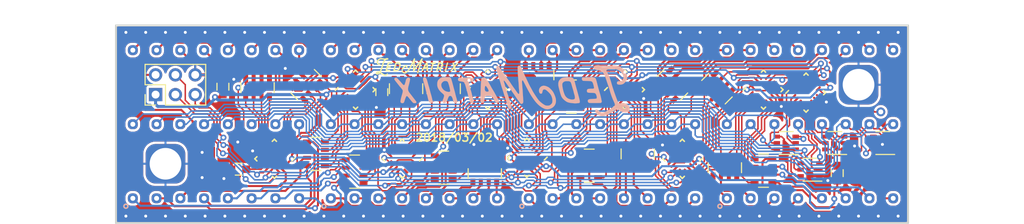
<source format=kicad_pcb>
(kicad_pcb (version 20221018) (generator pcbnew)
  (title_block (title "ledMatrixDual") (date "2018-03-05") (rev "r1_00") (company "GsD"))
  (layers (0 "F.Cu" signal) (31 "B.Cu" signal) (34 "B.Paste" user) (35 "F.Paste" user) (36 "B.SilkS" user "B.Silkscreen") (37 "F.SilkS" user "F.Silkscreen") (38 "B.Mask" user) (39 "F.Mask" user) (44 "Edge.Cuts" user))
  (net 0 "")
  (net 1 "Net-(MOD1-Pad1)")
  (net 2 "Net-(MOD1-Pad2)")
  (net 3 "Net-(MOD1-Pad3)")
  (net 4 "Net-(MOD1-Pad4)")
  (net 5 "Net-(MOD1-Pad5)")
  (net 6 "Net-(MOD1-Pad6)")
  (net 7 "Net-(MOD1-Pad7)")
  (net 8 "Net-(MOD1-Pad8)")
  (net 9 "Net-(MOD1-Pad17)")
  (net 10 "Net-(MOD1-Pad18)")
  (net 11 "Net-(MOD1-Pad19)")
  (net 12 "Net-(MOD1-Pad20)")
  (net 13 "Net-(MOD1-Pad21)")
  (net 14 "Net-(MOD1-Pad22)")
  (net 15 "Net-(MOD1-Pad23)")
  (net 16 "Net-(MOD1-Pad24)")
  (net 17 "GND")
  (net 18 "Net-(U1-Pad9)")
  (net 19 "CLK")
  (net 20 "RCLK")
  (net 21 "OE")
  (net 22 "LED_COM0")
  (net 23 "LED_COM1")
  (net 24 "LED_COM2")
  (net 25 "LED_COM3")
  (net 26 "LED_COM4")
  (net 27 "LED_COM5")
  (net 28 "LED_COM6")
  (net 29 "LED_COM7")
  (net 30 "Net-(MOD2-Pad1)")
  (net 31 "Net-(MOD2-Pad2)")
  (net 32 "Net-(MOD2-Pad3)")
  (net 33 "Net-(MOD2-Pad4)")
  (net 34 "Net-(MOD2-Pad5)")
  (net 35 "Net-(MOD2-Pad6)")
  (net 36 "Net-(MOD2-Pad7)")
  (net 37 "Net-(MOD2-Pad8)")
  (net 38 "Net-(MOD2-Pad17)")
  (net 39 "Net-(MOD2-Pad18)")
  (net 40 "Net-(MOD2-Pad19)")
  (net 41 "Net-(MOD2-Pad20)")
  (net 42 "Net-(MOD2-Pad21)")
  (net 43 "Net-(MOD2-Pad22)")
  (net 44 "Net-(MOD2-Pad23)")
  (net 45 "Net-(MOD2-Pad24)")
  (net 46 "Net-(MOD3-Pad1)")
  (net 47 "Net-(MOD3-Pad2)")
  (net 48 "Net-(MOD3-Pad3)")
  (net 49 "Net-(MOD3-Pad4)")
  (net 50 "Net-(MOD3-Pad5)")
  (net 51 "Net-(MOD3-Pad6)")
  (net 52 "Net-(MOD3-Pad7)")
  (net 53 "Net-(MOD3-Pad8)")
  (net 54 "Net-(MOD3-Pad17)")
  (net 55 "Net-(MOD3-Pad18)")
  (net 56 "Net-(MOD3-Pad19)")
  (net 57 "Net-(MOD3-Pad20)")
  (net 58 "Net-(MOD3-Pad21)")
  (net 59 "Net-(MOD3-Pad22)")
  (net 60 "Net-(MOD3-Pad23)")
  (net 61 "Net-(MOD3-Pad24)")
  (net 62 "Net-(MOD4-Pad24)")
  (net 63 "Net-(MOD4-Pad23)")
  (net 64 "Net-(MOD4-Pad22)")
  (net 65 "Net-(MOD4-Pad21)")
  (net 66 "Net-(MOD4-Pad20)")
  (net 67 "Net-(MOD4-Pad19)")
  (net 68 "Net-(MOD4-Pad18)")
  (net 69 "Net-(MOD4-Pad17)")
  (net 70 "Net-(MOD4-Pad8)")
  (net 71 "Net-(MOD4-Pad7)")
  (net 72 "Net-(MOD4-Pad6)")
  (net 73 "Net-(MOD4-Pad5)")
  (net 74 "Net-(MOD4-Pad4)")
  (net 75 "Net-(MOD4-Pad3)")
  (net 76 "Net-(MOD4-Pad2)")
  (net 77 "Net-(MOD4-Pad1)")
  (net 78 "Net-(RN1-Pad3)")
  (net 79 "Net-(RN1-Pad2)")
  (net 80 "Net-(RN1-Pad1)")
  (net 81 "Net-(RN2-Pad8)")
  (net 82 "Net-(RN2-Pad7)")
  (net 83 "Net-(RN2-Pad6)")
  (net 84 "Net-(RN2-Pad5)")
  (net 85 "Net-(RN1-Pad4)")
  (net 86 "Net-(RN3-Pad7)")
  (net 87 "Net-(RN3-Pad6)")
  (net 88 "Net-(RN3-Pad5)")
  (net 89 "Net-(RN4-Pad8)")
  (net 90 "Net-(RN4-Pad7)")
  (net 91 "Net-(RN4-Pad6)")
  (net 92 "Net-(RN4-Pad5)")
  (net 93 "Net-(RN3-Pad8)")
  (net 94 "Net-(RN8-Pad8)")
  (net 95 "Net-(RN8-Pad7)")
  (net 96 "Net-(RN8-Pad6)")
  (net 97 "Net-(RN8-Pad5)")
  (net 98 "Net-(U4-Pad9)")
  (net 99 "Net-(RN10-Pad5)")
  (net 100 "Net-(RN10-Pad6)")
  (net 101 "Net-(RN10-Pad7)")
  (net 102 "Net-(RN10-Pad8)")
  (net 103 "Net-(RN12-Pad8)")
  (net 104 "Net-(RN12-Pad7)")
  (net 105 "Net-(RN12-Pad6)")
  (net 106 "Net-(RN12-Pad5)")
  (net 107 "Net-(U6-Pad9)")
  (net 108 "Net-(RN14-Pad5)")
  (net 109 "Net-(RN14-Pad6)")
  (net 110 "Net-(RN14-Pad7)")
  (net 111 "Net-(RN14-Pad8)")
  (net 112 "Net-(U8-Pad9)")
  (net 113 "Net-(RN16-Pad5)")
  (net 114 "Net-(RN16-Pad6)")
  (net 115 "Net-(RN16-Pad7)")
  (net 116 "Net-(RN16-Pad8)")
  (net 117 "Net-(RN5-Pad4)")
  (net 118 "Net-(RN5-Pad2)")
  (net 119 "Net-(RN5-Pad3)")
  (net 120 "Net-(RN5-Pad1)")
  (net 121 "Net-(RN6-Pad7)")
  (net 122 "Net-(RN6-Pad8)")
  (net 123 "Net-(RN6-Pad6)")
  (net 124 "Net-(RN6-Pad5)")
  (net 125 "Net-(Q1-Pad2)")
  (net 126 "Net-(Q1-Pad5)")
  (net 127 "Net-(RN7-Pad5)")
  (net 128 "Net-(RN7-Pad6)")
  (net 129 "Net-(RN7-Pad8)")
  (net 130 "Net-(RN7-Pad7)")
  (net 131 "Net-(RN9-Pad1)")
  (net 132 "Net-(RN9-Pad3)")
  (net 133 "Net-(RN9-Pad2)")
  (net 134 "Net-(RN9-Pad4)")
  (net 135 "Net-(RN11-Pad5)")
  (net 136 "Net-(RN11-Pad6)")
  (net 137 "Net-(RN11-Pad8)")
  (net 138 "Net-(RN11-Pad7)")
  (net 139 "Net-(RN13-Pad1)")
  (net 140 "Net-(RN13-Pad3)")
  (net 141 "Net-(RN13-Pad2)")
  (net 142 "Net-(RN13-Pad4)")
  (net 143 "Net-(RN15-Pad7)")
  (net 144 "Net-(RN15-Pad8)")
  (net 145 "Net-(RN15-Pad6)")
  (net 146 "Net-(RN15-Pad5)")
  (net 147 "/ledModule_1/SIN")
  (net 148 "/ledCommon/SIN")
  (net 149 "/ledModule_2/SIN")
  (net 150 "/ledModule_3/SIN")
  (net 151 "Net-(Q4-Pad5)")
  (net 152 "Net-(Q4-Pad2)")
  (net 153 "Net-(Q3-Pad5)")
  (net 154 "Net-(Q3-Pad2)")
  (net 155 "Net-(Q2-Pad5)")
  (net 156 "Net-(Q2-Pad2)")
  (net 157 "+3V3")
  (net 158 "SER")
  (net 159 "Net-(U3-Pad9)")
  (footprint "Resistors_SMD:R_Array_Convex_4x0603" (layer "F.Cu") (at 132.4 82.5 135)
    (fp_text reference "RN1")
    (fp_text value "R_Pack04")
  )
  (footprint "Resistors_SMD:R_Array_Convex_4x0603" (layer "F.Cu") (at 127.5 82.8 -90)
    (fp_text reference "RN2")
    (fp_text value "R_Pack04")
  )
  (footprint "Resistors_SMD:R_Array_Convex_4x0603" (layer "F.Cu") (at 133.4 89.5)
    (fp_text reference "RN3")
    (fp_text value "R_Pack04")
  )
  (footprint "Resistors_SMD:R_Array_Convex_4x0603" (layer "F.Cu") (at 137.3 91.3)
    (fp_text reference "RN4")
    (fp_text value "R_Pack04")
  )
  (footprint "Resistors_SMD:R_Array_Convex_4x0603" (layer "F.Cu") (at 146.3 82.9 90)
    (fp_text reference "RN5")
    (fp_text value "R_Pack04")
  )
  (footprint "Resistors_SMD:R_Array_Convex_4x0603" (layer "F.Cu") (at 146.3 90.9)
    (fp_text reference "RN7")
    (fp_text value "R_Pack04")
  )
  (footprint "Resistors_SMD:R_Array_Convex_4x0603" (layer "F.Cu") (at 150.45 91.5 90)
    (fp_text reference "RN8")
    (fp_text value "R_Pack04")
  )
  (footprint "Resistors_SMD:R_Array_Convex_4x0603" (layer "F.Cu") (at 159.2 83.7)
    (fp_text reference "RN9")
    (fp_text value "R_Pack04")
  )
  (footprint "Resistors_SMD:R_Array_Convex_4x0603" (layer "F.Cu") (at 155.75 81.5 -90)
    (fp_text reference "RN10")
    (fp_text value "R_Pack04")
  )
  (footprint "Resistors_SMD:R_Array_Convex_4x0603" (layer "F.Cu") (at 161 90.7)
    (fp_text reference "RN11")
    (fp_text value "R_Pack04")
  )
  (footprint "Resistors_SMD:R_Array_Convex_4x0603" (layer "F.Cu") (at 165.9 89.5 90)
    (fp_text reference "RN12")
    (fp_text value "R_Pack04")
  )
  (footprint "Resistors_SMD:R_Array_Convex_4x0603" (layer "F.Cu") (at 173.9 82.9 45)
    (fp_text reference "RN13")
    (fp_text value "R_Pack04")
  )
  (footprint "Resistors_SMD:R_Array_Convex_4x0603" (layer "F.Cu") (at 169.4 82.5 -135)
    (fp_text reference "RN14")
    (fp_text value "R_Pack04")
  )
  (footprint "Resistors_SMD:R_Array_Convex_4x0603" (layer "F.Cu") (at 174.7 90.9 90)
    (fp_text reference "RN15")
    (fp_text value "R_Pack04")
  )
  (footprint "Resistors_SMD:R_Array_Convex_4x0603" (layer "F.Cu") (at 178.6 91.2 180)
    (fp_text reference "RN16")
    (fp_text value "R_Pack04")
  )
  (footprint "ledMatrixDual:UQFN-16-1EP_3x3mm_Pitch0.5mm" (layer "F.Cu") (at 129.2 90 -135)
    (fp_text reference "U1")
    (fp_text value "SN74HC595B")
  )
  (footprint "ledMatrixDual:UQFN-16-1EP_3x3mm_Pitch0.5mm" (layer "F.Cu") (at 137.4 83 45)
    (fp_text reference "U2")
    (fp_text value "SN74HC595B")
  )
  (footprint "ledMatrixDual:UQFN-16-1EP_3x3mm_Pitch0.5mm" (layer "F.Cu") (at 142.1 90 -135)
    (fp_text reference "U4")
    (fp_text value "SN74HC595B")
  )
  (footprint "ledMatrixDual:UQFN-16-1EP_3x3mm_Pitch0.5mm" (layer "F.Cu") (at 150.75 83 45)
    (fp_text reference "U5")
    (fp_text value "SN74HC595B")
  )
  (footprint "ledMatrixDual:UQFN-16-1EP_3x3mm_Pitch0.5mm" (layer "F.Cu") (at 154.7 89.9 -135)
    (fp_text reference "U6")
    (fp_text value "SN74HC595B")
  )
  (footprint "ledMatrixDual:UQFN-16-1EP_3x3mm_Pitch0.5mm" (layer "F.Cu") (at 164.6 83 45)
    (fp_text reference "U7")
    (fp_text value "SN74HC595B")
  )
  (footprint "ledMatrixDual:UQFN-16-1EP_3x3mm_Pitch0.5mm" (layer "F.Cu") (at 170.4 90 -135)
    (fp_text reference "U8")
    (fp_text value "SN74HC595B")
  )
  (footprint "ledMatrixDual:UQFN-16-1EP_3x3mm_Pitch0.5mm" (layer "F.Cu") (at 178.6 83 45)
    (fp_text reference "U9")
    (fp_text value "SN74HC595B")
  )
  (footprint "Resistors_SMD:R_Array_Convex_4x0603" (layer "F.Cu") (at 142.5 82.9 -90)
    (fp_text reference "RN6")
    (fp_text value "R_Pack04")
  )
  (footprint "ledMatrixDual:UQFN-16-1EP_3x3mm_Pitch0.5mm" (layer "F.Cu") (at 182.9 83.3 45)
    (fp_text reference "U3")
    (fp_text value "SN74HC595B")
  )
  (footprint "TO_SOT_Packages_SMD:SOT-363_SC-70-6" (layer "F.Cu") (at 180.9 88.4 180)
    (fp_text reference "Q1")
    (fp_text value "DMN53D0LDW")
  )
  (footprint "TO_SOT_Packages_SMD:SOT-363_SC-70-6" (layer "F.Cu") (at 190.65 88.4 180)
    (fp_text reference "Q2")
    (fp_text value "DMN53D0LDW")
  )
  (footprint "TO_SOT_Packages_SMD:SOT-363_SC-70-6" (layer "F.Cu") (at 185.8 88.4 180)
    (fp_text reference "Q3")
    (fp_text value "DMN53D0LDW")
  )
  (footprint "TO_SOT_Packages_SMD:SOT-363_SC-70-6" (layer "F.Cu") (at 183.3 91.1 180)
    (fp_text reference "Q4")
    (fp_text value "DMN53D0LDW")
  )
  (footprint "Mounting_Holes:MountingHole_2.2mm_M2_Pad" (layer "F.Cu") (at 188.2 82.5)
    (fp_text reference "REF**")
    (fp_text value "MountingHole_2.2mm_M2_Pad")
  )
  (footprint "Mounting_Holes:MountingHole_2.2mm_M2_Pad" (layer "F.Cu") (at 118.2 90.5)
    (fp_text reference "REF**")
    (fp_text value "MountingHole_2.2mm_M2_Pad")
  )
  (footprint "Capacitors_SMD:C_0603" (layer "F.Cu") (at 186.05 91.45 90)
    (fp_text reference "C1")
    (fp_text value "100n")
  )
  (footprint "Capacitors_SMD:C_0603" (layer "F.Cu") (at 125.6 91.05 180)
    (fp_text reference "C2")
    (fp_text value "100n")
  )
  (footprint "Capacitors_SMD:C_0603" (layer "F.Cu") (at 124 82.7 90)
    (fp_text reference "C3")
    (fp_text value "100n")
  )
  (footprint "Capacitors_SMD:C_0603" (layer "F.Cu") (at 140.05 83.25 -90)
    (fp_text reference "C4")
    (fp_text value "100n")
  )
  (footprint "Pin_Headers:Pin_Header_Straight_2x03_Pitch2.00mm" (layer "F.Cu") (at 117.2 83.5 90)
    (fp_text reference "J1")
    (fp_text value "Conn_02x03_Odd_Even")
  )
  (footprint "Measurement_Points:Measurement_Point_Round-TH_Small" (layer "F.Cu") (at 190.45 85.25)
    (fp_text reference "REF**" hide)
    (fp_text value "Measurement_Point_Round-TH_Small")
  )
  (footprint "LOGO" (layer "F.Cu") (at 189.4 91.9)
    (fp_text reference "G***" hide)
    (fp_text value "LOGO" hide)
  )
  (footprint "LOGO" (layer "F.Cu") (at 143.6 80.7)
    (fp_text reference "G***" hide)
    (fp_text value "LOGO" hide)
  )
  (footprint "Fiducials:Fiducial_0.75mm_Dia_1.5mm_Outer" (layer "F.Cu") (at 191.6 82.5)
    (fp_text reference "REF**")
    (fp_text value "Fiducial_0.75mm_Dia_1.5mm_Outer")
  )
  (footprint "Fiducials:Fiducial_0.75mm_Dia_1.5mm_Outer" (layer "F.Cu") (at 114.8 90.5)
    (fp_text reference "REF**")
    (fp_text value "Fiducial_0.75mm_Dia_1.5mm_Outer")
  )
  (footprint "ledMatrixDual:KEM-7088" (layer "B.Cu") (at 123.2 86.5 90)
    (fp_text reference "MOD1")
    (fp_text value "KEM-7088")
  )
  (footprint "ledMatrixDual:KEM-7088" (layer "B.Cu") (at 163.2 86.5 90)
    (fp_text reference "MOD3")
    (fp_text value "KEM-7088")
  )
  (footprint "ledMatrixDual:KEM-7088" (layer "B.Cu") (at 183.2 86.5 90)
    (fp_text reference "MOD4")
    (fp_text value "KEM-7088")
  )
  (footprint "ledMatrixDual:KEM-7088" (layer "B.Cu") (at 143.2 86.5 90)
    (fp_text reference "MOD2")
    (fp_text value "KEM-7088")
  )
  (footprint "LOGO" (layer "B.Cu") (at 153.2 83.1 180)
    (fp_text reference "G***" hide)
    (fp_text value "LOGO" hide)
  )
  (gr_line (start 193.2 76.5) (end 193.2 96.5) (stroke (width 0.2)) (layer "Edge.Cuts"))
  (gr_line (start 113.2 96.5) (end 113.2 76.5) (stroke (width 0.2)) (layer "Edge.Cuts"))
  (gr_line (start 113.2 76.5) (end 193.2 76.5) (stroke (width 0.2)) (layer "Edge.Cuts"))
  (gr_line (start 193.2 96.5) (end 113.2 96.5) (stroke (width 0.2)) (layer "Edge.Cuts"))
  (gr_text "2018/03/02" (at 147.35 87.85) (layer "F.SilkS") (effects (font (size 0.8 0.8))))
  (segment (start 133.599999 94.700001) (end 133.6 88.7968) (width 0.2032) (layer "F.Cu") (net 1))
  (segment (start 133.1032 88.3) (end 132.5 88.3) (width 0.2032) (layer "F.Cu") (net 1))
  (segment (start 133.3 95) (end 133.599999 94.700001) (width 0.2032) (layer "F.Cu") (net 1))
  (segment (start 133.6 88.7968) (end 133.1032 88.3) (width 0.2032) (layer "F.Cu") (net 1))
  (via (at 133.3 95) (size 0.6) (drill 0.3) (layers "F.Cu" "B.Cu") (net 1))
  (segment (start 117.74599 94.75401) (end 132.30401 94.75401) (width 0.2032) (layer "B.Cu") (net 1))
  (segment (start 114.9 94) (end 115.65401 94.75401) (width 0.2032) (layer "B.Cu") (net 1))
  (segment (start 132.30401 94.75401) (end 132.55 95) (width 0.2032) (layer "B.Cu") (net 1))
  (segment (start 115.65401 94.75401) (end 117.74599 94.75401) (width 0.2032) (layer "B.Cu") (net 1))
  (segment (start 132.55 95) (end 133.3 95) (width 0.2032) (layer "B.Cu") (net 1))
  (segment (start 118.3 94) (end 117.3 94) (width 0.2032) (layer "F.Cu") (net 2))
  (segment (start 119.1 94.8) (end 118.3 94) (width 0.2032) (layer "F.Cu") (net 2))
  (segment (start 122.706712 95.10962) (end 122.397092 94.8) (width 0.2032) (layer "F.Cu") (net 2))
  (segment (start 132.9 89.1) (end 133.24439 89.44439) (width 0.2032) (layer "F.Cu") (net 2))
  (segment (start 122.397092 94.8) (end 119.1 94.8) (width 0.2032) (layer "F.Cu") (net 2))
  (segment (start 132.5 89.1) (end 132.9 89.1) (width 0.2032) (layer "F.Cu") (net 2))
  (segment (start 133.24439 89.44439) (end 133.244389 94.247299) (width 0.2032) (layer "F.Cu") (net 2))
  (segment (start 132.382068 95.10962) (end 122.706712 95.10962) (width 0.2032) (layer "F.Cu") (net 2))
  (segment (start 133.244389 94.247299) (end 132.382068 95.10962) (width 0.2032) (layer "F.Cu") (net 2))
  (segment (start 131.83021 90.26979) (end 132.2 89.9) (width 0.2032) (layer "F.Cu") (net 3))
  (segment (start 120.45401 93.24599) (end 130.31443 93.24599) (width 0.2032) (layer "F.Cu") (net 3))
  (segment (start 119.7 94) (end 120.45401 93.24599) (width 0.2032) (layer "F.Cu") (net 3))
  (segment (start 131.83021 91.73021) (end 131.83021 90.26979) (width 0.2032) (layer "F.Cu") (net 3))
  (segment (start 132.2 89.9) (end 132.5 89.9) (width 0.2032) (layer "F.Cu") (net 3))
  (segment (start 120.45401 93.24599) (end 120.153553 93.546447) (width 0.2032) (layer "F.Cu") (net 3))
  (segment (start 120.153553 93.546447) (end 119.7 94) (width 0.2032) (layer "F.Cu") (net 3))
  (segment (start 130.31443 93.24599) (end 131.83021 91.73021) (width 0.2032) (layer "F.Cu") (net 3))
  (segment (start 132.23477 94.75401) (end 122.85401 94.75401) (width 0.2032) (layer "F.Cu") (net 4))
  (segment (start 122.544391 94.444391) (end 122.1 94) (width 0.2032) (layer "F.Cu") (net 4))
  (segment (start 132.88878 94.1) (end 132.23477 94.75401) (width 0.2032) (layer "F.Cu") (net 4))
  (segment (start 132.88878 92.285872) (end 132.88878 94.1) (width 0.2032) (layer "F.Cu") (net 4))
  (segment (start 132.5 91.897092) (end 132.88878 92.285872) (width 0.2032) (layer "F.Cu") (net 4))
  (segment (start 122.85401 94.75401) (end 122.544391 94.444391) (width 0.2032) (layer "F.Cu") (net 4))
  (segment (start 132.5 90.7) (end 132.5 91.897092) (width 0.2032) (layer "F.Cu") (net 4))
  (segment (start 134.89566 91.102413) (end 135.297587 91.102413) (width 0.1524) (layer "F.Cu") (net 5))
  (segment (start 135.8476 90.1) (end 136.4 90.1) (width 0.1524) (layer "F.Cu") (net 5))
  (segment (start 135.70481 90.24279) (end 135.8476 90.1) (width 0.1524) (layer "F.Cu") (net 5))
  (segment (start 134.595661 91.402412) (end 134.89566 91.102413) (width 0.1524) (layer "F.Cu") (net 5))
  (segment (start 135.297587 91.102413) (end 135.70481 90.69519) (width 0.1524) (layer "F.Cu") (net 5))
  (segment (start 135.70481 90.69519) (end 135.70481 90.24279) (width 0.1524) (layer "F.Cu") (net 5))
  (via (at 134.595661 91.402412) (size 0.6) (drill 0.3) (layers "F.Cu" "B.Cu") (net 5))
  (segment (start 125.4 94) (end 124.5 94) (width 0.2032) (layer "B.Cu") (net 5))
  (segment (start 133.54439 92.029419) (end 133.54439 92.35561) (width 0.2032) (layer "B.Cu") (net 5))
  (segment (start 126.15401 93.24599) (end 125.4 94) (width 0.2032) (layer "B.Cu") (net 5))
  (segment (start 133.54439 92.35561) (end 133.41122 92.48878) (width 0.2032) (layer "B.Cu") (net 5))
  (segment (start 134.171397 91.402412) (end 133.54439 92.029419) (width 0.2032) (layer "B.Cu") (net 5))
  (segment (start 129.506712 92.89038) (end 128.10962 92.89038) (width 0.2032) (layer "B.Cu") (net 5))
  (segment (start 128.10962 92.89038) (end 127.75401 93.24599) (width 0.2032) (layer "B.Cu") (net 5))
  (segment (start 127.75401 93.24599) (end 126.15401 93.24599) (width 0.2032) (layer "B.Cu") (net 5))
  (segment (start 129.908311 92.488781) (end 129.506712 92.89038) (width 0.2032) (layer "B.Cu") (net 5))
  (segment (start 134.595661 91.402412) (end 134.171397 91.402412) (width 0.2032) (layer "B.Cu") (net 5))
  (segment (start 133.41122 92.48878) (end 129.908311 92.488781) (width 0.2032) (layer "B.Cu") (net 5))
  (segment (start 135.715533 91.115533) (end 135.931066 90.9) (width 0.1524) (layer "F.Cu") (net 6))
  (segment (start 135.931066 90.9) (end 136.4 90.9) (width 0.1524) (layer "F.Cu") (net 6))
  (segment (start 135.715533 91.332965) (end 135.715533 91.115533) (width 0.1524) (layer "F.Cu") (net 6))
  (segment (start 135.205806 91.842692) (end 135.715533 91.332965) (width 0.1524) (layer "F.Cu") (net 6))
  (via (at 135.205806 91.842692) (size 0.6) (drill 0.3) (layers "F.Cu" "B.Cu") (net 6))
  (segment (start 129.65401 93.24599) (end 130.05561 92.84439) (width 0.2032) (layer "B.Cu") (net 6))
  (segment (start 133.65561 92.84439) (end 133.9 92.6) (width 0.2032) (layer "B.Cu") (net 6))
  (segment (start 133.9 92.3) (end 134 92.2) (width 0.2032) (layer "B.Cu") (net 6))
  (segment (start 134.809004 91.971399) (end 134.228601 91.971399) (width 0.1524) (layer "B.Cu") (net 6))
  (segment (start 127.84599 94) (end 128.6 93.24599) (width 0.2032) (layer "B.Cu") (net 6))
  (segment (start 126.9 94) (end 127.84599 94) (width 0.2032) (layer "B.Cu") (net 6))
  (segment (start 134.228601 91.971399) (end 134 92.2) (width 0.1524) (layer "B.Cu") (net 6))
  (segment (start 128.6 93.24599) (end 129.65401 93.24599) (width 0.2032) (layer "B.Cu") (net 6))
  (segment (start 135.205806 91.842692) (end 134.937711 91.842692) (width 0.1524) (layer "B.Cu") (net 6))
  (segment (start 134.937711 91.842692) (end 134.809004 91.971399) (width 0.1524) (layer "B.Cu") (net 6))
  (segment (start 133.9 92.6) (end 133.9 92.3) (width 0.2032) (layer "B.Cu") (net 6))
  (segment (start 130.05561 92.84439) (end 133.65561 92.84439) (width 0.2032) (layer "B.Cu") (net 6))
  (segment (start 136.2 91.7) (end 135.8476 92.0524) (width 0.1524) (layer "F.Cu") (net 7))
  (segment (start 135.785107 92.0524) (end 135.437507 92.4) (width 0.1524) (layer "F.Cu") (net 7))
  (segment (start 134.7 92.4) (end 134.6 92.5) (width 0.1524) (layer "F.Cu") (net 7))
  (segment (start 135.437507 92.4) (end 134.7 92.4) (width 0.1524) (layer "F.Cu") (net 7))
  (segment (start 135.8476 92.0524) (end 135.785107 92.0524) (width 0.1524) (layer "F.Cu") (net 7))
  (segment (start 136.4 91.7) (end 136.2 91.7) (width 0.1524) (layer "F.Cu") (net 7))
  (via (at 134.6 92.5) (size 0.6) (drill 0.3) (layers "F.Cu" "B.Cu") (net 7))
  (segment (start 131.1 93.2) (end 133.9 93.2) (width 0.2032) (layer "B.Cu") (net 7))
  (segment (start 133.9 93.2) (end 134.6 92.5) (width 0.2032) (layer "B.Cu") (net 7))
  (segment (start 129.3 94) (end 130.3 94) (width 0.2032) (layer "B.Cu") (net 7))
  (segment (start 130.3 94) (end 131.1 93.2) (width 0.2032) (layer "B.Cu") (net 7))
  (segment (start 135.363385 92.936615) (end 135.227416 92.936615) (width 0.1524) (layer "F.Cu") (net 8))
  (segment (start 136.4 92.5) (end 135.8 92.5) (width 0.1524) (layer "F.Cu") (net 8))
  (segment (start 135.8 92.5) (end 135.363385 92.936615) (width 0.1524) (layer "F.Cu") (net 8))
  (via (at 135.227416 92.936615) (size 0.6) (drill 0.3) (layers "F.Cu" "B.Cu") (net 8))
  (segment (start 133.34599 94) (end 134.24599 94.9) (width 0.2032) (layer "B.Cu") (net 8))
  (segment (start 135.9 94.5) (end 135.9 93.609199) (width 0.2032) (layer "B.Cu") (net 8))
  (segment (start 134.24599 94.9) (end 135.5 94.9) (width 0.2032) (layer "B.Cu") (net 8))
  (segment (start 135.9 93.609199) (end 135.5 93.209199) (width 0.2032) (layer "B.Cu") (net 8))
  (segment (start 135.5 94.9) (end 135.9 94.5) (width 0.2032) (layer "B.Cu") (net 8))
  (segment (start 135.5 93.209199) (end 135.227416 92.936615) (width 0.2032) (layer "B.Cu") (net 8))
  (segment (start 131.7 94) (end 133.34599 94) (width 0.2032) (layer "B.Cu") (net 8))
  (segment (start 129.7 81.094184) (end 128.494596 79.88878) (width 0.2032) (layer "F.Cu") (net 9))
  (segment (start 126.3 81.9) (end 126.3 82.5032) (width 0.2032) (layer "F.Cu") (net 9))
  (segment (start 129.7 82.6) (end 129.7 81.094184) (width 0.2032) (layer "F.Cu") (net 9))
  (segment (start 126.3 82.5032) (end 126.7968 83) (width 0.2032) (layer "F.Cu") (net 9))
  (segment (start 128.494596 79.88878) (end 123.994596 79.88878) (width 0.2032) (layer "F.Cu") (net 9))
  (segment (start 122.6182 77.89038) (end 116.00962 77.89038) (width 0.2032) (layer "F.Cu") (net 9))
  (segment (start 123.455609 78.727789) (end 122.6182 77.89038) (width 0.2032) (layer "F.Cu") (net 9))
  (segment (start 116.00962 77.89038) (end 114.9 79) (width 0.2032) (layer "F.Cu") (net 9))
  (segment (start 123.45561 79.349794) (end 123.455609 78.727789) (width 0.2032) (layer "F.Cu") (net 9))
  (segment (start 129.3 83) (end 129.7 82.6) (width 0.2032) (layer "F.Cu") (net 9))
  (segment (start 123.994596 79.88878) (end 123.45561 79.349794) (width 0.2032) (layer "F.Cu") (net 9))
  (segment (start 126.7968 83) (end 129.3 83) (width 0.2032) (layer "F.Cu") (net 9))
  (segment (start 123.847298 80.24439) (end 128.347298 80.24439) (width 0.2032) (layer "F.Cu") (net 10))
  (segment (start 122.470902 78.24599) (end 123.1 78.875088) (width 0.2032) (layer "F.Cu") (net 10))
  (segment (start 129.34439 81.241482) (end 129.34439 82.452702) (width 0.2032) (layer "F.Cu") (net 10))
  (segment (start 117.3 79) (end 118.05401 78.24599) (width 0.2032) (layer "F.Cu") (net 10))
  (segment (start 118.05401 78.24599) (end 122.470902 78.24599) (width 0.2032) (layer "F.Cu") (net 10))
  (segment (start 123.1 78.875088) (end 123.1 79.497092) (width 0.2032) (layer "F.Cu") (net 10))
  (segment (start 128.347298 80.24439) (end 129.34439 81.241482) (width 0.2032) (layer "F.Cu") (net 10))
  (segment (start 127.24119 82.64439) (end 127.1 82.5032) (width 0.2032) (layer "F.Cu") (net 10))
  (segment (start 129.34439 82.452702) (end 129.152702 82.64439) (width 0.2032) (layer "F.Cu") (net 10))
  (segment (start 127.1 82.5032) (end 127.1 81.9) (width 0.2032) (layer "F.Cu") (net 10))
  (segment (start 129.152702 82.64439) (end 127.24119 82.64439) (width 0.2032) (layer "F.Cu") (net 10))
  (segment (start 123.1 79.497092) (end 123.847298 80.24439) (width 0.2032) (layer "F.Cu") (net 10))
  (segment (start 127.55881 80.95561) (end 123.45561 80.95561) (width 0.2032) (layer "F.Cu") (net 11))
  (segment (start 127.9 81.9) (end 127.9 81.2968) (width 0.2032) (layer "F.Cu") (net 11))
  (segment (start 122.4 79.9) (end 120.6 79.9) (width 0.2032) (layer "F.Cu") (net 11))
  (segment (start 123.45561 80.95561) (end 122.4 79.9) (width 0.2032) (layer "F.Cu") (net 11))
  (segment (start 120.6 79.9) (end 119.7 79) (width 0.2032) (layer "F.Cu") (net 11))
  (segment (start 127.9 81.2968) (end 127.55881 80.95561) (width 0.2032) (layer "F.Cu") (net 11))
  (segment (start 123.7 80.6) (end 122.1 79) (width 0.2032) (layer "F.Cu") (net 12))
  (segment (start 128.7 81.9) (end 128.7 81.2968) (width 0.2032) (layer "F.Cu") (net 12))
  (segment (start 128.0032 80.6) (end 123.7 80.6) (width 0.2032) (layer "F.Cu") (net 12))
  (segment (start 128.7 81.2968) (end 128.0032 80.6) (width 0.2032) (layer "F.Cu") (net 12))
  (segment (start 131.955025 83.1) (end 131.302944 83.1) (width 0.2032) (layer "F.Cu") (net 13))
  (segment (start 124.5 79) (end 125.60962 77.89038) (width 0.2032) (layer "F.Cu") (net 13))
  (segment (start 131.302944 83.1) (end 130.915076 82.712132) (width 0.2032) (layer "F.Cu") (net 13))
  (segment (start 133.15561 79.826941) (end 133.681371 80.352702) (width 0.2032) (layer "F.Cu") (net 13))
  (segment (start 133.681371 80.352702) (end 133.681371 81.373655) (width 0.2032) (layer "F.Cu") (net 13))
  (segment (start 133.15561 78.82779) (end 133.15561 79.826941) (width 0.2032) (layer "F.Cu") (net 13))
  (segment (start 133.681371 81.373655) (end 131.955025 83.1) (width 0.2032) (layer "F.Cu") (net 13))
  (segment (start 125.60962 77.89038) (end 132.2182 77.89038) (width 0.2032) (layer "F.Cu") (net 13))
  (segment (start 132.2182 77.89038) (end 133.15561 78.82779) (width 0.2032) (layer "F.Cu") (net 13))
  (segment (start 133.325761 80.5) (end 133.325761 81.226357) (width 0.2032) (layer "F.Cu") (net 14))
  (segment (start 131.834313 82.499999) (end 131.480761 82.146447) (width 0.2032) (layer "F.Cu") (net 14))
  (segment (start 127.65401 78.24599) (end 132.070902 78.24599) (width 0.2032) (layer "F.Cu") (net 14))
  (segment (start 132.8 78.975088) (end 132.8 79.974239) (width 0.2032) (layer "F.Cu") (net 14))
  (segment (start 132.070902 78.24599) (end 132.8 78.975088) (width 0.2032) (layer "F.Cu") (net 14))
  (segment (start 133.325761 81.226357) (end 132.052121 82.499999) (width 0.2032) (layer "F.Cu") (net 14))
  (segment (start 132.8 79.974239) (end 133.325761 80.5) (width 0.2032) (layer "F.Cu") (net 14))
  (segment (start 126.9 79) (end 127.65401 78.24599) (width 0.2032) (layer "F.Cu") (net 14))
  (segment (start 132.052121 82.499999) (end 131.834313 82.499999) (width 0.2032) (layer "F.Cu") (net 14))
  (segment (start 132.046447 81.580761) (end 129.465686 79) (width 0.2032) (layer "F.Cu") (net 15))
  (segment (start 129.465686 79) (end 129.3 79) (width 0.2032) (layer "F.Cu") (net 15))
  (segment (start 131.7 79) (end 131.7 80.102944) (width 0.2032) (layer "F.Cu") (net 16))
  (segment (start 131.7 80.102944) (end 132.612132 81.015076) (width 0.2032) (layer "F.Cu") (net 16))
  (segment (start 127.551472 89.2) (end 127.962563 89.611091) (width 0.2032) (layer "F.Cu") (net 17))
  (segment (start 152.298528 83.7) (end 152.7 83.7) (width 0.2032) (layer "F.Cu") (net 17))
  (segment (start 180.4 84.7) (end 180.4 84.275736) (width 0.1524) (layer "F.Cu") (net 17))
  (segment (start 124.85 88.95) (end 125.5 88.3) (width 0.3048) (layer "F.Cu") (net 17))
  (segment (start 180.164212 84.039948) (end 180.164212 83.715684) (width 0.1524) (layer "F.Cu") (net 17))
  (segment (start 181.05 89.05) (end 181.05 91.381066) (width 0.1524) (layer "F.Cu") (net 17))
  (segment (start 186.2726 89.05) (end 185.990939 88.84731) (width 0.1524) (layer "F.Cu") (net 17))
  (segment (start 138.637437 83.388909) (end 139.248528 84) (width 0.1524) (layer "F.Cu") (net 17))
  (segment (start 169.162563 89.611091) (end 168.4 88.848528) (width 0.2032) (layer "F.Cu") (net 17))
  (segment (start 168.4 88.848528) (end 168.4 88.6) (width 0.2032) (layer "F.Cu") (net 17))
  (segment (start 153.462563 89.511091) (end 152.866152 88.91468) (width 0.1524) (layer "F.Cu") (net 17))
  (segment (start 180.4 84.275736) (end 180.164212 84.039948) (width 0.1524) (layer "F.Cu") (net 17))
  (segment (start 184.25 91.75) (end 183.286482 91.75) (width 0.1524) (layer "F.Cu") (net 17))
  (segment (start 190.613517 88.540917) (end 190.613517 88.35) (width 0.1524) (layer "F.Cu") (net 17))
  (segment (start 123.05 81.95) (end 122.6 81.5) (width 0.3048) (layer "F.Cu") (net 17))
  (segment (start 124 81.95) (end 125.1 81.95) (width 0.3048) (layer "F.Cu") (net 17))
  (segment (start 186.05 90.7) (end 186.05 90.5) (width 0.2032) (layer "F.Cu") (net 17))
  (segment (start 183.28329 91.753192) (end 183.28329 91.358244) (width 0.1524) (layer "F.Cu") (net 17))
  (segment (start 140.05 84.25) (end 139.5 84.8) (width 0.3048) (layer "F.Cu") (net 17))
  (segment (start 179.95 87.75) (end 180.4274 87.75) (width 0.1524) (layer "F.Cu") (net 17))
  (segment (start 181.05 89.05) (end 180.8 88.8) (width 0.1524) (layer "F.Cu") (net 17))
  (segment (start 140.05 84) (end 140.05 84.25) (width 0.3048) (layer "F.Cu") (net 17))
  (segment (start 180.164212 83.715684) (end 180.120278 83.67175) (width 0.1524) (layer "F.Cu") (net 17))
  (segment (start 191.6 89.05) (end 191.1226 89.05) (width 0.1524) (layer "F.Cu") (net 17))
  (segment (start 186.75 89.05) (end 186.2726 89.05) (width 0.1524) (layer "F.Cu") (net 17))
  (segment (start 184.85 87.75) (end 185.191534 87.75) (width 0.1524) (layer "F.Cu") (net 17))
  (segment (start 125.3 84.766987) (end 124.800001 84.266988) (width 0.2032) (layer "F.Cu") (net 17))
  (segment (start 152.7 83.7) (end 152.9 83.5) (width 0.2032) (layer "F.Cu") (net 17))
  (segment (start 181.05 91.381066) (end 181.918934 92.25) (width 0.1524) (layer "F.Cu") (net 17))
  (segment (start 183.28329 91.096808) (end 183.28329 91.358244) (width 0.1524) (layer "F.Cu") (net 17))
  (segment (start 180.120278 83.67175) (end 179.837437 83.388909) (width 0.1524) (layer "F.Cu") (net 17))
  (segment (start 185.191534 87.75) (end 185.923821 88.482287) (width 0.1524) (layer "F.Cu") (net 17))
  (segment (start 185.923821 88.482287) (end 185.923821 88.780192) (width 0.1524) (layer "F.Cu") (net 17))
  (segment (start 140.351472 89.1) (end 140.3 89.1) (width 0.2032) (layer "F.Cu") (net 17))
  (segment (start 125.5 87.875736) (end 125.3 87.675736) (width 0.2032) (layer "F.Cu") (net 17))
  (segment (start 184.65 91.75) (end 185.1 92.2) (width 0.1524) (layer "F.Cu") (net 17))
  (segment (start 124.800001 82.249999) (end 125.1 81.95) (width 0.2032) (layer "F.Cu") (net 17))
  (segment (start 189.7 87.75) (end 190.1774 87.75) (width 0.1524) (layer "F.Cu") (net 17))
  (segment (start 152.9 83.5) (end 152.9 83) (width 0.2032) (layer "F.Cu") (net 17))
  (segment (start 186.75 89.05) (end 187.45 89.05) (width 0.1524) (layer "F.Cu") (net 17))
  (segment (start 184.698528 84.25) (end 184.95 84.25) (width 0.1524) (layer "F.Cu") (net 17))
  (segment (start 165.837437 83.388909) (end 166.348528 83.9) (width 0.2032) (layer "F.Cu") (net 17))
  (segment (start 180.7 88.0226) (end 180.7 88.7) (width 0.1524) (layer "F.Cu") (net 17))
  (segment (start 187.45 89.05) (end 187.8 88.7) (width 0.1524) (layer "F.Cu") (net 17))
  (segment (start 181.918934 92.25) (end 182.786482 92.25) (width 0.1524) (layer "F.Cu") (net 17))
  (segment (start 127 89.2) (end 127.551472 89.2) (width 0.2032) (layer "F.Cu") (net 17))
  (segment (start 180.4274 87.75) (end 180.7 88.0226) (width 0.1524) (layer "F.Cu") (net 17))
  (segment (start 181.85 89.05) (end 181.05 89.05) (width 0.1524) (layer "F.Cu") (net 17))
  (segment (start 125.3 87.675736) (end 125.3 84.766987) (width 0.2032) (layer "F.Cu") (net 17))
  (segment (start 190.1774 87.75) (end 190.613896 88.186496) (width 0.1524) (layer "F.Cu") (net 17))
  (segment (start 122.6 81.5) (end 121.2 81.5) (width 0.3048) (layer "F.Cu") (net 17))
  (segment (start 140.862563 89.611091) (end 140.351472 89.1) (width 0.2032) (layer "F.Cu") (net 17))
  (segment (start 151.987437 83.388909) (end 152.298528 83.7) (width 0.2032) (layer "F.Cu") (net 17))
  (segment (start 166.348528 83.9) (end 166.5 83.9) (width 0.2032) (layer "F.Cu") (net 17))
  (segment (start 182.636482 90.45) (end 183.28329 91.096808) (width 0.1524) (layer "F.Cu") (net 17))
  (segment (start 152.866152 88.91468) (end 152.758125 88.91468) (width 0.1524) (layer "F.Cu") (net 17))
  (segment (start 190.613896 88.349621) (end 190.613517 88.35) (width 0.1524) (layer "F.Cu") (net 17))
  (segment (start 184.137437 83.688909) (end 184.698528 84.25) (width 0.1524) (layer "F.Cu") (net 17))
  (segment (start 182.35 90.45) (end 182.636482 90.45) (width 0.1524) (layer "F.Cu") (net 17))
  (segment (start 185.923821 88.780192) (end 185.990939 88.84731) (width 0.1524) (layer "F.Cu") (net 17))
  (segment (start 125.5 88.3) (end 125.5 87.875736) (width 0.2032) (layer "F.Cu") (net 17))
  (segment (start 180.7 88.7) (end 180.8 88.8) (width 0.1524) (layer "F.Cu") (net 17))
  (segment (start 182.786482 92.25) (end 183.28329 91.753192) (width 0.1524) (layer "F.Cu") (net 17))
  (segment (start 190.613896 88.186496) (end 190.613896 88.349621) (width 0.1524) (layer "F.Cu") (net 17))
  (segment (start 124.800001 84.266988) (end 124.800001 82.249999) (width 0.2032) (layer "F.Cu") (net 17))
  (segment (start 184.25 91.75) (end 184.65 91.75) (width 0.1524) (layer "F.Cu") (net 17))
  (segment (start 123.05 81.95) (end 124 81.95) (width 0.3048) (layer "F.Cu") (net 17))
  (segment (start 191.1226 89.05) (end 190.613517 88.540917) (width 0.1524) (layer "F.Cu") (net 17))
  (segment (start 124.85 91.05) (end 124.85 88.95) (width 0.3048) (layer "F.Cu") (net 17))
  (segment (start 139.248528 84) (end 140.05 84) (width 0.1524) (layer "F.Cu") (net 17))
  (segment (start 183.286482 91.75) (end 183.28329 91.753192) (width 0.1524) (layer "F.Cu") (net 17))
  (via (at 180.4 84.7) (size 0.6) (drill 0.3) (layers "F.Cu" "B.Cu") (net 17))
  (via (at 168.4 88.6) (size 0.6) (drill 0.3) (layers "F.Cu" "B.Cu") (net 17))
  (via (at 116.2 77.2) (size 0.6) (drill 0.3) (layers "F.Cu" "B.Cu") (net 17))
  (via (at 118.2 77.2) (size 0.6) (drill 0.3) (layers "F.Cu" "B.Cu") (net 17))
  (via (at 120.2 77.2) (size 0.6) (drill 0.3) (layers "F.Cu" "B.Cu") (net 17))
  (via (at 122.2 77.2) (size 0.6) (drill 0.3) (layers "F.Cu" "B.Cu") (net 17))
  (via (at 124.2 77.2) (size 0.6) (drill 0.3) (layers "F.Cu" "B.Cu") (net 17))
  (via (at 126.2 77.2) (size 0.6) (drill 0.3) (layers "F.Cu" "B.Cu") (net 17))
  (via (at 128.2 77.2) (size 0.6) (drill 0.3) (layers "F.Cu" "B.Cu") (net 17))
  (via (at 130.2 77.2) (size 0.6) (drill 0.3) (layers "F.Cu" "B.Cu") (net 17))
  (via (at 132.2 77.2) (size 0.6) (drill 0.3) (layers "F.Cu" "B.Cu") (net 17))
  (via (at 134.2 77.2) (size 0.6) (drill 0.3) (layers "F.Cu" "B.Cu") (net 17))
  (via (at 136.2 77.2) (size 0.6) (drill 0.3) (layers "F.Cu" "B.Cu") (net 17))
  (via (at 138.2 77.2) (size 0.6) (drill 0.3) (layers "F.Cu" "B.Cu") (net 17))
  (via (at 140.2 77.2) (size 0.6) (drill 0.3) (layers "F.Cu" "B.Cu") (net 17))
  (via (at 142.2 77.2) (size 0.6) (drill 0.3) (layers "F.Cu" "B.Cu") (net 17))
  (via (at 144.2 77.2) (size 0.6) (drill 0.3) (layers "F.Cu" "B.Cu") (net 17))
  (via (at 146.2 77.2) (size 0.6) (drill 0.3) (layers "F.Cu" "B.Cu") (net 17))
  (via (at 148.2 77.2) (size 0.6) (drill 0.3) (layers "F.Cu" "B.Cu") (net 17))
  (via (at 150.2 77.2) (size 0.6) (drill 0.3) (layers "F.Cu" "B.Cu") (net 17))
  (via (at 152.2 77.2) (size 0.6) (drill 0.3) (layers "F.Cu" "B.Cu") (net 17))
  (via (at 154.2 77.2) (size 0.6) (drill 0.3) (layers "F.Cu" "B.Cu") (net 17))
  (via (at 156.2 77.2) (size 0.6) (drill 0.3) (layers "F.Cu" "B.Cu") (net 17))
  (via (at 158.2 77.2) (size 0.6) (drill 0.3) (layers "F.Cu" "B.Cu") (net 17))
  (via (at 160.2 77.2) (size 0.6) (drill 0.3) (layers "F.Cu" "B.Cu") (net 17))
  (via (at 162.2 77.2) (size 0.6) (drill 0.3) (layers "F.Cu" "B.Cu") (net 17))
  (via (at 164.2 77.2) (size 0.6) (drill 0.3) (layers "F.Cu" "B.Cu") (net 17))
  (via (at 166.2 77.2) (size 0.6) (drill 0.3) (layers "F.Cu" "B.Cu") (net 17))
  (via (at 168.2 77.2) (size 0.6) (drill 0.3) (layers "F.Cu" "B.Cu") (net 17))
  (via (at 170.2 77.2) (size 0.6) (drill 0.3) (layers "F.Cu" "B.Cu") (net 17))
  (via (at 172.2 77.2) (size 0.6) (drill 0.3) (layers "F.Cu" "B.Cu") (net 17))
  (via (at 174.2 77.2) (size 0.6) (drill 0.3) (layers "F.Cu" "B.Cu") (net 17))
  (via (at 176.2 77.2) (size 0.6) (drill 0.3) (layers "F.Cu" "B.Cu") (net 17))
  (via (at 178.2 77.2) (size 0.6) (drill 0.3) (layers "F.Cu" "B.Cu") (net 17))
  (via (at 180.2 77.2) (size 0.6) (drill 0.3) (layers "F.Cu" "B.Cu") (net 17))
  (via (at 182.2 77.2) (size 0.6) (drill 0.3) (layers "F.Cu" "B.Cu") (net 17))
  (via (at 184.2 77.2) (size 0.6) (drill 0.3) (layers "F.Cu" "B.Cu") (net 17))
  (via (at 186.2 77.2) (size 0.6) (drill 0.3) (layers "F.Cu" "B.Cu") (net 17))
  (via (at 188.2 77.2) (size 0.6) (drill 0.3) (layers "F.Cu" "B.Cu") (net 17))
  (via (at 190.2 77.2) (size 0.6) (drill 0.3) (layers "F.Cu" "B.Cu") (net 17))
  (via (at 192.2 77.2) (size 0.6) (drill 0.3) (layers "F.Cu" "B.Cu") (net 17))
  (via (at 114.2 95.8) (size 0.6) (drill 0.3) (layers "F.Cu" "B.Cu") (net 17))
  (via (at 116.2 95.8) (size 0.6) (drill 0.3) (layers "F.Cu" "B.Cu") (net 17))
  (via (at 118.2 95.8) (size 0.6) (drill 0.3) (layers "F.Cu" "B.Cu") (net 17))
  (via (at 120.2 95.8) (size 0.6) (drill 0.3) (layers "F.Cu" "B.Cu") (net 17))
  (via (at 122.2 95.8) (size 0.6) (drill 0.3) (layers "F.Cu" "B.Cu") (net 17))
  (via (at 124.2 95.8) (size 0.6) (drill 0.3) (layers "F.Cu" "B.Cu") (net 17))
  (via (at 126.2 95.8) (size 0.6) (drill 0.3) (layers "F.Cu" "B.Cu") (net 17))
  (via (at 128.2 95.8) (size 0.6) (drill 0.3) (layers "F.Cu" "B.Cu") (net 17))
  (via (at 130.2 95.8) (size 0.6) (drill 0.3) (layers "F.Cu" "B.Cu") (net 17))
  (via (at 132.2 95.8) (size 0.6) (drill 0.3) (layers "F.Cu" "B.Cu") (net 17))
  (via (at 134.2 95.8) (size 0.6) (drill 0.3) (layers "F.Cu" "B.Cu") (net 17))
  (via (at 136.2 95.8) (size 0.6) (drill 0.3) (layers "F.Cu" "B.Cu") (net 17))
  (via (at 138.2 95.8) (size 0.6) (drill 0.3) (layers "F.Cu" "B.Cu") (net 17))
  (via (at 140.2 95.8) (size 0.6) (drill 0.3) (layers "F.Cu" "B.Cu") (net 17))
  (via (at 142.2 95.8) (size 0.6) (drill 0.3) (layers "F.Cu" "B.Cu") (net 17))
  (via (at 144.2 95.8) (size 0.6) (drill 0.3) (layers "F.Cu" "B.Cu") (net 17))
  (via (at 146.2 95.8) (size 0.6) (drill 0.3) (layers "F.Cu" "B.Cu") (net 17))
  (via (at 148.2 95.8) (size 0.6) (drill 0.3) (layers "F.Cu" "B.Cu") (net 17))
  (via (at 150.2 95.8) (size 0.6) (drill 0.3) (layers "F.Cu" "B.Cu") (net 17))
  (via (at 152.2 95.8) (size 0.6) (drill 0.3) (layers "F.Cu" "B.Cu") (net 17))
  (via (at 154.2 95.8) (size 0.6) (drill 0.3) (layers "F.Cu" "B.Cu") (net 17))
  (via (at 156.2 95.8) (size 0.6) (drill 0.3) (layers "F.Cu" "B.Cu") (net 17))
  (via (at 158.2 95.8) (size 0.6) (drill 0.3) (layers "F.Cu" "B.Cu") (net 17))
  (via (at 160.2 95.8) (size 0.6) (drill 0.3) (layers "F.Cu" "B.Cu") (net 17))
  (via (at 162.2 95.8) (size 0.6) (drill 0.3) (layers "F.Cu" "B.Cu") (net 17))
  (via (at 164.2 95.8) (size 0.6) (drill 0.3) (layers "F.Cu" "B.Cu") (net 17))
  (via (at 166.2 95.8) (size 0.6) (drill 0.3) (layers "F.Cu" "B.Cu") (net 17))
  (via (at 168.2 95.8) (size 0.6) (drill 0.3) (layers "F.Cu" "B.Cu") (net 17))
  (via (at 170.2 95.8) (size 0.6) (drill 0.3) (layers "F.Cu" "B.Cu") (net 17))
  (via (at 172.2 95.8) (size 0.6) (drill 0.3) (layers "F.Cu" "B.Cu") (net 17))
  (via (at 174.2 95.8) (size 0.6) (drill 0.3) (layers "F.Cu" "B.Cu") (net 17))
  (via (at 176.2 95.8) (size 0.6) (drill 0.3) (layers "F.Cu" "B.Cu") (net 17))
  (via (at 178.2 95.8) (size 0.6) (drill 0.3) (layers "F.Cu" "B.Cu") (net 17))
  (via (at 180.2 95.8) (size 0.6) (drill 0.3) (layers "F.Cu" "B.Cu") (net 17))
  (via (at 182.2 95.8) (size 0.6) (drill 0.3) (layers "F.Cu" "B.Cu") (net 17))
  (via (at 184.2 95.8) (size 0.6) (drill 0.3) (layers "F.Cu" "B.Cu") (net 17))
  (via (at 186.2 95.8) (size 0.6) (drill 0.3) (layers "F.Cu" "B.Cu") (net 17))
  (via (at 188.2 95.8) (size 0.6) (drill 0.3) (layers "F.Cu" "B.Cu") (net 17))
  (via (at 190.2 95.8) (size 0.6) (drill 0.3) (layers "F.Cu" "B.Cu") (net 17))
  (via (at 192.2 95.8) (size 0.6) (drill 0.3) (layers "F.Cu" "B.Cu") (net 17))
  (via (at 130.3 80.85) (size 0.6) (drill 0.3) (layers "F.Cu" "B.Cu") (net 17))
  (via (at 125.1 81.95) (size 0.6) (drill 0.3) (layers "F.Cu" "B.Cu") (net 17))
  (via (at 139.5 84.8) (size 0.6) (drill 0.3) (layers "F.Cu" "B.Cu") (net 17))
  (via (at 149.35 88.55) (size 0.6) (drill 0.3) (layers "F.Cu" "B.Cu") (net 17))
  (via (at 114.2 77.2) (size 0.6) (drill 0.3) (layers "F.Cu" "B.Cu") (net 17))
  (via (at 187.8 88.7) (size 0.6) (drill 0.3) (layers "F.Cu" "B.Cu") (net 17))
  (via (at 140.3 89.1) (size 0.6) (drill 0.3) (layers "F.Cu" "B.Cu") (net 17))
  (via (at 121.9 89.35) (size 0.6) (drill 0.3) (layers "F.Cu" "B.Cu") (net 17))
  (via (at 152.9 83) (size 0.6) (drill 0.3) (layers "F.Cu" "B.Cu") (net 17))
  (via (at 185.1 92.2) (size 0.6) (drill 0.3) (layers "F.Cu" "B.Cu") (net 17))
  (via (at 184.95 84.25) (size 0.6) (drill 0.3) (layers "F.Cu" "B.Cu") (net 17))
  (via (at 125.5 88.3) (size 0.6) (drill 0.3) (layers "F.Cu" "B.Cu") (net 17))
  (via (at 124.1 92) (size 0.6) (drill 0.3) (layers "F.Cu" "B.Cu") (net 17))
  (via (at 166.5 83.9) (size 0.6) (drill 0.3) (layers "F.Cu" "B.Cu") (net 17))
  (via (at 121.9 91.9) (size 0.6) (drill 0.3) (layers "F.Cu" "B.Cu") (net 17))
  (via (at 127 89.2) (size 0.6) (drill 0.3) (layers "F.Cu" "B.Cu") (net 17))
  (via (at 152.758125 88.91468) (size 0.6) (drill 0.3) (layers "F.Cu" "B.Cu") (net 17))
  (via (at 190.613517 88.540917) (size 0.6) (drill 0.3) (layers "F.Cu" "B.Cu") (net 17))
  (segment (start 118.2 90.5) (end 116.1 90.5) (width 0.2032) (layer "B.Cu") (net 17))
  (segment (start 152.572805 89.1) (end 152.758125 88.91468) (width 0.2032) (layer "B.Cu") (net 17))
  (segment (start 139.466368 89.509368) (end 139.875736 89.1) (width 0.2032) (layer "B.Cu") (net 17))
  (segment (start 120.3 90.5) (end 120.7 90.5) (width 0.2032) (layer "B.Cu") (net 17))
  (segment (start 188.2 82.5) (end 188.2 85) (width 0.2032) (layer "B.Cu") (net 17))
  (segment (start 116.1 90.5) (end 115.6 90.5) (width 0.2032) (layer "B.Cu") (net 17))
  (segment (start 127 89.2) (end 133.190632 89.2) (width 0.2032) (layer "B.Cu") (net 17))
  (segment (start 188.7 83.01767) (end 188.7 81.3) (width 0.1524) (layer "B.Cu") (net 17))
  (segment (start 139.799999 84.500001) (end 139.5 84.8) (width 0.2032) (layer "B.Cu") (net 17))
  (segment (start 188.2 82.5) (end 188.2 80) (width 0.2032) (layer "B.Cu") (net 17))
  (segment (start 118.2 90.5) (end 118.2 92.6) (width 0.2032) (layer "B.Cu") (net 17))
  (segment (start 118.2 92.6) (end 118.2 92.95) (width 0.2032) (layer "B.Cu") (net 17))
  (segment (start 118.2 90.5) (end 118.2 88.4) (width 0.2032) (layer "B.Cu") (net 17))
  (segment (start 166.5 83.9) (end 166.200001 83.600001) (width 0.2032) (layer "B.Cu") (net 17))
  (segment (start 118.2 90.5) (end 120.3 90.5) (width 0.2032) (layer "B.Cu") (net 17))
  (segment (start 190.3 82.5) (end 190.6 82.5) (width 0.2032) (layer "B.Cu") (net 17))
  (segment (start 139.875736 89.1) (end 140.3 89.1) (width 0.2032) (layer "B.Cu") (net 17))
  (segment (start 118.2 88.4) (end 118.2 87.95) (width 0.2032) (layer "B.Cu") (net 17))
  (segment (start 133.5 89.509368) (end 139.466368 89.509368) (width 0.2032) (layer "B.Cu") (net 17))
  (segment (start 133.190632 89.2) (end 133.5 89.509368) (width 0.2032) (layer "B.Cu") (net 17))
  (segment (start 140.699999 83.600001) (end 139.799999 84.500001) (width 0.2032) (layer "B.Cu") (net 17))
  (segment (start 188.7 81.3) (end 188.4 81) (width 0.1524) (layer "B.Cu") (net 17))
  (segment (start 188.2 82.5) (end 190.3 82.5) (width 0.2032) (layer "B.Cu") (net 17))
  (segment (start 166.200001 83.600001) (end 140.699999 83.600001) (width 0.2032) (layer "B.Cu") (net 17))
  (segment (start 136.423441 81.740598) (end 136.5 81.817157) (width 0.1524) (layer "F.Cu") (net 18))
  (segment (start 125.55 84.55) (end 125.55 83.224264) (width 0.1524) (layer "F.Cu") (net 18))
  (segment (start 125.55 83.224264) (end 125.55 82.8) (width 0.1524) (layer "F.Cu") (net 18))
  (segment (start 127.406579 90.388909) (end 126.1 89.08233) (width 0.1524) (layer "F.Cu") (net 18))
  (segment (start 136.5 81.817157) (end 136.728249 82.045406) (width 0.1524) (layer "F.Cu") (net 18))
  (segment (start 135.442711 81.826223) (end 135.528336 81.740598) (width 0.1524) (layer "F.Cu") (net 18))
  (segment (start 127.962563 90.388909) (end 127.406579 90.388909) (width 0.1524) (layer "F.Cu") (net 18))
  (segment (start 135.126223 81.826223) (end 135.442711 81.826223) (width 0.1524) (layer "F.Cu") (net 18))
  (segment (start 126.1 85.1) (end 125.55 84.55) (width 0.1524) (layer "F.Cu") (net 18))
  (segment (start 126.1 89.08233) (end 126.1 85.1) (width 0.1524) (layer "F.Cu") (net 18))
  (segment (start 135.528336 81.740598) (end 136.423441 81.740598) (width 0.1524) (layer "F.Cu") (net 18))
  (via (at 125.55 82.8) (size 0.6) (drill 0.3) (layers "F.Cu" "B.Cu") (net 18))
  (via (at 135.126223 81.826223) (size 0.6) (drill 0.3) (layers "F.Cu" "B.Cu") (net 18))
  (segment (start 126.523777 81.826223) (end 125.849999 82.500001) (width 0.1524) (layer "B.Cu") (net 18))
  (segment (start 135.126223 81.826223) (end 126.523777 81.826223) (width 0.1524) (layer "B.Cu") (net 18))
  (segment (start 125.849999 82.500001) (end 125.55 82.8) (width 0.1524) (layer "B.Cu") (net 18))
  (segment (start 185.312805 81.754865) (end 185.312805 81.144976) (width 0.1524) (layer "F.Cu") (net 19))
  (segment (start 153.9 84.068934) (end 152.95 85.018934) (width 0.1524) (layer "F.Cu") (net 19))
  (segment (start 168.94627 91.3714) (end 168.573964 91.3714) (width 0.1524) (layer "F.Cu") (net 19))
  (segment (start 179.554592 81.762565) (end 179.554592 81.745408) (width 0.1524) (layer "F.Cu") (net 19))
  (segment (start 184.975182 80.882601) (end 185.012806 80.844977) (width 0.1524) (layer "F.Cu") (net 19))
  (segment (start 120.2 84.068934) (end 121.276256 85.14519) (width 0.1524) (layer "F.Cu") (net 19))
  (segment (start 152.478178 91.194757) (end 152.883421 91.6) (width 0.1524) (layer "F.Cu") (net 19))
  (segment (start 165.828601 80.128601) (end 165.828601 81.488556) (width 0.1524) (layer "F.Cu") (net 19))
  (segment (start 152.229524 87.970476) (end 152.229524 89.168409) (width 0.1524) (layer "F.Cu") (net 19))
  (segment (start 179.818982 81.481018) (end 183.768982 81.481018) (width 0.1524) (layer "F.Cu") (net 19))
  (segment (start 152.613485 82.02344) (end 153.304506 82.02344) (width 0.1524) (layer "F.Cu") (net 19))
  (segment (start 121.276256 85.14519) (end 122.576256 85.14519) (width 0.1524) (layer "F.Cu") (net 19))
  (segment (start 123.4 87.98233) (end 124.020073 88.602403) (width 0.1524) (layer "F.Cu") (net 19))
  (segment (start 124.020073 88.602403) (end 124.05 88.602403) (width 0.1524) (layer "F.Cu") (net 19))
  (segment (start 165.8 80.1) (end 165.828601 80.128601) (width 0.1524) (layer "F.Cu") (net 19))
  (segment (start 185.046271 81.921399) (end 185.146271 81.921399) (width 0.1524) (layer "F.Cu") (net 19))
  (segment (start 152.028601 81.438556) (end 152.028601 80.953729) (width 0.1524) (layer "F.Cu") (net 19))
  (segment (start 153.9 82.618934) (end 153.9 84.068934) (width 0.1524) (layer "F.Cu") (net 19))
  (segment (start 152.229524 89.168409) (end 152.478178 89.417063) (width 0.1524) (layer "F.Cu") (net 19))
  (segment (start 139 81.117157) (end 139 80.6) (width 0.1524) (layer "F.Cu") (net 19))
  (segment (start 127.649999 91.400001) (end 127.45 91.6) (width 0.1524) (layer "F.Cu") (net 19))
  (segment (start 152.95 87.25) (end 152.229524 87.970476) (width 0.1524) (layer "F.Cu") (net 19))
  (segment (start 184.367399 80.882601) (end 184.975182 80.882601) (width 0.1524) (layer "F.Cu") (net 19))
  (segment (start 119.2 81.5) (end 120.2 82.5) (width 0.1524) (layer "F.Cu") (net 19))
  (segment (start 169.728249 90.954594) (end 169.311444 91.371399) (width 0.1524) (layer "F.Cu") (net 19))
  (segment (start 184.877034 82.090636) (end 185.046271 81.921399) (width 0.1524) (layer "F.Cu") (net 19))
  (segment (start 152.883421 91.6) (end 153.154821 91.8714) (width 0.1524) (layer "F.Cu") (net 19))
  (segment (start 153.745408 91.272054) (end 153.495191 91.522271) (width 0.1524) (layer "F.Cu") (net 19))
  (segment (start 152.028601 81.438556) (end 152.613485 82.02344) (width 0.1524) (layer "F.Cu") (net 19))
  (segment (start 128.082842 91.400001) (end 127.649999 91.400001) (width 0.1524) (layer "F.Cu") (net 19))
  (segment (start 122.576256 85.14519) (end 123.4 85.968934) (width 0.1524) (layer "F.Cu") (net 19))
  (segment (start 169.311444 91.371399) (end 168.946271 91.371399) (width 0.1524) (layer "F.Cu") (net 19))
  (segment (start 139 80.1) (end 139 80.6) (width 0.1524) (layer "F.Cu") (net 19))
  (segment (start 153.495191 91.53103) (end 153.154821 91.8714) (width 0.1524) (layer "F.Cu") (net 19))
  (segment (start 128.528249 90.954594) (end 128.082842 91.400001) (width 0.1524) (layer "F.Cu") (net 19))
  (segment (start 123.4 85.968934) (end 123.4 87.98233) (width 0.1524) (layer "F.Cu") (net 19))
  (segment (start 185.146271 81.921399) (end 185.312805 81.754865) (width 0.1524) (layer "F.Cu") (net 19))
  (segment (start 168.946271 91.371399) (end 168.94627 91.3714) (width 0.1524) (layer "F.Cu") (net 19))
  (segment (start 179.271751 82.045406) (end 179.554592 81.762565) (width 0.1524) (layer "F.Cu") (net 19))
  (segment (start 183.826521 82.090636) (end 184.877034 82.090636) (width 0.1524) (layer "F.Cu") (net 19))
  (segment (start 152.028601 80.171399) (end 152.032029 80.167971) (width 0.1524) (layer "F.Cu") (net 19))
  (segment (start 153.495191 91.522271) (end 153.495191 91.53103) (width 0.1524) (layer "F.Cu") (net 19))
  (segment (start 153.745408 91.137435) (end 153.745408 91.272054) (width 0.1524) (layer "F.Cu") (net 19))
  (segment (start 153.304506 82.02344) (end 153.9 82.618934) (width 0.1524) (layer "F.Cu") (net 19))
  (segment (start 120.2 82.5) (end 120.2 84.068934) (width 0.1524) (layer "F.Cu") (net 19))
  (segment (start 165.828601 81.488556) (end 165.271751 82.045406) (width 0.1524) (layer "F.Cu") (net 19))
  (segment (start 141.428249 90.954594) (end 141.052438 91.330405) (width 0.1524) (layer "F.Cu") (net 19))
  (segment (start 151.421751 82.045406) (end 152.028601 81.438556) (width 0.1524) (layer "F.Cu") (net 19))
  (segment (start 141.052438 91.330405) (end 141.052438 91.622538) (width 0.1524) (layer "F.Cu") (net 19))
  (segment (start 152.028601 80.953729) (end 152.028601 80.171399) (width 0.1524) (layer "F.Cu") (net 19))
  (segment (start 152.478178 89.417063) (end 152.478178 91.194757) (width 0.1524) (layer "F.Cu") (net 19))
  (segment (start 154.028249 90.854594) (end 153.745408 91.137435) (width 0.1524) (layer "F.Cu") (net 19))
  (segment (start 138.071751 82.045406) (end 139 81.117157) (width 0.1524) (layer "F.Cu") (net 19))
  (segment (start 185.312805 81.144976) (end 185.012806 80.844977) (width 0.1524) (layer "F.Cu") (net 19))
  (segment (start 183.768982 81.481018) (end 184.367399 80.882601) (width 0.1524) (layer "F.Cu") (net 19))
  (segment (start 183.571751 82.345406) (end 183.826521 82.090636) (width 0.1524) (layer "F.Cu") (net 19))
  (segment (start 152.95 85.018934) (end 152.95 87.25) (width 0.1524) (layer "F.Cu") (net 19))
  (segment (start 179.554592 81.745408) (end 179.818982 81.481018) (width 0.1524) (layer "F.Cu") (net 19))
  (via (at 168.573964 91.3714) (size 0.6) (drill 0.3) (layers "F.Cu" "B.Cu") (net 19))
  (via (at 152.032029 80.167971) (size 0.6) (drill 0.3) (layers "F.Cu" "B.Cu") (net 19))
  (via (at 139 80.1) (size 0.6) (drill 0.3) (layers "F.Cu" "B.Cu") (net 19))
  (via (at 165.8 80.1) (size 0.6) (drill 0.3) (layers "F.Cu" "B.Cu") (net 19))
  (via (at 124.05 88.602403) (size 0.6) (drill 0.3) (layers "F.Cu" "B.Cu") (net 19))
  (via (at 153.154821 91.8714) (size 0.6) (drill 0.3) (layers "F.Cu" "B.Cu") (net 19))
  (via (at 127.45 91.6) (size 0.6) (drill 0.3) (layers "F.Cu" "B.Cu") (net 19))
  (via (at 185.012806 80.844977) (size 0.6) (drill 0.3) (layers "F.Cu" "B.Cu") (net 19))
  (via (at 141.052438 91.622538) (size 0.6) (drill 0.3) (layers "F.Cu" "B.Cu") (net 19))
  (segment (start 127.45 91.6) (end 127.150001 91.300001) (width 0.1524) (layer "B.Cu") (net 19))
  (segment (start 185.012806 80.184227) (end 185.012806 80.420713) (width 0.1524) (layer "B.Cu") (net 19))
  (segment (start 168.573964 91.795664) (end 168.274438 92.09519) (width 0.1524) (layer "B.Cu") (net 19))
  (segment (start 168.573964 91.3714) (end 168.573964 91.795664) (width 0.1524) (layer "B.Cu") (net 19))
  (segment (start 151.249699 80.167971) (end 151.02248 80.39519) (width 0.1524) (layer "B.Cu") (net 19))
  (segment (start 166.19519 80.39519) (end 183.576729 80.39519) (width 0.1524) (layer "B.Cu") (net 19))
  (segment (start 152.032029 80.167971) (end 152.456293 80.167971) (width 0.1524) (layer "B.Cu") (net 19))
  (segment (start 153.583896 91.866589) (end 153.579085 91.8714) (width 0.1524) (layer "B.Cu") (net 19))
  (segment (start 152.456293 80.167971) (end 152.683512 80.39519) (width 0.1524) (layer "B.Cu") (net 19))
  (segment (start 126.805331 91.300001) (end 124.75 89.24467) (width 0.1524) (layer "B.Cu") (net 19))
  (segment (start 141.052438 91.622538) (end 141.202132 91.472844) (width 0.1524) (layer "B.Cu") (net 19))
  (segment (start 141.042992 91.878602) (end 141.44875 91.472844) (width 0.1524) (layer "B.Cu") (net 19))
  (segment (start 155.497655 91.866589) (end 153.583896 91.866589) (width 0.1524) (layer "B.Cu") (net 19))
  (segment (start 124.75 89.24467) (end 124.75 88.9) (width 0.1524) (layer "B.Cu") (net 19))
  (segment (start 141.202132 91.472844) (end 141.956208 91.472844) (width 0.1524) (layer "B.Cu") (net 19))
  (segment (start 183.576729 80.39519) (end 184.14652 79.825399) (width 0.1524) (layer "B.Cu") (net 19))
  (segment (start 128.850002 91.300001) (end 128.95 91.399999) (width 0.1524) (layer "B.Cu") (net 19))
  (segment (start 152.730557 91.8714) (end 153.154821 91.8714) (width 0.1524) (layer "B.Cu") (net 19))
  (segment (start 156.60481 92.09519) (end 155.726256 92.09519) (width 0.1524) (layer "B.Cu") (net 19))
  (segment (start 157.353729 91.871399) (end 156.828601 91.871399) (width 0.1524) (layer "B.Cu") (net 19))
  (segment (start 132.168933 91.399999) (end 132.418932 91.15) (width 0.1524) (layer "B.Cu") (net 19))
  (segment (start 124.452403 88.602403) (end 124.05 88.602403) (width 0.1524) (layer "B.Cu") (net 19))
  (segment (start 133.373744 90.195188) (end 132.818932 90.75) (width 0.1524) (layer "B.Cu") (net 19))
  (segment (start 155.726256 92.09519) (end 155.497655 91.866589) (width 0.1524) (layer "B.Cu") (net 19))
  (segment (start 127.150001 91.300001) (end 126.805331 91.300001) (width 0.1524) (layer "B.Cu") (net 19))
  (segment (start 164.60481 80.39519) (end 164.9 80.1) (width 0.1524) (layer "B.Cu") (net 19))
  (segment (start 184.653978 79.825399) (end 185.012806 80.184227) (width 0.1524) (layer "B.Cu") (net 19))
  (segment (start 136.126257 90.19519) (end 137.809669 91.878602) (width 0.1524) (layer "B.Cu") (net 19))
  (segment (start 157.57752 92.09519) (end 157.353729 91.871399) (width 0.1524) (layer "B.Cu") (net 19))
  (segment (start 132.818932 90.75) (end 133.373742 90.19519) (width 0.1524) (layer "B.Cu") (net 19))
  (segment (start 136.126256 90.195188) (end 133.373744 90.195188) (width 0.1524) (layer "B.Cu") (net 19))
  (segment (start 137.809669 91.878601) (end 136.126256 90.195188) (width 0.1524) (layer "B.Cu") (net 19))
  (segment (start 168.274438 92.09519) (end 157.57752 92.09519) (width 0.1524) (layer "B.Cu") (net 19))
  (segment (start 137.809669 91.878602) (end 141.042992 91.878602) (width 0.1524) (layer "B.Cu") (net 19))
  (segment (start 127.749999 91.300001) (end 128.850002 91.300001) (width 0.1524) (layer "B.Cu") (net 19))
  (segment (start 152.506767 92.09519) (end 152.730557 91.8714) (width 0.1524) (layer "B.Cu") (net 19))
  (segment (start 141.44875 91.472844) (end 141.956208 91.472844) (width 0.1524) (layer "B.Cu") (net 19))
  (segment (start 127.749999 91.300001) (end 127.45 91.6) (width 0.1524) (layer "B.Cu") (net 19))
  (segment (start 133.373742 90.19519) (end 136.126257 90.19519) (width 0.1524) (layer "B.Cu") (net 19))
  (segment (start 128.95 91.399999) (end 132.168933 91.399999) (width 0.1524) (layer "B.Cu") (net 19))
  (segment (start 132.818932 90.75) (end 132.418932 91.15) (width 0.1524) (layer "B.Cu") (net 19))
  (segment (start 165.8 80.1) (end 165.9 80.1) (width 0.1524) (layer "B.Cu") (net 19))
  (segment (start 164.9 80.1) (end 165.8 80.1) (width 0.1524) (layer "B.Cu") (net 19))
  (segment (start 156.828601 91.871399) (end 156.60481 92.09519) (width 0.1524) (layer "B.Cu") (net 19))
  (segment (start 184.14652 79.825399) (end 184.653978 79.825399) (width 0.1524) (layer "B.Cu") (net 19))
  (segment (start 140.796375 91.878601) (end 137.809669 91.878601) (width 0.1524) (layer "B.Cu") (net 19))
  (segment (start 151.02248 80.39519) (end 139.29519 80.39519) (width 0.1524) (layer "B.Cu") (net 19))
  (segment (start 139.29519 80.39519) (end 139 80.1) (width 0.1524) (layer "B.Cu") (net 19))
  (segment (start 165.9 80.1) (end 166.19519 80.39519) (width 0.1524) (layer "B.Cu") (net 19))
  (segment (start 185.012806 80.420713) (end 185.012806 80.844977) (width 0.1524) (layer "B.Cu") (net 19))
  (segment (start 152.032029 80.167971) (end 151.249699 80.167971) (width 0.1524) (layer "B.Cu") (net 19))
  (segment (start 141.052438 91.622538) (end 140.796375 91.878601) (width 0.1524) (layer "B.Cu") (net 19))
  (segment (start 124.75 88.9) (end 124.452403 88.602403) (width 0.1524) (layer "B.Cu") (net 19))
  (segment (start 153.579085 91.8714) (end 153.154821 91.8714) (width 0.1524) (layer "B.Cu") (net 19))
  (segment (start 152.683512 80.39519) (end 164.60481 80.39519) (width 0.1524) (layer "B.Cu") (net 19))
  (segment (start 142.578554 92.09519) (end 152.506767 92.09519) (width 0.1524) (layer "B.Cu") (net 19))
  (segment (start 141.956208 91.472844) (end 142.578554 92.09519) (width 0.1524) (layer "B.Cu") (net 19))
  (segment (start 169.2 91.9) (end 169.348528 91.9) (width 0.1524) (layer "F.Cu") (net 20))
  (segment (start 153.8 92.4) (end 153.8 91.648528) (width 0.1524) (layer "F.Cu") (net 20))
  (segment (start 164.268933 80.400001) (end 165.000001 80.400001) (width 0.1524) (layer "F.Cu") (net 20))
  (segment (start 123.468302 88.918302) (end 123.468302 88.481698) (width 0.1524) (layer "F.Cu") (net 20))
  (segment (start 122.45 85.45) (end 121.15 85.45) (width 0.1524) (layer "F.Cu") (net 20))
  (segment (start 179.575264 81.176208) (end 183.578041 81.176208) (width 0.1524) (layer "F.Cu") (net 20))
  (segment (start 158.3 90.3) (end 158.3 88.98899) (width 0.1524) (layer "F.Cu") (net 20))
  (segment (start 123.09519 86.09519) (end 122.45 85.45) (width 0.1524) (layer "F.Cu") (net 20))
  (segment (start 160.839977 83.63021) (end 161.23021 83.239977) (width 0.1524) (layer "F.Cu") (net 20))
  (segment (start 183.578041 81.176208) (end 184.400249 80.354) (width 0.1524) (layer "F.Cu") (net 20))
  (segment (start 141.711091 91.237437) (end 141.711091 91.911091) (width 0.1524) (layer "F.Cu") (net 20))
  (segment (start 178.988909 81.762563) (end 179.575264 81.176208) (width 0.1524) (layer "F.Cu") (net 20))
  (segment (start 160.42861 85.77139) (end 160.839977 85.360023) (width 0.1524) (layer "F.Cu") (net 20))
  (segment (start 163.028785 81.1) (end 163.568934 81.1) (width 0.1524) (layer "F.Cu") (net 20))
  (segment (start 160.839977 85.360023) (end 160.839977 83.63021) (width 0.1524) (layer "F.Cu") (net 20))
  (segment (start 128.3 91.748528) (end 128.811091 91.237437) (width 0.1524) (layer "F.Cu") (net 20))
  (segment (start 165.000001 80.400001) (end 165.3 80.7) (width 0.1524) (layer "F.Cu") (net 20))
  (segment (start 184.010574 81.785826) (end 184.263002 81.533398) (width 0.1524) (layer "F.Cu") (net 20))
  (segment (start 138.4 81.151472) (end 137.788909 81.762563) (width 0.1524) (layer "F.Cu") (net 20))
  (segment (start 141.711091 91.992833) (end 141.702479 92.001445) (width 0.1524) (layer "F.Cu") (net 20))
  (segment (start 165.27175 81.479722) (end 165.27175 80.82825) (width 0.1524) (layer "F.Cu") (net 20))
  (segment (start 160.42861 86.86038) (end 160.42861 85.77139) (width 0.1524) (layer "F.Cu") (net 20))
  (segment (start 153.8 91.648528) (end 154.311091 91.137437) (width 0.1524) (layer "F.Cu") (net 20))
  (segment (start 165.27175 80.82825) (end 165.3 80.8) (width 0.1524) (layer "F.Cu") (net 20))
  (segment (start 183.288909 81.821142) (end 183.324225 81.785826) (width 0.1524) (layer "F.Cu") (net 20))
  (segment (start 183.288909 82.062563) (end 183.288909 81.821142) (width 0.1524) (layer "F.Cu") (net 20))
  (segment (start 183.324225 81.785826) (end 184.010574 81.785826) (width 0.1524) (layer "F.Cu") (net 20))
  (segment (start 165.3 80.8) (end 165.3 80.7) (width 0.1524) (layer "F.Cu") (net 20))
  (segment (start 151.138909 81.762563) (end 151.5 81.401472) (width 0.1524) (layer "F.Cu") (net 20))
  (segment (start 161.23021 83.239977) (end 161.23021 81.836776) (width 0.1524) (layer "F.Cu") (net 20))
  (segment (start 184.263002 81.533398) (end 184.687266 81.533398) (width 0.1524) (layer "F.Cu") (net 20))
  (segment (start 157.5 91.1) (end 158.3 90.3) (width 0.1524) (layer "F.Cu") (net 20))
  (segment (start 128.3 91.9) (end 128.3 91.748528) (width 0.1524) (layer "F.Cu") (net 20))
  (segment (start 158.3 88.98899) (end 160.42861 86.86038) (width 0.1524) (layer "F.Cu") (net 20))
  (segment (start 141.711091 91.388909) (end 141.711091 91.911091) (width 0.1524) (layer "F.Cu") (net 20))
  (segment (start 163.568934 81.1) (end 164.268933 80.400001) (width 0.1524) (layer "F.Cu") (net 20))
  (segment (start 151.5 81.401472) (end 151.5 80.7) (width 0.1524) (layer "F.Cu") (net 20))
  (segment (start 123.09519 88.108586) (end 123.09519 86.09519) (width 0.1524) (layer "F.Cu") (net 20))
  (segment (start 161.966732 81.100254) (end 163.028531 81.100254) (width 0.1524) (layer "F.Cu") (net 20))
  (segment (start 123.468302 88.481698) (end 123.09519 88.108586) (width 0.1524) (layer "F.Cu") (net 20))
  (segment (start 161.23021 81.836776) (end 161.966732 81.100254) (width 0.1524) (layer "F.Cu") (net 20))
  (segment (start 164.988909 81.762563) (end 165.27175 81.479722) (width 0.1524) (layer "F.Cu") (net 20))
  (segment (start 121.15 85.45) (end 119.2 83.5) (width 0.1524) (layer "F.Cu") (net 20))
  (segment (start 124 89.45) (end 123.468302 88.918302) (width 0.1524) (layer "F.Cu") (net 20))
  (segment (start 157.1 92.4) (end 157.5 92) (width 0.1524) (layer "F.Cu") (net 20))
  (segment (start 157.5 92) (end 157.5 91.1) (width 0.1524) (layer "F.Cu") (net 20))
  (segment (start 141.711091 91.911091) (end 141.711091 91.992833) (width 0.1524) (layer "F.Cu") (net 20))
  (segment (start 169.348528 91.9) (end 170.011091 91.237437) (width 0.1524) (layer "F.Cu") (net 20))
  (segment (start 163.028531 81.100254) (end 163.028785 81.1) (width 0.1524) (layer "F.Cu") (net 20))
  (segment (start 138.4 80.7) (end 138.4 81.151472) (width 0.1524) (layer "F.Cu") (net 20))
  (via (at 169.2 91.9) (size 0.6) (drill 0.3) (layers "F.Cu" "B.Cu") (net 20))
  (via (at 157.1 92.4) (size 0.6) (drill 0.3) (layers "F.Cu" "B.Cu") (net 20))
  (via (at 165.3 80.7) (size 0.6) (drill 0.3) (layers "F.Cu" "B.Cu") (net 20))
  (via (at 138.4 80.7) (size 0.6) (drill 0.3) (layers "F.Cu" "B.Cu") (net 20))
  (via (at 153.8 92.4) (size 0.6) (drill 0.3) (layers "F.Cu" "B.Cu") (net 20))
  (via (at 184.400249 80.354) (size 0.6) (drill 0.3) (layers "F.Cu" "B.Cu") (net 20))
  (via (at 128.3 91.9) (size 0.6) (drill 0.3) (layers "F.Cu" "B.Cu") (net 20))
  (via (at 151.5 80.7) (size 0.6) (drill 0.3) (layers "F.Cu" "B.Cu") (net 20))
  (via (at 124 89.45) (size 0.6) (drill 0.3) (layers "F.Cu" "B.Cu") (net 20))
  (via (at 184.687266 81.533398) (size 0.6) (drill 0.3) (layers "F.Cu" "B.Cu") (net 20))
  (via (at 141.702479 92.001445) (size 0.6) (drill 0.3) (layers "F.Cu" "B.Cu") (net 20))
  (segment (start 142.101034 92.4) (end 141.702479 92.001445) (width 0.1524) (layer "B.Cu") (net 20))
  (segment (start 136 90.499999) (end 133.5 90.499999) (width 0.1524) (layer "B.Cu") (net 20))
  (segment (start 184.400249 81.246381) (end 184.687266 81.533398) (width 0.1524) (layer "B.Cu") (net 20))
  (segment (start 137.683413 92.183412) (end 136 90.499999) (width 0.1524) (layer "B.Cu") (net 20))
  (segment (start 157.1 92.4) (end 168.7 92.4) (width 0.1524) (layer "B.Cu") (net 20))
  (segment (start 132.29519 91.704809) (end 128.919455 91.704809) (width 0.1524) (layer "B.Cu") (net 20))
  (segment (start 157.3 92.4) (end 157.27139 92.37139) (width 0.1524) (layer "B.Cu") (net 20))
  (segment (start 156.675736 92.4) (end 157.1 92.4) (width 0.1524) (layer "B.Cu") (net 20))
  (segment (start 155.599999 92.399999) (end 156.675736 92.4) (width 0.1524) (layer "B.Cu") (net 20))
  (segment (start 128.724264 91.9) (end 128.3 91.9) (width 0.1524) (layer "B.Cu") (net 20))
  (segment (start 154.646271 92.171399) (end 155.371399 92.171399) (width 0.1524) (layer "B.Cu") (net 20))
  (segment (start 184.400249 80.354) (end 184.400249 81.246381) (width 0.1524) (layer "B.Cu") (net 20))
  (segment (start 124.424264 89.45) (end 124 89.45) (width 0.1524) (layer "B.Cu") (net 20))
  (segment (start 128.3 91.9) (end 128.071399 92.128601) (width 0.1524) (layer "B.Cu") (net 20))
  (segment (start 127.202865 92.128601) (end 124.524264 89.45) (width 0.1524) (layer "B.Cu") (net 20))
  (segment (start 168.7 92.4) (end 168.900001 92.199999) (width 0.1524) (layer "B.Cu") (net 20))
  (segment (start 151.5 80.7) (end 165.3 80.7) (width 0.1524) (layer "B.Cu") (net 20))
  (segment (start 124.524264 89.45) (end 124.424264 89.45) (width 0.1524) (layer "B.Cu") (net 20))
  (segment (start 157.27139 92.37139) (end 157.12861 92.37139) (width 0.1524) (layer "B.Cu") (net 20))
  (segment (start 154.41767 92.4) (end 154.646271 92.171399) (width 0.1524) (layer "B.Cu") (net 20))
  (segment (start 141.520512 92.183412) (end 137.683413 92.183412) (width 0.1524) (layer "B.Cu") (net 20))
  (segment (start 168.900001 92.199999) (end 169.2 91.9) (width 0.1524) (layer "B.Cu") (net 20))
  (segment (start 153.8 92.4) (end 142.101034 92.4) (width 0.1524) (layer "B.Cu") (net 20))
  (segment (start 153.8 92.4) (end 154.41767 92.4) (width 0.1524) (layer "B.Cu") (net 20))
  (segment (start 155.371399 92.171399) (end 155.599999 92.399999) (width 0.1524) (layer "B.Cu") (net 20))
  (segment (start 128.919455 91.704809) (end 128.724264 91.9) (width 0.1524) (layer "B.Cu") (net 20))
  (segment (start 146.6 80.7) (end 138.4 80.7) (width 0.1524) (layer "B.Cu") (net 20))
  (segment (start 157.12861 92.37139) (end 157.1 92.4) (width 0.1524) (layer "B.Cu") (net 20))
  (segment (start 141.702479 92.001445) (end 141.520512 92.183412) (width 0.1524) (layer "B.Cu") (net 20))
  (segment (start 151.5 80.7) (end 146.6 80.7) (width 0.1524) (layer "B.Cu") (net 20))
  (segment (start 184.054249 80.7) (end 184.400249 80.354) (width 0.1524) (layer "B.Cu") (net 20))
  (segment (start 128.071399 92.128601) (end 127.202865 92.128601) (width 0.1524) (layer "B.Cu") (net 20))
  (segment (start 165.3 80.7) (end 184.054249 80.7) (width 0.1524) (layer "B.Cu") (net 20))
  (segment (start 133.5 90.499999) (end 132.29519 91.704809) (width 0.1524) (layer "B.Cu") (net 20))
  (segment (start 155.74519 91.793718) (end 155.74519 92.15481) (width 0.1524) (layer "F.Cu") (net 21))
  (segment (start 121.2 83.5) (end 121.2 84.454594) (width 0.1524) (layer "F.Cu") (net 21))
  (segment (start 182.511091 82.062563) (end 182.511091 82.061091) (width 0.1524) (layer "F.Cu") (net 21))
  (segment (start 150.361091 81.762563) (end 150.07825 81.479722) (width 0.1524) (layer "F.Cu") (net 21))
  (segment (start 121.585786 84.84038) (end 122.702513 84.840381) (width 0.1524) (layer "F.Cu") (net 21))
  (segment (start 164.211091 81.762563) (end 163.92825 81.479722) (width 0.1524) (layer "F.Cu") (net 21))
  (segment (start 177.006332 81.50481) (end 177.053387 81.457755) (width 0.1524) (layer "F.Cu") (net 21))
  (segment (start 175.89519 81.50481) (end 177.006332 81.50481) (width 0.1524) (layer "F.Cu") (net 21))
  (segment (start 164.300001 80.928601) (end 164.6 81.2286) (width 0.1524) (layer "F.Cu") (net 21))
  (segment (start 162.092988 81.405064) (end 161.53502 81.963032) (width 0.1524) (layer "F.Cu") (net 21))
  (segment (start 140.561277 92.530045) (end 140.3793 92.712022) (width 0.1524) (layer "F.Cu") (net 21))
  (segment (start 158.60481 90.426256) (end 157.80481 91.226256) (width 0.1524) (layer "F.Cu") (net 21))
  (segment (start 126.599999 92.349999) (end 126.3 92.05) (width 0.1524) (layer "F.Cu") (net 21))
  (segment (start 177.906283 81.457755) (end 177.92825 81.479722) (width 0.1524) (layer "F.Cu") (net 21))
  (segment (start 160.73342 85.897646) (end 160.733419 86.986637) (width 0.1524) (layer "F.Cu") (net 21))
  (segment (start 126.678601 92.428601) (end 126.599999 92.349999) (width 0.1524) (layer "F.Cu") (net 21))
  (segment (start 161.535019 83.366234) (end 161.144787 83.756466) (width 0.1524) (layer "F.Cu") (net 21))
  (segment (start 155.2 92.7) (end 154.9 92.7) (width 0.1524) (layer "F.Cu") (net 21))
  (segment (start 137.011091 81.762563) (end 136.6 81.351472) (width 0.1524) (layer "F.Cu") (net 21))
  (segment (start 150.8 81.2286) (end 150.24965 81.2286) (width 0.1524) (layer "F.Cu") (net 21))
  (segment (start 175.6 81.8) (end 175.89519 81.50481) (width 0.1524) (layer "F.Cu") (net 21))
  (segment (start 129.588909 91.237437) (end 129.588909 91.478858) (width 0.1524) (layer "F.Cu") (net 21))
  (segment (start 170.224264 92.4) (end 170.788909 91.835355) (width 0.1524) (layer "F.Cu") (net 21))
  (segment (start 155.088909 91.137437) (end 155.74519 91.793718) (width 0.1524) (layer "F.Cu") (net 21))
  (segment (start 163.694936 81.405064) (end 162.092988 81.405064) (width 0.1524) (layer "F.Cu") (net 21))
  (segment (start 123.70481 87.55481) (end 123.709619 87.550001) (width 0.1524) (layer "F.Cu") (net 21))
  (segment (start 150.24965 81.2286) (end 150.07825 81.4) (width 0.1524) (layer "F.Cu") (net 21))
  (segment (start 163.92825 81.17175) (end 164.171399 80.928601) (width 0.1524) (layer "F.Cu") (net 21))
  (segment (start 164.171399 80.928601) (end 164.300001 80.928601) (width 0.1524) (layer "F.Cu") (net 21))
  (segment (start 169.8 92.4) (end 170.224264 92.4) (width 0.1524) (layer "F.Cu") (net 21))
  (segment (start 122.702513 84.840381) (end 123.70481 85.842678) (width 0.1524) (layer "F.Cu") (net 21))
  (segment (start 161.144786 85.48628) (end 160.73342 85.897646) (width 0.1524) (layer "F.Cu") (net 21))
  (segment (start 180.709618 81.8) (end 180.698889 81.810729) (width 0.1524) (layer "F.Cu") (net 21))
  (segment (start 136.6 81.351472) (end 136.6 80.9) (width 0.1524) (layer "F.Cu") (net 21))
  (segment (start 177.92825 81.479722) (end 178.211091 81.762563) (width 0.1524) (layer "F.Cu") (net 21))
  (segment (start 142.488909 91.997345) (end 141.956209 92.530045) (width 0.1524) (layer "F.Cu") (net 21))
  (segment (start 123.750001 87.550001) (end 124.05 87.85) (width 0.1524) (layer "F.Cu") (net 21))
  (segment (start 182.25 81.8) (end 180.709618 81.8) (width 0.1524) (layer "F.Cu") (net 21))
  (segment (start 121.2 84.454594) (end 121.585786 84.84038) (width 0.1524) (layer "F.Cu") (net 21))
  (segment (start 170.788909 91.478858) (end 170.788909 91.237437) (width 0.1524) (layer "F.Cu") (net 21))
  (segment (start 157.80481 92.65481) (end 158.1 92.95) (width 0.1524) (layer "F.Cu") (net 21))
  (segment (start 163.92825 81.479722) (end 163.92825 81.17175) (width 0.1524) (layer "F.Cu") (net 21))
  (segment (start 177.053387 81.457755) (end 177.906283 81.457755) (width 0.1524) (layer "F.Cu") (net 21))
  (segment (start 142.488909 91.237437) (end 142.488909 91.997345) (width 0.1524) (layer "F.Cu") (net 21))
  (segment (start 123.709619 87.550001) (end 123.750001 87.550001) (width 0.1524) (layer "F.Cu") (net 21))
  (segment (start 161.53502 81.963032) (end 161.535019 83.366234) (width 0.1524) (layer "F.Cu") (net 21))
  (segment (start 163.92825 81.17175) (end 163.694936 81.405064) (width 0.1524) (layer "F.Cu") (net 21))
  (segment (start 155.74519 92.15481) (end 155.2 92.7) (width 0.1524) (layer "F.Cu") (net 21))
  (segment (start 180.698889 81.810729) (end 180.5 82.009618) (width 0.1524) (layer "F.Cu") (net 21))
  (segment (start 150.07825 81.479722) (end 150.07825 81.4) (width 0.1524) (layer "F.Cu") (net 21))
  (segment (start 129.588909 91.478858) (end 128.639166 92.428601) (width 0.1524) (layer "F.Cu") (net 21))
  (segment (start 160.733419 86.986637) (end 158.60481 89.115246) (width 0.1524) (layer "F.Cu") (net 21))
  (segment (start 182.511091 82.061091) (end 182.25 81.8) (width 0.1524) (layer "F.Cu") (net 21))
  (segment (start 157.80481 92.47752) (end 157.80481 92.65481) (width 0.1524) (layer "F.Cu") (net 21))
  (segment (start 141.956209 92.530045) (end 140.561277 92.530045) (width 0.1524) (layer "F.Cu") (net 21))
  (segment (start 170.788909 91.835355) (end 170.788909 91.478858) (width 0.1524) (layer "F.Cu") (net 21))
  (segment (start 158.60481 89.115246) (end 158.60481 90.426256) (width 0.1524) (layer "F.Cu") (net 21))
  (segment (start 128.639166 92.428601) (end 126.678601 92.428601) (width 0.1524) (layer "F.Cu") (net 21))
  (segment (start 157.80481 91.226256) (end 157.80481 92.47752) (width 0.1524) (layer "F.Cu") (net 21))
  (segment (start 161.144787 83.756466) (end 161.144786 85.48628) (width 0.1524) (layer "F.Cu") (net 21))
  (segment (start 123.70481 85.842678) (end 123.70481 87.55481) (width 0.1524) (layer "F.Cu") (net 21))
  (via (at 158.1 92.95) (size 0.6) (drill 0.3) (layers "F.Cu" "B.Cu") (net 21))
  (via (at 180.5 82.009618) (size 0.6) (drill 0.3) (layers "F.Cu" "B.Cu") (net 21))
  (via (at 175.6 81.8) (size 0.6) (drill 0.3) (layers "F.Cu" "B.Cu") (net 21))
  (via (at 136.6 80.9) (size 0.6) (drill 0.3) (layers "F.Cu" "B.Cu") (net 21))
  (via (at 140.3793 92.712022) (size 0.6) (drill 0.3) (layers "F.Cu" "B.Cu") (net 21))
  (via (at 150.8 81.2286) (size 0.6) (drill 0.3) (layers "F.Cu" "B.Cu") (net 21))
  (via (at 124.05 87.85) (size 0.6) (drill 0.3) (layers "F.Cu" "B.Cu") (net 21))
  (via (at 126.3 92.05) (size 0.6) (drill 0.3) (layers "F.Cu" "B.Cu") (net 21))
  (via (at 154.9 92.7) (size 0.6) (drill 0.3) (layers "F.Cu" "B.Cu") (net 21))
  (via (at 164.6 81.2286) (size 0.6) (drill 0.3) (layers "F.Cu" "B.Cu") (net 21))
  (via (at 169.8 92.4) (size 0.6) (drill 0.3) (layers "F.Cu" "B.Cu") (net 21))
  (segment (start 158.524264 92.95) (end 158.769454 92.70481) (width 0.1524) (layer "B.Cu") (net 21))
  (segment (start 154.9 92.7) (end 155.468934 92.7) (width 0.1524) (layer "B.Cu") (net 21))
  (segment (start 123.4 89.68233) (end 123.4 88.95) (width 0.1524) (layer "B.Cu") (net 21))
  (segment (start 156.62248 92.70481) (end 156.86767 92.95) (width 0.1524) (layer "B.Cu") (net 21))
  (segment (start 153.322479 92.704809) (end 153.546271 92.928601) (width 0.1524) (layer "B.Cu") (net 21))
  (segment (start 165.55373 81.2286) (end 165.77752 81.00481) (width 0.1524) (layer "B.Cu") (net 21))
  (segment (start 154.475736 92.7) (end 154.9 92.7) (width 0.1524) (layer "B.Cu") (net 21))
  (segment (start 133.626256 90.80481) (end 132.421446 92.00962) (width 0.1524) (layer "B.Cu") (net 21))
  (segment (start 154.247135 92.928601) (end 154.475736 92.7) (width 0.1524) (layer "B.Cu") (net 21))
  (segment (start 155.468934 92.7) (end 155.473744 92.70481) (width 0.1524) (layer "B.Cu") (net 21))
  (segment (start 156.86767 92.95) (end 158.1 92.95) (width 0.1524) (layer "B.Cu") (net 21))
  (segment (start 126.000001 91.750001) (end 126.3 92.05) (width 0.1524) (layer "B.Cu") (net 21))
  (segment (start 139.19519 81.00481) (end 150.151946 81.00481) (width 0.1524) (layer "B.Cu") (net 21))
  (segment (start 150.375736 81.2286) (end 150.8 81.2286) (width 0.1524) (layer "B.Cu") (net 21))
  (segment (start 164.6 81.2286) (end 164.175736 81.2286) (width 0.1524) (layer "B.Cu") (net 21))
  (segment (start 137.780956 92.712022) (end 135.873744 90.80481) (width 0.1524) (layer "B.Cu") (net 21))
  (segment (start 164.175736 81.2286) (end 164 81.052864) (width 0.1524) (layer "B.Cu") (net 21))
  (segment (start 132.421446 92.00962) (end 129.19038 92.00962) (width 0.1524) (layer "B.Cu") (net 21))
  (segment (start 153.546271 92.928601) (end 154.247135 92.928601) (width 0.1524) (layer "B.Cu") (net 21))
  (segment (start 135.873744 90.80481) (end 133.626256 90.80481) (width 0.1524) (layer "B.Cu") (net 21))
  (segment (start 164.6 81.2286) (end 165.55373 81.2286) (width 0.1524) (layer "B.Cu") (net 21))
  (segment (start 128.750001 92.449999) (end 126.699999 92.449999) (width 0.1524) (layer "B.Cu") (net 21))
  (segment (start 126.599999 92.349999) (end 126.3 92.05) (width 0.1524) (layer "B.Cu") (net 21))
  (segment (start 124.621799 89.978601) (end 126.000001 91.356803) (width 0.1524) (layer "B.Cu") (net 21))
  (segment (start 123.750001 88.149999) (end 124.05 87.85) (width 0.1524) (layer "B.Cu") (net 21))
  (segment (start 141.027364 92.488222) (end 141.406926 92.488222) (width 0.1524) (layer "B.Cu") (net 21))
  (segment (start 158.769454 92.70481) (end 168.89519 92.70481) (width 0.1524) (layer "B.Cu") (net 21))
  (segment (start 175.6 81.8) (end 180.290382 81.8) (width 0.1524) (layer "B.Cu") (net 21))
  (segment (start 169.171399 92.428601) (end 169.347135 92.428601) (width 0.1524) (layer "B.Cu") (net 21))
  (segment (start 168.89519 92.70481) (end 169.171399 92.428601) (width 0.1524) (layer "B.Cu") (net 21))
  (segment (start 141.623513 92.704809) (end 153.322479 92.704809) (width 0.1524) (layer "B.Cu") (net 21))
  (segment (start 140.3793 92.712022) (end 137.780956 92.712022) (width 0.1524) (layer "B.Cu") (net 21))
  (segment (start 137.2 80.9) (end 137.528601 81.228601) (width 0.1524) (layer "B.Cu") (net 21))
  (segment (start 136.6 80.9) (end 137.2 80.9) (width 0.1524) (layer "B.Cu") (net 21))
  (segment (start 150.151946 81.00481) (end 150.375736 81.2286) (width 0.1524) (layer "B.Cu") (net 21))
  (segment (start 151.99519 81.00481) (end 151.771399 81.228601) (width 0.1524) (layer "B.Cu") (net 21))
  (segment (start 174.80481 81.00481) (end 175.6 81.8) (width 0.1524) (layer "B.Cu") (net 21))
  (segment (start 164 81.052864) (end 163.952864 81.052864) (width 0.1524) (layer "B.Cu") (net 21))
  (segment (start 155.473744 92.70481) (end 156.62248 92.70481) (width 0.1524) (layer "B.Cu") (net 21))
  (segment (start 123.4 89.68233) (end 123.696271 89.978601) (width 0.1524) (layer "B.Cu") (net 21))
  (segment (start 141.406926 92.488222) (end 141.623513 92.704809) (width 0.1524) (layer "B.Cu") (net 21))
  (segment (start 165.77752 81.00481) (end 174.80481 81.00481) (width 0.1524) (layer "B.Cu") (net 21))
  (segment (start 151.771399 81.228601) (end 151.224264 81.2286) (width 0.1524) (layer "B.Cu") (net 21))
  (segment (start 169.347135 92.428601) (end 169.375736 92.4) (width 0.1524) (layer "B.Cu") (net 21))
  (segment (start 140.803564 92.712022) (end 141.027364 92.488222) (width 0.1524) (layer "B.Cu") (net 21))
  (segment (start 163.952864 81.052864) (end 163.90481 81.00481) (width 0.1524) (layer "B.Cu") (net 21))
  (segment (start 138.971399 81.228601) (end 139.19519 81.00481) (width 0.1524) (layer "B.Cu") (net 21))
  (segment (start 129.19038 92.00962) (end 128.750001 92.449999) (width 0.1524) (layer "B.Cu") (net 21))
  (segment (start 163.90481 81.00481) (end 151.99519 81.00481) (width 0.1524) (layer "B.Cu") (net 21))
  (segment (start 126.699999 92.449999) (end 126.599999 92.349999) (width 0.1524) (layer "B.Cu") (net 21))
  (segment (start 169.375736 92.4) (end 169.8 92.4) (width 0.1524) (layer "B.Cu") (net 21))
  (segment (start 123.521399 88.378601) (end 123.750001 88.149999) (width 0.1524) (layer "B.Cu") (net 21))
  (segment (start 126.000001 91.356803) (end 126.000001 91.750001) (width 0.1524) (layer "B.Cu") (net 21))
  (segment (start 123.4 88.95) (end 123.521399 88.828601) (width 0.1524) (layer "B.Cu") (net 21))
  (segment (start 140.3793 92.712022) (end 140.803564 92.712022) (width 0.1524) (layer "B.Cu") (net 21))
  (segment (start 158.1 92.95) (end 158.524264 92.95) (width 0.1524) (layer "B.Cu") (net 21))
  (segment (start 137.528601 81.228601) (end 138.971399 81.228601) (width 0.1524) (layer "B.Cu") (net 21))
  (segment (start 123.521399 88.828601) (end 123.521399 88.378601) (width 0.1524) (layer "B.Cu") (net 21))
  (segment (start 151.224264 81.2286) (end 150.8 81.2286) (width 0.1524) (layer "B.Cu") (net 21))
  (segment (start 180.290382 81.8) (end 180.5 82.009618) (width 0.1524) (layer "B.Cu") (net 21))
  (segment (start 123.696271 89.978601) (end 124.621799 89.978601) (width 0.1524) (layer "B.Cu") (net 21))
  (segment (start 189.7 89.05) (end 189.35 89.05) (width 0.1524) (layer "F.Cu") (net 22))
  (segment (start 189.35 89.05) (end 188.95 89.45) (width 0.1524) (layer "F.Cu") (net 22))
  (via (at 188.95 89.45) (size 0.6) (drill 0.3) (layers "F.Cu" "B.Cu") (net 22))
  (segment (start 149.66038 87.22861) (end 147.691446 87.22861) (width 0.1524) (layer "B.Cu") (net 22))
  (segment (start 158.291662 88.752658) (end 157.059888 88.752658) (width 0.1524) (layer "B.Cu") (net 22))
  (segment (start 160.870212 88.14304) (end 160.503632 88.50962) (width 0.1524) (layer "B.Cu") (net 22))
  (segment (start 152.524614 87.8) (end 151.9 87.8) (width 0.1524) (layer "B.Cu") (net 22))
  (segment (start 158.5347 88.50962) (end 158.291662 88.752658) (width 0.1524) (layer "B.Cu") (net 22))
  (segment (start 167.691446 87.22861) (end 167.386636 87.53342) (width 0.1524) (layer "B.Cu") (net 22))
  (segment (start 165.417702 87.53342) (end 165.041502 87.90962) (width 0.1524) (layer "B.Cu") (net 22))
  (segment (start 169.66038 87.22861) (end 167.691446 87.22861) (width 0.1524) (layer "B.Cu") (net 22))
  (segment (start 131.7 87.6) (end 131.7 86.5) (width 0.1524) (layer "B.Cu") (net 22))
  (segment (start 142.839148 88.14304) (end 140.870212 88.14304) (width 0.1524) (layer "B.Cu") (net 22))
  (segment (start 165.041502 87.90962) (end 163.072568 87.90962) (width 0.1524) (layer "B.Cu") (net 22))
  (segment (start 131.9 87.8) (end 131.7 87.6) (width 0.1524) (layer "B.Cu") (net 22))
  (segment (start 132.524614 87.8) (end 131.9 87.8) (width 0.1524) (layer "B.Cu") (net 22))
  (segment (start 138.291662 88.752658) (end 137.059888 88.752658) (width 0.1524) (layer "B.Cu") (net 22))
  (segment (start 160.503632 88.50962) (end 158.5347 88.50962) (width 0.1524) (layer "B.Cu") (net 22))
  (segment (start 157.059888 88.752658) (end 156.755077 89.057467) (width 0.1524) (layer "B.Cu") (net 22))
  (segment (start 147.386636 87.53342) (end 145.417702 87.53342) (width 0.1524) (layer "B.Cu") (net 22))
  (segment (start 145.041502 87.90962) (end 143.072568 87.90962) (width 0.1524) (layer "B.Cu") (net 22))
  (segment (start 163.072568 87.90962) (end 162.839148 88.14304) (width 0.1524) (layer "B.Cu") (net 22))
  (segment (start 151.7 86.5) (end 150.38899 86.5) (width 0.1524) (layer "B.Cu") (net 22))
  (segment (start 143.072568 87.90962) (end 142.839148 88.14304) (width 0.1524) (layer "B.Cu") (net 22))
  (segment (start 162.839148 88.14304) (end 160.870212 88.14304) (width 0.1524) (layer "B.Cu") (net 22))
  (segment (start 138.5347 88.50962) (end 138.291662 88.752658) (width 0.1524) (layer "B.Cu") (net 22))
  (segment (start 140.503632 88.50962) (end 138.5347 88.50962) (width 0.1524) (layer "B.Cu") (net 22))
  (segment (start 150.38899 86.5) (end 149.66038 87.22861) (width 0.1524) (layer "B.Cu") (net 22))
  (segment (start 151.9 87.8) (end 151.7 87.6) (width 0.1524) (layer "B.Cu") (net 22))
  (segment (start 133.782081 89.057467) (end 132.524614 87.8) (width 0.1524) (layer "B.Cu") (net 22))
  (segment (start 151.7 87.6) (end 151.7 86.5) (width 0.1524) (layer "B.Cu") (net 22))
  (segment (start 136.755077 89.057467) (end 133.782081 89.057467) (width 0.1524) (layer "B.Cu") (net 22))
  (segment (start 156.755077 89.057467) (end 153.782081 89.057467) (width 0.1524) (layer "B.Cu") (net 22))
  (segment (start 140.870212 88.14304) (end 140.503632 88.50962) (width 0.1524) (layer "B.Cu") (net 22))
  (segment (start 170.38899 86.5) (end 169.66038 87.22861) (width 0.1524) (layer "B.Cu") (net 22))
  (segment (start 167.386636 87.53342) (end 165.417702 87.53342) (width 0.1524) (layer "B.Cu") (net 22))
  (segment (start 147.691446 87.22861) (end 147.386636 87.53342) (width 0.1524) (layer "B.Cu") (net 22))
  (segment (start 171.7 86.5) (end 170.38899 86.5) (width 0.1524) (layer "B.Cu") (net 22))
  (segment (start 137.059888 88.752658) (end 136.755077 89.057467) (width 0.1524) (layer "B.Cu") (net 22))
  (segment (start 153.782081 89.057467) (end 152.524614 87.8) (width 0.1524) (layer "B.Cu") (net 22))
  (segment (start 145.417702 87.53342) (end 145.041502 87.90962) (width 0.1524) (layer "B.Cu") (net 22))
  (segment (start 173.782081 89.057467) (end 176.452137 89.057467) (width 0.1524) (layer "B.Cu") (net 22))
  (segment (start 188.931066 87.3) (end 188.476256 87.75481) (width 0.1524) (layer "B.Cu") (net 22))
  (segment (start 190.3 87.3) (end 188.931066 87.3) (width 0.1524) (layer "B.Cu") (net 22))
  (segment (start 179.05 90.2) (end 181.24467 90.2) (width 0.1524) (layer "B.Cu") (net 22))
  (segment (start 188.95 89.45) (end 188.95 89.025736) (width 0.1524) (layer "B.Cu") (net 22))
  (segment (start 188.95 89.025736) (end 188.476256 88.551992) (width 0.1524) (layer "B.Cu") (net 22))
  (segment (start 178.880762 90.369238) (end 179.05 90.2) (width 0.1524) (layer "B.Cu") (net 22))
  (segment (start 186.876256 87.75481) (end 186.25481 88.376256) (width 0.1524) (layer "B.Cu") (net 22))
  (segment (start 185.046969 91.559619) (end 182.947489 91.559619) (width 0.1524) (layer "B.Cu") (net 22))
  (segment (start 177.763908 90.369238) (end 178.880762 90.369238) (width 0.1524) (layer "B.Cu") (net 22))
  (segment (start 191.1 86.5) (end 190.3 87.3) (width 0.1524) (layer "B.Cu") (net 22))
  (segment (start 171.7 86.5) (end 171.7 87.6) (width 0.1524) (layer "B.Cu") (net 22))
  (segment (start 191.7 86.5) (end 191.1 86.5) (width 0.1524) (layer "B.Cu") (net 22))
  (segment (start 171.7 87.6) (end 171.9 87.8) (width 0.1524) (layer "B.Cu") (net 22))
  (segment (start 186.25481 88.376256) (end 186.254809 88.907323) (width 0.1524) (layer "B.Cu") (net 22))
  (segment (start 181.413908 90.369238) (end 181.757106 90.369238) (width 0.1524) (layer "B.Cu") (net 22))
  (segment (start 181.24467 90.2) (end 181.413908 90.369238) (width 0.1524) (layer "B.Cu") (net 22))
  (segment (start 176.452137 89.057467) (end 177.763908 90.369238) (width 0.1524) (layer "B.Cu") (net 22))
  (segment (start 186.04784 90.558748) (end 185.046969 91.559619) (width 0.1524) (layer "B.Cu") (net 22))
  (segment (start 181.757106 90.369238) (end 182.947489 91.559619) (width 0.1524) (layer "B.Cu") (net 22))
  (segment (start 188.476256 87.75481) (end 186.876256 87.75481) (width 0.1524) (layer "B.Cu") (net 22))
  (segment (start 186.047841 89.114291) (end 186.04784 90.558748) (width 0.1524) (layer "B.Cu") (net 22))
  (segment (start 186.254809 88.907323) (end 186.047841 89.114291) (width 0.1524) (layer "B.Cu") (net 22))
  (segment (start 171.9 87.8) (end 172.524614 87.8) (width 0.1524) (layer "B.Cu") (net 22))
  (segment (start 172.524614 87.8) (end 173.782081 89.057467) (width 0.1524) (layer "B.Cu") (net 22))
  (segment (start 188.476256 88.551992) (end 188.476256 87.75481) (width 0.1524) (layer "B.Cu") (net 22))
  (segment (start 191.6 87.75) (end 191.107101 87.75) (width 0.1524) (layer "F.Cu") (net 23))
  (segment (start 191.475 87.75) (end 191.425 87.7) (width 0.1524) (layer "F.Cu") (net 23))
  (segment (start 190.310654 86.953553) (end 189.753553 86.953553) (width 0.1524) (layer "F.Cu") (net 23))
  (segment (start 191.107101 87.75) (end 190.310654 86.953553) (width 0.1524) (layer "F.Cu") (net 23))
  (segment (start 191.475 87.75) (end 191.6 87.75) (width 0.1524) (layer "F.Cu") (net 23))
  (segment (start 189.753553 86.953553) (end 189.3 86.5) (width 0.1524) (layer "F.Cu") (net 23))
  (segment (start 147.26038 87.22861) (end 145.291446 87.22861) (width 0.1524) (layer "B.Cu") (net 23))
  (segment (start 165.291446 87.22861) (end 164.915246 87.60481) (width 0.1524) (layer "B.Cu") (net 23))
  (segment (start 144.915246 87.60481) (end 142.946312 87.60481) (width 0.1524) (layer "B.Cu") (net 23))
  (segment (start 152.42861 86.13962) (end 152.06038 85.77139) (width 0.1524) (layer "B.Cu") (net 23))
  (segment (start 167.26038 87.22861) (end 165.291446 87.22861) (width 0.1524) (layer "B.Cu") (net 23))
  (segment (start 130.02861 85.77139) (end 129.3 86.5) (width 0.1524) (layer "B.Cu") (net 23))
  (segment (start 142.712892 87.83823) (end 140.743957 87.83823) (width 0.1524) (layer "B.Cu") (net 23))
  (segment (start 138.165406 88.447848) (end 136.933633 88.447848) (width 0.1524) (layer "B.Cu") (net 23))
  (segment (start 167.98899 86.5) (end 167.26038 87.22861) (width 0.1524) (layer "B.Cu") (net 23))
  (segment (start 158.165406 88.447848) (end 156.933633 88.447848) (width 0.1524) (layer "B.Cu") (net 23))
  (segment (start 132.42861 86.13962) (end 132.06038 85.77139) (width 0.1524) (layer "B.Cu") (net 23))
  (segment (start 162.712892 87.83823) (end 160.743957 87.83823) (width 0.1524) (layer "B.Cu") (net 23))
  (segment (start 160.377376 88.20481) (end 158.408444 88.20481) (width 0.1524) (layer "B.Cu") (net 23))
  (segment (start 140.743957 87.83823) (end 140.377376 88.20481) (width 0.1524) (layer "B.Cu") (net 23))
  (segment (start 136.933633 88.447848) (end 136.628821 88.752657) (width 0.1524) (layer "B.Cu") (net 23))
  (segment (start 153.908336 88.752656) (end 152.42861 87.27293) (width 0.1524) (layer "B.Cu") (net 23))
  (segment (start 156.628821 88.752657) (end 153.908336 88.752656) (width 0.1524) (layer "B.Cu") (net 23))
  (segment (start 164.915246 87.60481) (end 162.946312 87.60481) (width 0.1524) (layer "B.Cu") (net 23))
  (segment (start 152.06038 85.77139) (end 150.02861 85.77139) (width 0.1524) (layer "B.Cu") (net 23))
  (segment (start 136.628821 88.752657) (end 133.908336 88.752656) (width 0.1524) (layer "B.Cu") (net 23))
  (segment (start 133.908336 88.752656) (end 132.42861 87.27293) (width 0.1524) (layer "B.Cu") (net 23))
  (segment (start 142.946312 87.60481) (end 142.712892 87.83823) (width 0.1524) (layer "B.Cu") (net 23))
  (segment (start 145.291446 87.22861) (end 144.915246 87.60481) (width 0.1524) (layer "B.Cu") (net 23))
  (segment (start 132.06038 85.77139) (end 130.02861 85.77139) (width 0.1524) (layer "B.Cu") (net 23))
  (segment (start 150.02861 85.77139) (end 149.3 86.5) (width 0.1524) (layer "B.Cu") (net 23))
  (segment (start 149.3 86.5) (end 147.98899 86.5) (width 0.1524) (layer "B.Cu") (net 23))
  (segment (start 132.42861 87.27293) (end 132.42861 86.13962) (width 0.1524) (layer "B.Cu") (net 23))
  (segment (start 162.946312 87.60481) (end 162.712892 87.83823) (width 0.1524) (layer "B.Cu") (net 23))
  (segment (start 140.377376 88.20481) (end 138.408444 88.20481) (width 0.1524) (layer "B.Cu") (net 23))
  (segment (start 147.98899 86.5) (end 147.26038 87.22861) (width 0.1524) (layer "B.Cu") (net 23))
  (segment (start 138.408444 88.20481) (end 138.165406 88.447848) (width 0.1524) (layer "B.Cu") (net 23))
  (segment (start 152.42861 87.27293) (end 152.42861 86.13962) (width 0.1524) (layer "B.Cu") (net 23))
  (segment (start 156.933633 88.447848) (end 156.628821 88.752657) (width 0.1524) (layer "B.Cu") (net 23))
  (segment (start 169.3 86.5) (end 167.98899 86.5) (width 0.1524) (layer "B.Cu") (net 23))
  (segment (start 160.743957 87.83823) (end 160.377376 88.20481) (width 0.1524) (layer "B.Cu") (net 23))
  (segment (start 158.408444 88.20481) (end 158.165406 88.447848) (width 0.1524) (layer "B.Cu") (net 23))
  (segment (start 186.75 87.45) (end 188.35 87.45) (width 0.1524) (layer "B.Cu") (net 23))
  (segment (start 185.743031 88.988035) (end 185.95 88.781066) (width 0.1524) (layer "B.Cu") (net 23))
  (segment (start 181.323577 89.847841) (end 181.540164 90.064428) (width 0.1524) (layer "B.Cu") (net 23))
  (segment (start 176.578392 88.752656) (end 177.673577 89.847841) (width 0.1524) (layer "B.Cu") (net 23))
  (segment (start 188.35 87.45) (end 189.3 86.5) (width 0.1524) (layer "B.Cu") (net 23))
  (segment (start 181.883362 90.064428) (end 183.073744 91.25481) (width 0.1524) (layer "B.Cu") (net 23))
  (segment (start 183.073744 91.25481) (end 184.920713 91.254809) (width 0.1524) (layer "B.Cu") (net 23))
  (segment (start 185.95 88.781066) (end 185.95 88.25) (width 0.1524) (layer "B.Cu") (net 23))
  (segment (start 173.908336 88.752656) (end 176.578392 88.752656) (width 0.1524) (layer "B.Cu") (net 23))
  (segment (start 181.540164 90.064428) (end 181.883362 90.064428) (width 0.1524) (layer "B.Cu") (net 23))
  (segment (start 172.42861 87.27293) (end 173.908336 88.752656) (width 0.1524) (layer "B.Cu") (net 23))
  (segment (start 172.06038 85.77139) (end 172.42861 86.13962) (width 0.1524) (layer "B.Cu") (net 23))
  (segment (start 185.95 88.25) (end 186.75 87.45) (width 0.1524) (layer "B.Cu") (net 23))
  (segment (start 172.42861 86.13962) (end 172.42861 87.27293) (width 0.1524) (layer "B.Cu") (net 23))
  (segment (start 170.02861 85.77139) (end 172.06038 85.77139) (width 0.1524) (layer "B.Cu") (net 23))
  (segment (start 169.3 86.5) (end 170.02861 85.77139) (width 0.1524) (layer "B.Cu") (net 23))
  (segment (start 184.920713 91.254809) (end 185.743031 90.432491) (width 0.1524) (layer "B.Cu") (net 23))
  (segment (start 177.673577 89.847841) (end 181.323577 89.847841) (width 0.1524) (layer "B.Cu") (net 23))
  (segment (start 185.743031 90.432491) (end 185.743031 88.988035) (width 0.1524) (layer "B.Cu") (net 23))
  (segment (start 184.85 89.05) (end 185.3274 89.05) (width 0.1524) (layer "F.Cu") (net 24))
  (segment (start 188.5 87.651122) (end 187.849439 87.000561) (width 0.1524) (layer "F.Cu") (net 24))
  (segment (start 188.5 89.15) (end 188.5 87.651122) (width 0.1524) (layer "F.Cu") (net 24))
  (segment (start 187.400561 87.000561) (end 186.9 86.5) (width 0.1524) (layer "F.Cu") (net 24))
  (segment (start 185.3274 89.05) (end 185.9274 89.65) (width 0.1524) (layer "F.Cu") (net 24))
  (segment (start 185.9274 89.65) (end 188 89.65) (width 0.1524) (layer "F.Cu") (net 24))
  (segment (start 188 89.65) (end 188.5 89.15) (width 0.1524) (layer "F.Cu") (net 24))
  (segment (start 187.849439 87.000561) (end 187.400561 87.000561) (width 0.1524) (layer "F.Cu") (net 24))
  (segment (start 136.807375 88.14304) (end 138.039149 88.143039) (width 0.1524) (layer "B.Cu") (net 24))
  (segment (start 147.4238 86.0762) (end 148.63481 86.0762) (width 0.1524) (layer "B.Cu") (net 24))
  (segment (start 132.73342 86.013364) (end 132.73342 87.146674) (width 0.1524) (layer "B.Cu") (net 24))
  (segment (start 140.25112 87.9) (end 140.617702 87.53342) (width 0.1524) (layer "B.Cu") (net 24))
  (segment (start 134.034593 88.447847) (end 136.502566 88.447848) (width 0.1524) (layer "B.Cu") (net 24))
  (segment (start 145.58899 86.5) (end 146.9 86.5) (width 0.1524) (layer "B.Cu") (net 24))
  (segment (start 142.820056 87.3) (end 144.78899 87.3) (width 0.1524) (layer "B.Cu") (net 24))
  (segment (start 144.78899 87.3) (end 145.58899 86.5) (width 0.1524) (layer "B.Cu") (net 24))
  (segment (start 142.586636 87.53342) (end 142.820056 87.3) (width 0.1524) (layer "B.Cu") (net 24))
  (segment (start 140.617702 87.53342) (end 142.586636 87.53342) (width 0.1524) (layer "B.Cu") (net 24))
  (segment (start 127 86.5) (end 127.4238 86.0762) (width 0.1524) (layer "B.Cu") (net 24))
  (segment (start 138.039149 88.143039) (end 138.282188 87.9) (width 0.1524) (layer "B.Cu") (net 24))
  (segment (start 132.186636 85.46658) (end 132.73342 86.013364) (width 0.1524) (layer "B.Cu") (net 24))
  (segment (start 127.4238 86.0762) (end 128.63481 86.0762) (width 0.1524) (layer "B.Cu") (net 24))
  (segment (start 152.186636 85.46658) (end 152.73342 86.013364) (width 0.1524) (layer "B.Cu") (net 24))
  (segment (start 129.24443 85.46658) (end 132.186636 85.46658) (width 0.1524) (layer "B.Cu") (net 24))
  (segment (start 138.282188 87.9) (end 140.25112 87.9) (width 0.1524) (layer "B.Cu") (net 24))
  (segment (start 126.9 86.5) (end 127 86.5) (width 0.1524) (layer "B.Cu") (net 24))
  (segment (start 165.58899 86.5) (end 166.9 86.5) (width 0.1524) (layer "B.Cu") (net 24))
  (segment (start 128.63481 86.0762) (end 129.24443 85.46658) (width 0.1524) (layer "B.Cu") (net 24))
  (segment (start 132.73342 87.146674) (end 134.034593 88.447847) (width 0.1524) (layer "B.Cu") (net 24))
  (segment (start 136.502566 88.447848) (end 136.807375 88.14304) (width 0.1524) (layer "B.Cu") (net 24))
  (segment (start 162.820056 87.3) (end 164.78899 87.3) (width 0.1524) (layer "B.Cu") (net 24))
  (segment (start 152.73342 86.013364) (end 152.73342 87.146674) (width 0.1524) (layer "B.Cu") (net 24))
  (segment (start 164.78899 87.3) (end 165.58899 86.5) (width 0.1524) (layer "B.Cu") (net 24))
  (segment (start 158.282188 87.9) (end 160.25112 87.9) (width 0.1524) (layer "B.Cu") (net 24))
  (segment (start 146.9 86.5) (end 147 86.5) (width 0.1524) (layer "B.Cu") (net 24))
  (segment (start 160.25112 87.9) (end 160.617702 87.53342) (width 0.1524) (layer "B.Cu") (net 24))
  (segment (start 148.63481 86.0762) (end 149.24443 85.46658) (width 0.1524) (layer "B.Cu") (net 24))
  (segment (start 156.502566 88.447848) (end 156.807375 88.14304) (width 0.1524) (layer "B.Cu") (net 24))
  (segment (start 156.807375 88.14304) (end 158.039149 88.143039) (width 0.1524) (layer "B.Cu") (net 24))
  (segment (start 147 86.5) (end 147.4238 86.0762) (width 0.1524) (layer "B.Cu") (net 24))
  (segment (start 162.586636 87.53342) (end 162.820056 87.3) (width 0.1524) (layer "B.Cu") (net 24))
  (segment (start 186.9 86.5) (end 187 86.5) (width 0.1524) (layer "B.Cu") (net 24))
  (segment (start 158.039149 88.143039) (end 158.282188 87.9) (width 0.1524) (layer "B.Cu") (net 24))
  (segment (start 154.034593 88.447847) (end 156.502566 88.447848) (width 0.1524) (layer "B.Cu") (net 24))
  (segment (start 152.73342 87.146674) (end 154.034593 88.447847) (width 0.1524) (layer "B.Cu") (net 24))
  (segment (start 160.617702 87.53342) (end 162.586636 87.53342) (width 0.1524) (layer "B.Cu") (net 24))
  (segment (start 149.24443 85.46658) (end 152.186636 85.46658) (width 0.1524) (layer "B.Cu") (net 24))
  (segment (start 185.438222 88.861778) (end 185.438221 90.306235) (width 0.1524) (layer "B.Cu") (net 24))
  (segment (start 174.034593 88.447847) (end 172.73342 87.146674) (width 0.1524) (layer "B.Cu") (net 24))
  (segment (start 184.794456 90.95) (end 183.2 90.95) (width 0.1524) (layer "B.Cu") (net 24))
  (segment (start 172.186636 85.46658) (end 169.24443 85.46658) (width 0.1524) (layer "B.Cu") (net 24))
  (segment (start 172.73342 87.146674) (end 172.73342 86.013364) (width 0.1524) (layer "B.Cu") (net 24))
  (segment (start 186.3 86.5) (end 186 86.8) (width 0.1524) (layer "B.Cu") (net 24))
  (segment (start 185.438221 90.306235) (end 184.794456 90.95) (width 0.1524) (layer "B.Cu") (net 24))
  (segment (start 182.009619 89.759619) (end 181.666421 89.759619) (width 0.1524) (layer "B.Cu") (net 24))
  (segment (start 181.449833 89.543031) (end 177.799833 89.543031) (width 0.1524) (layer "B.Cu") (net 24))
  (segment (start 186 86.8) (end 186 87.768934) (width 0.1524) (layer "B.Cu") (net 24))
  (segment (start 172.73342 86.013364) (end 172.186636 85.46658) (width 0.1524) (layer "B.Cu") (net 24))
  (segment (start 186.9 86.5) (end 186.3 86.5) (width 0.1524) (layer "B.Cu") (net 24))
  (segment (start 177.799833 89.543031) (end 176.704649 88.447847) (width 0.1524) (layer "B.Cu") (net 24))
  (segment (start 186 87.768934) (end 185.645191 88.123743) (width 0.1524) (layer "B.Cu") (net 24))
  (segment (start 185.64519 88.65481) (end 185.438222 88.861778) (width 0.1524) (layer "B.Cu") (net 24))
  (segment (start 169.24443 85.46658) (end 168.63481 86.0762) (width 0.1524) (layer "B.Cu") (net 24))
  (segment (start 167.4238 86.0762) (end 167 86.5) (width 0.1524) (layer "B.Cu") (net 24))
  (segment (start 185.645191 88.123743) (end 185.64519 88.65481) (width 0.1524) (layer "B.Cu") (net 24))
  (segment (start 183.2 90.95) (end 182.009619 89.759619) (width 0.1524) (layer "B.Cu") (net 24))
  (segment (start 181.666421 89.759619) (end 181.449833 89.543031) (width 0.1524) (layer "B.Cu") (net 24))
  (segment (start 167 86.5) (end 166.9 86.5) (width 0.1524) (layer "B.Cu") (net 24))
  (segment (start 176.704649 88.447847) (end 174.034593 88.447847) (width 0.1524) (layer "B.Cu") (net 24))
  (segment (start 168.63481 86.0762) (end 167.4238 86.0762) (width 0.1524) (layer "B.Cu") (net 24))
  (segment (start 186.75 87.75) (end 186.181066 87.75) (width 0.1524) (layer "F.Cu") (net 25))
  (segment (start 184.768934 86.5) (end 184.5 86.5) (width 0.1524) (layer "F.Cu") (net 25))
  (segment (start 184.953553 86.953553) (end 184.5 86.5) (width 0.1524) (layer "F.Cu") (net 25))
  (segment (start 186.181066 87.75) (end 185.384619 86.953553) (width 0.1524) (layer "F.Cu") (net 25))
  (segment (start 185.384619 86.953553) (end 184.953553 86.953553) (width 0.1524) (layer "F.Cu") (net 25))
  (segment (start 140.186637 87.533419) (end 140.491446 87.22861) (width 0.1524) (layer "B.Cu") (net 25))
  (segment (start 143.18899 86.5) (end 144.5 86.5) (width 0.1524) (layer "B.Cu") (net 25))
  (segment (start 140.491446 87.22861) (end 142.46038 87.22861) (width 0.1524) (layer "B.Cu") (net 25))
  (segment (start 138.217702 87.53342) (end 140.186637 87.533419) (width 0.1524) (layer "B.Cu") (net 25))
  (segment (start 142.46038 87.22861) (end 143.18899 86.5) (width 0.1524) (layer "B.Cu") (net 25))
  (segment (start 133.03823 87.020418) (end 134.16085 88.143038) (width 0.1524) (layer "B.Cu") (net 25))
  (segment (start 134.16085 88.143038) (end 136.376311 88.143039) (width 0.1524) (layer "B.Cu") (net 25))
  (segment (start 136.681122 87.83823) (end 137.912892 87.83823) (width 0.1524) (layer "B.Cu") (net 25))
  (segment (start 129.118174 85.16177) (end 132.312893 85.161771) (width 0.1524) (layer "B.Cu") (net 25))
  (segment (start 132.312893 85.161771) (end 133.03823 85.887108) (width 0.1524) (layer "B.Cu") (net 25))
  (segment (start 137.912892 87.83823) (end 138.217702 87.53342) (width 0.1524) (layer "B.Cu") (net 25))
  (segment (start 133.03823 85.887108) (end 133.03823 87.020418) (width 0.1524) (layer "B.Cu") (net 25))
  (segment (start 128.508554 85.77139) (end 129.118174 85.16177) (width 0.1524) (layer "B.Cu") (net 25))
  (segment (start 125.22861 85.77139) (end 128.508554 85.77139) (width 0.1524) (layer "B.Cu") (net 25))
  (segment (start 148.508554 85.77139) (end 149.118174 85.16177) (width 0.1524) (layer "B.Cu") (net 25))
  (segment (start 158.217702 87.53342) (end 160.186637 87.533419) (width 0.1524) (layer "B.Cu") (net 25))
  (segment (start 160.491446 87.22861) (end 162.46038 87.22861) (width 0.1524) (layer "B.Cu") (net 25))
  (segment (start 136.376311 88.143039) (end 136.681122 87.83823) (width 0.1524) (layer "B.Cu") (net 25))
  (segment (start 157.912892 87.83823) (end 158.217702 87.53342) (width 0.1524) (layer "B.Cu") (net 25))
  (segment (start 156.681122 87.83823) (end 157.912892 87.83823) (width 0.1524) (layer "B.Cu") (net 25))
  (segment (start 149.118174 85.16177) (end 152.312893 85.161771) (width 0.1524) (layer "B.Cu") (net 25))
  (segment (start 162.46038 87.22861) (end 163.18899 86.5) (width 0.1524) (layer "B.Cu") (net 25))
  (segment (start 154.16085 88.143038) (end 156.376311 88.143039) (width 0.1524) (layer "B.Cu") (net 25))
  (segment (start 153.03823 87.020418) (end 154.16085 88.143038) (width 0.1524) (layer "B.Cu") (net 25))
  (segment (start 144.5 86.5) (end 145.22861 85.77139) (width 0.1524) (layer "B.Cu") (net 25))
  (segment (start 156.376311 88.143039) (end 156.681122 87.83823) (width 0.1524) (layer "B.Cu") (net 25))
  (segment (start 152.312893 85.161771) (end 153.03823 85.887108) (width 0.1524) (layer "B.Cu") (net 25))
  (segment (start 160.186637 87.533419) (end 160.491446 87.22861) (width 0.1524) (layer "B.Cu") (net 25))
  (segment (start 145.22861 85.77139) (end 148.508554 85.77139) (width 0.1524) (layer "B.Cu") (net 25))
  (segment (start 124.5 86.5) (end 125.22861 85.77139) (width 0.1524) (layer "B.Cu") (net 25))
  (segment (start 163.18899 86.5) (end 164.5 86.5) (width 0.1524) (layer "B.Cu") (net 25))
  (segment (start 153.03823 85.887108) (end 153.03823 87.020418) (width 0.1524) (layer "B.Cu") (net 25))
  (segment (start 185.133411 90.179979) (end 184.679986 90.633404) (width 0.1524) (layer "B.Cu") (net 25))
  (segment (start 181.792677 89.454809) (end 181.576089 89.238221) (width 0.1524) (layer "B.Cu") (net 25))
  (segment (start 172.312893 85.161771) (end 169.118174 85.16177) (width 0.1524) (layer "B.Cu") (net 25))
  (segment (start 176.830906 88.143038) (end 174.16085 88.143038) (width 0.1524) (layer "B.Cu") (net 25))
  (segment (start 173.03823 85.887108) (end 172.312893 85.161771) (width 0.1524) (layer "B.Cu") (net 25))
  (segment (start 177.926089 89.238221) (end 176.830906 88.143038) (width 0.1524) (layer "B.Cu") (net 25))
  (segment (start 184.5 86.5) (end 184.5 87.868934) (width 0.1524) (layer "B.Cu") (net 25))
  (segment (start 165.22861 85.77139) (end 164.5 86.5) (width 0.1524) (layer "B.Cu") (net 25))
  (segment (start 168.508554 85.77139) (end 165.22861 85.77139) (width 0.1524) (layer "B.Cu") (net 25))
  (segment (start 182.199479 89.454809) (end 181.792677 89.454809) (width 0.1524) (layer "B.Cu") (net 25))
  (segment (start 169.118174 85.16177) (end 168.508554 85.77139) (width 0.1524) (layer "B.Cu") (net 25))
  (segment (start 185.13341 88.502344) (end 185.133411 90.179979) (width 0.1524) (layer "B.Cu") (net 25))
  (segment (start 184.5 87.868934) (end 185.13341 88.502344) (width 0.1524) (layer "B.Cu") (net 25))
  (segment (start 184.679986 90.633404) (end 183.378075 90.633405) (width 0.1524) (layer "B.Cu") (net 25))
  (segment (start 173.03823 87.020418) (end 173.03823 85.887108) (width 0.1524) (layer "B.Cu") (net 25))
  (segment (start 183.378075 90.633405) (end 182.199479 89.454809) (width 0.1524) (layer "B.Cu") (net 25))
  (segment (start 174.16085 88.143038) (end 173.03823 87.020418) (width 0.1524) (layer "B.Cu") (net 25))
  (segment (start 181.576089 89.238221) (end 177.926089 89.238221) (width 0.1524) (layer "B.Cu") (net 25))
  (segment (start 182.75 89.15) (end 182.421399 89.478601) (width 0.1524) (layer "F.Cu") (net 26))
  (segment (start 181.85 91.75) (end 182.35 91.75) (width 0.1524) (layer "F.Cu") (net 26))
  (segment (start 181.821399 89.478601) (end 181.386245 89.913755) (width 0.1524) (layer "F.Cu") (net 26))
  (segment (start 182.421399 89.478601) (end 181.821399 89.478601) (width 0.1524) (layer "F.Cu") (net 26))
  (segment (start 181.386245 89.913755) (end 181.386245 91.286245) (width 0.1524) (layer "F.Cu") (net 26))
  (segment (start 181.386245 91.286245) (end 181.85 91.75) (width 0.1524) (layer "F.Cu") (net 26))
  (via (at 182.75 89.15) (size 0.6) (drill 0.3) (layers "F.Cu" "B.Cu") (net 26))
  (segment (start 160.78899 86.5) (end 162.1 86.5) (width 0.1524) (layer "B.Cu") (net 26))
  (segment (start 122.6238 86.0762) (end 123.83481 86.0762) (width 0.1524) (layer "B.Cu") (net 26))
  (segment (start 142.1 86.5) (end 142.757924 86.5) (width 0.1524) (layer "B.Cu") (net 26))
  (segment (start 122.2 86.5) (end 122.6238 86.0762) (width 0.1524) (layer "B.Cu") (net 26))
  (segment (start 157.786636 87.53342) (end 158.091446 87.22861) (width 0.1524) (layer "B.Cu") (net 26))
  (segment (start 140.06038 87.22861) (end 140.78899 86.5) (width 0.1524) (layer "B.Cu") (net 26))
  (segment (start 123.83481 86.0762) (end 124.44443 85.46658) (width 0.1524) (layer "B.Cu") (net 26))
  (segment (start 160.06038 87.22861) (end 160.78899 86.5) (width 0.1524) (layer "B.Cu") (net 26))
  (segment (start 148.991919 84.856961) (end 152.43915 84.856962) (width 0.1524) (layer "B.Cu") (net 26))
  (segment (start 134.287107 87.838229) (end 136.250056 87.83823) (width 0.1524) (layer "B.Cu") (net 26))
  (segment (start 153.34304 86.894162) (end 154.287107 87.838229) (width 0.1524) (layer "B.Cu") (net 26))
  (segment (start 138.091446 87.22861) (end 140.06038 87.22861) (width 0.1524) (layer "B.Cu") (net 26))
  (segment (start 154.287107 87.838229) (end 156.250056 87.83823) (width 0.1524) (layer "B.Cu") (net 26))
  (segment (start 136.250056 87.83823) (end 136.554866 87.53342) (width 0.1524) (layer "B.Cu") (net 26))
  (segment (start 156.554866 87.53342) (end 157.786636 87.53342) (width 0.1524) (layer "B.Cu") (net 26))
  (segment (start 124.44443 85.46658) (end 128.382298 85.46658) (width 0.1524) (layer "B.Cu") (net 26))
  (segment (start 152.43915 84.856962) (end 153.34304 85.760852) (width 0.1524) (layer "B.Cu") (net 26))
  (segment (start 143.118304 86.13962) (end 143.77139 86.13962) (width 0.1524) (layer "B.Cu") (net 26))
  (segment (start 122.1 86.5) (end 122.2 86.5) (width 0.1524) (layer "B.Cu") (net 26))
  (segment (start 128.382298 85.46658) (end 128.991919 84.856961) (width 0.1524) (layer "B.Cu") (net 26))
  (segment (start 158.091446 87.22861) (end 160.06038 87.22861) (width 0.1524) (layer "B.Cu") (net 26))
  (segment (start 128.991919 84.856961) (end 132.43915 84.856962) (width 0.1524) (layer "B.Cu") (net 26))
  (segment (start 148.382298 85.46658) (end 148.991919 84.856961) (width 0.1524) (layer "B.Cu") (net 26))
  (segment (start 140.78899 86.5) (end 142.1 86.5) (width 0.1524) (layer "B.Cu") (net 26))
  (segment (start 133.34304 85.760852) (end 133.34304 86.894162) (width 0.1524) (layer "B.Cu") (net 26))
  (segment (start 137.786636 87.53342) (end 138.091446 87.22861) (width 0.1524) (layer "B.Cu") (net 26))
  (segment (start 153.34304 85.760852) (end 153.34304 86.894162) (width 0.1524) (layer "B.Cu") (net 26))
  (segment (start 132.43915 84.856962) (end 133.34304 85.760852) (width 0.1524) (layer "B.Cu") (net 26))
  (segment (start 133.34304 86.894162) (end 134.287107 87.838229) (width 0.1524) (layer "B.Cu") (net 26))
  (segment (start 136.554866 87.53342) (end 137.786636 87.53342) (width 0.1524) (layer "B.Cu") (net 26))
  (segment (start 156.250056 87.83823) (end 156.554866 87.53342) (width 0.1524) (layer "B.Cu") (net 26))
  (segment (start 144.44443 85.46658) (end 148.382298 85.46658) (width 0.1524) (layer "B.Cu") (net 26))
  (segment (start 142.757924 86.5) (end 143.118304 86.13962) (width 0.1524) (layer "B.Cu") (net 26))
  (segment (start 143.77139 86.13962) (end 144.44443 85.46658) (width 0.1524) (layer "B.Cu") (net 26))
  (segment (start 163.1238 86.0762) (end 163.83481 86.0762) (width 0.1524) (layer "B.Cu") (net 26))
  (segment (start 184.553729 90.328595) (end 183.504331 90.328595) (width 0.1524) (layer "B.Cu") (net 26))
  (segment (start 182.45 87.45) (end 183.65 87.45) (width 0.1524) (layer "B.Cu") (net 26))
  (segment (start 184.828601 90.053723) (end 184.553729 90.328595) (width 0.1524) (layer "B.Cu") (net 26))
  (segment (start 182.1 87.1) (end 182.45 87.45) (width 0.1524) (layer "B.Cu") (net 26))
  (segment (start 176.957163 87.838229) (end 178.052345 88.933411) (width 0.1524) (layer "B.Cu") (net 26))
  (segment (start 182.75 89.574264) (end 182.75 89.15) (width 0.1524) (layer "B.Cu") (net 26))
  (segment (start 162.1 86.5) (end 162.7 86.5) (width 0.1524) (layer "B.Cu") (net 26))
  (segment (start 162.7 86.5) (end 163.1238 86.0762) (width 0.1524) (layer "B.Cu") (net 26))
  (segment (start 183.504331 90.328595) (end 182.75 89.574264) (width 0.1524) (layer "B.Cu") (net 26))
  (segment (start 164.44443 85.46658) (end 168.382298 85.46658) (width 0.1524) (layer "B.Cu") (net 26))
  (segment (start 173.34304 85.760852) (end 173.34304 86.894162) (width 0.1524) (layer "B.Cu") (net 26))
  (segment (start 172.43915 84.856962) (end 173.34304 85.760852) (width 0.1524) (layer "B.Cu") (net 26))
  (segment (start 173.34304 86.894162) (end 174.287107 87.838229) (width 0.1524) (layer "B.Cu") (net 26))
  (segment (start 168.382298 85.46658) (end 168.991919 84.856961) (width 0.1524) (layer "B.Cu") (net 26))
  (segment (start 181.918934 89.15) (end 182.325736 89.15) (width 0.1524) (layer "B.Cu") (net 26))
  (segment (start 181.702346 88.933412) (end 181.918934 89.15) (width 0.1524) (layer "B.Cu") (net 26))
  (segment (start 184.828601 88.628601) (end 184.828601 90.053723) (width 0.1524) (layer "B.Cu") (net 26))
  (segment (start 183.65 87.45) (end 184.828601 88.628601) (width 0.1524) (layer "B.Cu") (net 26))
  (segment (start 182.325736 89.15) (end 182.75 89.15) (width 0.1524) (layer "B.Cu") (net 26))
  (segment (start 182.1 86.5) (end 182.1 87.1) (width 0.1524) (layer "B.Cu") (net 26))
  (segment (start 178.052345 88.933411) (end 181.702346 88.933412) (width 0.1524) (layer "B.Cu") (net 26))
  (segment (start 163.83481 86.0762) (end 164.44443 85.46658) (width 0.1524) (layer "B.Cu") (net 26))
  (segment (start 168.991919 84.856961) (end 172.43915 84.856962) (width 0.1524) (layer "B.Cu") (net 26))
  (segment (start 174.287107 87.838229) (end 176.957163 87.838229) (width 0.1524) (layer "B.Cu") (net 26))
  (segment (start 184.25 90.45) (end 184.25 89.849994) (width 0.1524) (layer "F.Cu") (net 27))
  (segment (start 184.25 89.849994) (end 184.3 89.799994) (width 0.1524) (layer "F.Cu") (net 27))
  (via (at 184.3 89.799994) (size 0.6) (drill 0.3) (layers "F.Cu" "B.Cu") (net 27))
  (segment (start 173.64785 85.634596) (end 173.64785 86.767906) (width 0.1524) (layer "B.Cu") (net 27))
  (segment (start 160.3 86.5) (end 161.02861 85.77139) (width 0.1524) (layer "B.Cu") (net 27))
  (segment (start 143.708554 85.77139) (end 144.318174 85.16177) (width 0.1524) (layer "B.Cu") (net 27))
  (segment (start 156.1238 87.53342) (end 156.42861 87.22861) (width 0.1524) (layer "B.Cu") (net 27))
  (segment (start 156.42861 87.22861) (end 157.66038 87.22861) (width 0.1524) (layer "B.Cu") (net 27))
  (segment (start 148.865664 84.552152) (end 152.565407 84.552153) (width 0.1524) (layer "B.Cu") (net 27))
  (segment (start 161.02861 85.77139) (end 163.708554 85.77139) (width 0.1524) (layer "B.Cu") (net 27))
  (segment (start 152.565407 84.552153) (end 153.64785 85.634596) (width 0.1524) (layer "B.Cu") (net 27))
  (segment (start 153.64785 85.634596) (end 153.64785 86.767906) (width 0.1524) (layer "B.Cu") (net 27))
  (segment (start 158.38899 86.5) (end 159.7 86.5) (width 0.1524) (layer "B.Cu") (net 27))
  (segment (start 154.413364 87.53342) (end 156.1238 87.53342) (width 0.1524) (layer "B.Cu") (net 27))
  (segment (start 139.7 86.5) (end 140.3 86.5) (width 0.1524) (layer "B.Cu") (net 27))
  (segment (start 144.318174 85.16177) (end 148.256043 85.16177) (width 0.1524) (layer "B.Cu") (net 27))
  (segment (start 163.708554 85.77139) (end 164.318174 85.16177) (width 0.1524) (layer "B.Cu") (net 27))
  (segment (start 159.7 86.5) (end 160.3 86.5) (width 0.1524) (layer "B.Cu") (net 27))
  (segment (start 172.565407 84.552153) (end 173.64785 85.634596) (width 0.1524) (layer "B.Cu") (net 27))
  (segment (start 141.02861 85.77139) (end 143.708554 85.77139) (width 0.1524) (layer "B.Cu") (net 27))
  (segment (start 140.3 86.5) (end 141.02861 85.77139) (width 0.1524) (layer "B.Cu") (net 27))
  (segment (start 164.318174 85.16177) (end 168.256043 85.16177) (width 0.1524) (layer "B.Cu") (net 27))
  (segment (start 168.865664 84.552152) (end 172.565407 84.552153) (width 0.1524) (layer "B.Cu") (net 27))
  (segment (start 148.256043 85.16177) (end 148.865664 84.552152) (width 0.1524) (layer "B.Cu") (net 27))
  (segment (start 168.256043 85.16177) (end 168.865664 84.552152) (width 0.1524) (layer "B.Cu") (net 27))
  (segment (start 138.38899 86.5) (end 139.7 86.5) (width 0.1524) (layer "B.Cu") (net 27))
  (segment (start 153.64785 86.767906) (end 154.413364 87.53342) (width 0.1524) (layer "B.Cu") (net 27))
  (segment (start 137.66038 87.22861) (end 138.38899 86.5) (width 0.1524) (layer "B.Cu") (net 27))
  (segment (start 128.865664 84.552152) (end 132.565407 84.552153) (width 0.1524) (layer "B.Cu") (net 27))
  (segment (start 123.708554 85.77139) (end 124.318174 85.16177) (width 0.1524) (layer "B.Cu") (net 27))
  (segment (start 136.1238 87.53342) (end 136.42861 87.22861) (width 0.1524) (layer "B.Cu") (net 27))
  (segment (start 157.66038 87.22861) (end 158.38899 86.5) (width 0.1524) (layer "B.Cu") (net 27))
  (segment (start 121.02861 85.77139) (end 123.708554 85.77139) (width 0.1524) (layer "B.Cu") (net 27))
  (segment (start 124.318174 85.16177) (end 128.256043 85.16177) (width 0.1524) (layer "B.Cu") (net 27))
  (segment (start 134.413364 87.53342) (end 136.1238 87.53342) (width 0.1524) (layer "B.Cu") (net 27))
  (segment (start 120.3 86.5) (end 121.02861 85.77139) (width 0.1524) (layer "B.Cu") (net 27))
  (segment (start 133.64785 86.767906) (end 134.413364 87.53342) (width 0.1524) (layer "B.Cu") (net 27))
  (segment (start 133.64785 85.634596) (end 133.64785 86.767906) (width 0.1524) (layer "B.Cu") (net 27))
  (segment (start 136.42861 87.22861) (end 137.66038 87.22861) (width 0.1524) (layer "B.Cu") (net 27))
  (segment (start 173.64785 86.767906) (end 174.413364 87.53342) (width 0.1524) (layer "B.Cu") (net 27))
  (segment (start 132.565407 84.552153) (end 133.64785 85.634596) (width 0.1524) (layer "B.Cu") (net 27))
  (segment (start 128.256043 85.16177) (end 128.865664 84.552152) (width 0.1524) (layer "B.Cu") (net 27))
  (segment (start 119.7 86.5) (end 120.3 86.5) (width 0.1524) (layer "B.Cu") (net 27))
  (segment (start 183.8 88.6) (end 182.25 88.6) (width 0.1524) (layer "B.Cu") (net 27))
  (segment (start 182.25 88.6) (end 181.8 88.6) (width 0.1524) (layer "B.Cu") (net 27))
  (segment (start 179.304822 88.295178) (end 179.7 87.9) (width 0.1524) (layer "B.Cu") (net 27))
  (segment (start 184.3 89.1) (end 183.8 88.6) (width 0.1524) (layer "B.Cu") (net 27))
  (segment (start 181.75 88.6) (end 181.721397 88.628602) (width 0.1524) (layer "B.Cu") (net 27))
  (segment (start 178.850001 88.628602) (end 178.85 88.628601) (width 0.1524) (layer "B.Cu") (net 27))
  (segment (start 182.25 88.6) (end 181.75 88.6) (width 0.1524) (layer "B.Cu") (net 27))
  (segment (start 177.08342 87.53342) (end 178.178601 88.628601) (width 0.1524) (layer "B.Cu") (net 27))
  (segment (start 181.721397 88.628602) (end 178.850001 88.628602) (width 0.1524) (layer "B.Cu") (net 27))
  (segment (start 179.7 87.9) (end 179.7 86.5) (width 0.1524) (layer "B.Cu") (net 27))
  (segment (start 178.971399 88.628601) (end 179.304822 88.295178) (width 0.1524) (layer "B.Cu") (net 27))
  (segment (start 174.413364 87.53342) (end 177.08342 87.53342) (width 0.1524) (layer "B.Cu") (net 27))
  (segment (start 184.3 89.799994) (end 184.3 89.1) (width 0.1524) (layer "B.Cu") (net 27))
  (segment (start 178.178601 88.628601) (end 178.85 88.628601) (width 0.1524) (layer "B.Cu") (net 27))
  (segment (start 178.85 88.628601) (end 178.971399 88.628601) (width 0.1524) (layer "B.Cu") (net 27))
  (segment (start 178.55 88.1274) (end 178.55 88.1) (width 0.1524) (layer "F.Cu") (net 28))
  (segment (start 179.4726 89.05) (end 178.55 88.1274) (width 0.1524) (layer "F.Cu") (net 28))
  (segment (start 179.95 89.05) (end 179.4726 89.05) (width 0.1524) (layer "F.Cu") (net 28))
  (via (at 178.55 88.1) (size 0.6) (drill 0.3) (layers "F.Cu" "B.Cu") (net 28))
  (segment (start 140.597544 85.77139) (end 138.02861 85.77139) (width 0.1524) (layer "B.Cu") (net 28))
  (segment (start 138.02861 85.77139) (end 137.3 86.5) (width 0.1524) (layer "B.Cu") (net 28))
  (segment (start 172.691664 84.247344) (end 168.739409 84.247343) (width 0.1524) (layer "B.Cu") (net 28))
  (segment (start 168.186748 84.8) (end 164.248878 84.8) (width 0.1524) (layer "B.Cu") (net 28))
  (segment (start 155.26038 87.22861) (end 154.53962 87.22861) (width 0.1524) (layer "B.Cu") (net 28))
  (segment (start 148.739409 84.247343) (end 148.186748 84.8) (width 0.1524) (layer "B.Cu") (net 28))
  (segment (start 174.53962 87.22861) (end 173.95266 86.64165) (width 0.1524) (layer "B.Cu") (net 28))
  (segment (start 158.02861 85.77139) (end 157.3 86.5) (width 0.1524) (layer "B.Cu") (net 28))
  (segment (start 168.739409 84.247343) (end 168.186748 84.8) (width 0.1524) (layer "B.Cu") (net 28))
  (segment (start 155.98899 86.5) (end 155.26038 87.22861) (width 0.1524) (layer "B.Cu") (net 28))
  (segment (start 153.95266 86.64165) (end 153.95266 85.50834) (width 0.1524) (layer "B.Cu") (net 28))
  (segment (start 120.597544 85.77139) (end 118.02861 85.77139) (width 0.1524) (layer "B.Cu") (net 28))
  (segment (start 134.53962 87.22861) (end 133.95266 86.64165) (width 0.1524) (layer "B.Cu") (net 28))
  (segment (start 140.902354 85.46658) (end 140.597544 85.77139) (width 0.1524) (layer "B.Cu") (net 28))
  (segment (start 163.582298 85.46658) (end 160.902354 85.46658) (width 0.1524) (layer "B.Cu") (net 28))
  (segment (start 173.95266 85.50834) (end 172.691664 84.247344) (width 0.1524) (layer "B.Cu") (net 28))
  (segment (start 148.186748 84.8) (end 144.248878 84.8) (width 0.1524) (layer "B.Cu") (net 28))
  (segment (start 118.02861 85.77139) (end 117.3 86.5) (width 0.1524) (layer "B.Cu") (net 28))
  (segment (start 120.902354 85.46658) (end 120.597544 85.77139) (width 0.1524) (layer "B.Cu") (net 28))
  (segment (start 128.739409 84.247343) (end 128.186748 84.8) (width 0.1524) (layer "B.Cu") (net 28))
  (segment (start 132.691664 84.247344) (end 128.739409 84.247343) (width 0.1524) (layer "B.Cu") (net 28))
  (segment (start 123.582298 85.46658) (end 120.902354 85.46658) (width 0.1524) (layer "B.Cu") (net 28))
  (segment (start 128.186748 84.8) (end 124.248878 84.8) (width 0.1524) (layer "B.Cu") (net 28))
  (segment (start 135.98899 86.5) (end 135.26038 87.22861) (width 0.1524) (layer "B.Cu") (net 28))
  (segment (start 137.3 86.5) (end 135.98899 86.5) (width 0.1524) (layer "B.Cu") (net 28))
  (segment (start 160.597544 85.77139) (end 158.02861 85.77139) (width 0.1524) (layer "B.Cu") (net 28))
  (segment (start 164.248878 84.8) (end 163.582298 85.46658) (width 0.1524) (layer "B.Cu") (net 28))
  (segment (start 144.248878 84.8) (end 143.582298 85.46658) (width 0.1524) (layer "B.Cu") (net 28))
  (segment (start 154.53962 87.22861) (end 153.95266 86.64165) (width 0.1524) (layer "B.Cu") (net 28))
  (segment (start 135.26038 87.22861) (end 134.53962 87.22861) (width 0.1524) (layer "B.Cu") (net 28))
  (segment (start 152.691664 84.247344) (end 148.739409 84.247343) (width 0.1524) (layer "B.Cu") (net 28))
  (segment (start 173.95266 86.64165) (end 173.95266 85.50834) (width 0.1524) (layer "B.Cu") (net 28))
  (segment (start 124.248878 84.8) (end 123.582298 85.46658) (width 0.1524) (layer "B.Cu") (net 28))
  (segment (start 133.95266 86.64165) (end 133.95266 85.50834) (width 0.1524) (layer "B.Cu") (net 28))
  (segment (start 133.95266 85.50834) (end 132.691664 84.247344) (width 0.1524) (layer "B.Cu") (net 28))
  (segment (start 160.902354 85.46658) (end 160.597544 85.77139) (width 0.1524) (layer "B.Cu") (net 28))
  (segment (start 153.95266 85.50834) (end 152.691664 84.247344) (width 0.1524) (layer "B.Cu") (net 28))
  (segment (start 157.3 86.5) (end 155.98899 86.5) (width 0.1524) (layer "B.Cu") (net 28))
  (segment (start 143.582298 85.46658) (end 140.902354 85.46658) (width 0.1524) (layer "B.Cu") (net 28))
  (segment (start 174.53962 87.22861) (end 176.57139 87.22861) (width 0.1524) (layer "B.Cu") (net 28))
  (segment (start 178.55 87.75) (end 178.55 88.1) (width 0.1524) (layer "B.Cu") (net 28))
  (segment (start 176.57139 87.22861) (end 177.3 86.5) (width 0.1524) (layer "B.Cu") (net 28))
  (segment (start 177.3 86.5) (end 178.55 87.75) (width 0.1524) (layer "B.Cu") (net 28))
  (segment (start 182.392804 87.75) (end 182.633172 87.990368) (width 0.1524) (layer "F.Cu") (net 29))
  (segment (start 181.85 87.75) (end 182.392804 87.75) (width 0.1524) (layer "F.Cu") (net 29))
  (via (at 182.633172 87.990368) (size 0.6) (drill 0.3) (layers "F.Cu" "B.Cu") (net 29))
  (segment (start 134.9 85.9) (end 134.9 86.5) (width 0.1524) (layer "B.Cu") (net 29))
  (segment (start 160.471288 85.46658) (end 160.776098 85.16177) (width 0.1524) (layer "B.Cu") (net 29))
  (segment (start 132.942535 83.942535) (end 134.9 85.9) (width 0.1524) (layer "B.Cu") (net 29))
  (segment (start 155.933419 85.466581) (end 160.471288 85.46658) (width 0.1524) (layer "B.Cu") (net 29))
  (segment (start 114.9 86.5) (end 115.933419 85.466581) (width 0.1524) (layer "B.Cu") (net 29))
  (segment (start 140.471288 85.46658) (end 140.776098 85.16177) (width 0.1524) (layer "B.Cu") (net 29))
  (segment (start 154.9 85.9) (end 154.9 86.5) (width 0.1524) (layer "B.Cu") (net 29))
  (segment (start 168.060491 84.49519) (end 168.613154 83.942534) (width 0.1524) (layer "B.Cu") (net 29))
  (segment (start 120.776098 85.16177) (end 123.456042 85.16177) (width 0.1524) (layer "B.Cu") (net 29))
  (segment (start 135.933419 85.466581) (end 140.471288 85.46658) (width 0.1524) (layer "B.Cu") (net 29))
  (segment (start 124.122622 84.49519) (end 128.060491 84.49519) (width 0.1524) (layer "B.Cu") (net 29))
  (segment (start 134.9 86.5) (end 135.933419 85.466581) (width 0.1524) (layer "B.Cu") (net 29))
  (segment (start 143.456042 85.16177) (end 144.122622 84.49519) (width 0.1524) (layer "B.Cu") (net 29))
  (segment (start 128.613154 83.942534) (end 132.942535 83.942535) (width 0.1524) (layer "B.Cu") (net 29))
  (segment (start 174.9 85.9) (end 174.9 86.5) (width 0.1524) (layer "B.Cu") (net 29))
  (segment (start 115.933419 85.466581) (end 120.471288 85.46658) (width 0.1524) (layer "B.Cu") (net 29))
  (segment (start 148.613154 83.942534) (end 152.942535 83.942535) (width 0.1524) (layer "B.Cu") (net 29))
  (segment (start 120.471288 85.46658) (end 120.776098 85.16177) (width 0.1524) (layer "B.Cu") (net 29))
  (segment (start 160.776098 85.16177) (end 163.456042 85.16177) (width 0.1524) (layer "B.Cu") (net 29))
  (segment (start 123.456042 85.16177) (end 124.122622 84.49519) (width 0.1524) (layer "B.Cu") (net 29))
  (segment (start 168.613154 83.942534) (end 172.942535 83.942535) (width 0.1524) (layer "B.Cu") (net 29))
  (segment (start 152.942535 83.942535) (end 154.9 85.9) (width 0.1524) (layer "B.Cu") (net 29))
  (segment (start 172.942535 83.942535) (end 174.9 85.9) (width 0.1524) (layer "B.Cu") (net 29))
  (segment (start 148.060491 84.49519) (end 148.613154 83.942534) (width 0.1524) (layer "B.Cu") (net 29))
  (segment (start 154.9 86.5) (end 155.933419 85.466581) (width 0.1524) (layer "B.Cu") (net 29))
  (segment (start 128.060491 84.49519) (end 128.613154 83.942534) (width 0.1524) (layer "B.Cu") (net 29))
  (segment (start 140.776098 85.16177) (end 143.456042 85.16177) (width 0.1524) (layer "B.Cu") (net 29))
  (segment (start 163.456042 85.16177) (end 164.122622 84.49519) (width 0.1524) (layer "B.Cu") (net 29))
  (segment (start 144.122622 84.49519) (end 148.060491 84.49519) (width 0.1524) (layer "B.Cu") (net 29))
  (segment (start 164.122622 84.49519) (end 168.060491 84.49519) (width 0.1524) (layer "B.Cu") (net 29))
  (segment (start 181 87.540368) (end 181.45 87.990368) (width 0.1524) (layer "B.Cu") (net 29))
  (segment (start 174.9 86.5) (end 175.8 85.6) (width 0.1524) (layer "B.Cu") (net 29))
  (segment (start 181.45 87.990368) (end 182.633172 87.990368) (width 0.1524) (layer "B.Cu") (net 29))
  (segment (start 175.8 85.6) (end 180.5 85.6) (width 0.1524) (layer "B.Cu") (net 29))
  (segment (start 180.5 85.6) (end 181 86.1) (width 0.1524) (layer "B.Cu") (net 29))
  (segment (start 181 86.1) (end 181 87.540368) (width 0.1524) (layer "B.Cu") (net 29))
  (segment (start 143.74599 93.359826) (end 143.745989 94.356919) (width 0.2032) (layer "F.Cu") (net 30))
  (segment (start 136.929098 94.75401) (end 136.175088 94) (width 0.2032) (layer "F.Cu") (net 30))
  (segment (start 146.3 89.7) (end 146.5 89.9) (width 0.2032) (layer "F.Cu") (net 30))
  (segment (start 146.081561 93.190619) (end 144.812289 93.190619) (width 0.2032) (layer "F.Cu") (net 30))
  (segment (start 145.4 89.7) (end 146.3 89.7) (width 0.2032) (layer "F.Cu") (net 30))
  (segment (start 136.175088 94) (end 134.9 94) (width 0.2032) (layer "F.Cu") (net 30))
  (segment (start 146.5 89.9) (end 146.5 92.77218) (width 0.2032) (layer "F.Cu") (net 30))
  (segment (start 139.181799 95.109619) (end 138.82619 94.75401) (width 0.2032) (layer "F.Cu") (net 30))
  (segment (start 146.5 92.77218) (end 146.081561 93.190619) (width 0.2032) (layer "F.Cu") (net 30))
  (segment (start 144.756918 93.24599) (end 143.859826 93.24599) (width 0.2032) (layer "F.Cu") (net 30))
  (segment (start 143.745989 94.356919) (end 142.993288 95.10962) (width 0.2032) (layer "F.Cu") (net 30))
  (segment (start 142.993288 95.10962) (end 139.181799 95.109619) (width 0.2032) (layer "F.Cu") (net 30))
  (segment (start 144.812289 93.190619) (end 144.756918 93.24599) (width 0.2032) (layer "F.Cu") (net 30))
  (segment (start 138.82619 94.75401) (end 136.929098 94.75401) (width 0.2032) (layer "F.Cu") (net 30))
  (segment (start 143.859826 93.24599) (end 143.74599 93.359826) (width 0.2032) (layer "F.Cu") (net 30))
  (segment (start 144.567899 92.835009) (end 144.512528 92.89038) (width 0.2032) (layer "F.Cu") (net 31))
  (segment (start 139.329098 94.75401) (end 138.575088 94) (width 0.2032) (layer "F.Cu") (net 31))
  (segment (start 142.84599 94.75401) (end 139.329098 94.75401) (width 0.2032) (layer "F.Cu") (net 31))
  (segment (start 138.575088 94) (end 137.3 94) (width 0.2032) (layer "F.Cu") (net 31))
  (segment (start 144.512528 92.89038) (end 143.712528 92.89038) (width 0.2032) (layer "F.Cu") (net 31))
  (segment (start 143.712528 92.89038) (end 143.39038 93.212528) (width 0.2032) (layer "F.Cu") (net 31))
  (segment (start 143.39038 94.20962) (end 142.84599 94.75401) (width 0.2032) (layer "F.Cu") (net 31))
  (segment (start 145.4 90.5) (end 146.0032 90.5) (width 0.2032) (layer "F.Cu") (net 31))
  (segment (start 146.0032 90.5) (end 146.14439 90.64119) (width 0.2032) (layer "F.Cu") (net 31))
  (segment (start 145.864991 92.835009) (end 144.567899 92.835009) (width 0.2032) (layer "F.Cu") (net 31))
  (segment (start 146.14439 90.64119) (end 146.14439 92.55561) (width 0.2032) (layer "F.Cu") (net 31))
  (segment (start 143.39038 93.212528) (end 143.39038 94.20962) (width 0.2032) (layer "F.Cu") (net 31))
  (segment (start 146.14439 92.55561) (end 145.864991 92.835009) (width 0.2032) (layer "F.Cu") (net 31))
  (segment (start 143.1 92.497092) (end 143.417932 92.17916) (width 0.2032) (layer "F.Cu") (net 32))
  (segment (start 141.135922 93.875088) (end 141.81101 93.2) (width 0.1524) (layer "F.Cu") (net 32))
  (segment (start 142.4 93.2) (end 142.5 93.1) (width 0.1524) (layer "F.Cu") (net 32))
  (segment (start 139.7 94) (end 140.975088 94) (width 0.2032) (layer "F.Cu") (net 32))
  (segment (start 142.5 93.097092) (end 143.1 92.497092) (width 0.1524) (layer "F.Cu") (net 32))
  (segment (start 145.4 91.3) (end 144.7968 91.3) (width 0.2032) (layer "F.Cu") (net 32))
  (segment (start 141.1 93.875088) (end 141.135922 93.875088) (width 0.1524) (layer "F.Cu") (net 32))
  (segment (start 140.975088 94) (end 141.1 93.875088) (width 0.2032) (layer "F.Cu") (net 32))
  (segment (start 143.417932 92.17916) (end 144.217932 92.17916) (width 0.2032) (layer "F.Cu") (net 32))
  (segment (start 141.81101 93.2) (end 142.4 93.2) (width 0.1524) (layer "F.Cu") (net 32))
  (segment (start 144.217932 92.17916) (end 144.217932 92.174866) (width 0.2032) (layer "F.Cu") (net 32))
  (segment (start 142.5 93.1) (end 142.5 93.097092) (width 0.1524) (layer "F.Cu") (net 32))
  (segment (start 144.7968 91.3) (end 144.592798 91.504002) (width 0.2032) (layer "F.Cu") (net 32))
  (segment (start 144.592798 91.504002) (end 144.592798 91.8) (width 0.2032) (layer "F.Cu") (net 32))
  (segment (start 144.217932 92.174866) (end 144.592798 91.8) (width 0.2032) (layer "F.Cu") (net 32))
  (segment (start 142.1 94) (end 143.56523 92.53477) (width 0.2032) (layer "F.Cu") (net 33))
  (segment (start 143.56523 92.53477) (end 144.36523 92.53477) (width 0.2032) (layer "F.Cu") (net 33))
  (segment (start 144.36523 92.53477) (end 144.8 92.1) (width 0.2032) (layer "F.Cu") (net 33))
  (segment (start 144.8 92.1) (end 145.4 92.1) (width 0.2032) (layer "F.Cu") (net 33))
  (segment (start 147.75401 93.24599) (end 146.529098 93.24599) (width 0.2032) (layer "F.Cu") (net 34))
  (segment (start 146.228641 93.546447) (end 144.953553 93.546447) (width 0.2032) (layer "F.Cu") (net 34))
  (segment (start 144.953553 93.546447) (end 144.5 94) (width 0.2032) (layer "F.Cu") (net 34))
  (segment (start 148.10962 92.89038) (end 147.75401 93.24599) (width 0.2032) (layer "F.Cu") (net 34))
  (segment (start 149.25 92.6) (end 148.95962 92.89038) (width 0.2032) (layer "F.Cu") (net 34))
  (segment (start 148.95962 92.89038) (end 148.10962 92.89038) (width 0.2032) (layer "F.Cu") (net 34))
  (segment (start 149.25 92.4) (end 149.25 92.6) (width 0.2032) (layer "F.Cu") (net 34))
  (segment (start 146.529098 93.24599) (end 146.228641 93.546447) (width 0.2032) (layer "F.Cu") (net 34))
  (segment (start 150.05 92.7) (end 149.50401 93.24599) (width 0.2032) (layer "F.Cu") (net 35))
  (segment (start 148.929098 93.24599) (end 148.175088 94) (width 0.2032) (layer "F.Cu") (net 35))
  (segment (start 150.05 92.4) (end 150.05 92.7) (width 0.2032) (layer "F.Cu") (net 35))
  (segment (start 148.175088 94) (end 147.5 94) (width 0.2032) (layer "F.Cu") (net 35))
  (segment (start 147.5 94) (end 146.9 94) (width 0.2032) (layer "F.Cu") (net 35))
  (segment (start 149.50401 93.24599) (end 148.929098 93.24599) (width 0.2032) (layer "F.Cu") (net 35))
  (segment (start 150.85 93.0032) (end 150.306753 93.546447) (width 0.2032) (layer "F.Cu") (net 36))
  (segment (start 149.753553 93.546447) (end 149.3 94) (width 0.2032) (layer "F.Cu") (net 36))
  (segment (start 150.306753 93.546447) (end 149.753553 93.546447) (width 0.2032) (layer "F.Cu") (net 36))
  (segment (start 150.85 92.4) (end 150.85 93.0032) (width 0.2032) (layer "F.Cu") (net 36))
  (segment (start 151.65 93.95) (end 151.7 94) (width 0.2032) (layer "F.Cu") (net 37))
  (segment (start 151.65 92.4) (end 151.65 93.95) (width 0.2032) (layer "F.Cu") (net 37))
  (segment (start 136.00962 77.89038) (end 135.353553 78.546447) (width 0.2032) (layer "F.Cu") (net 38))
  (segment (start 135.353553 78.546447) (end 134.9 79) (width 0.2032) (layer "F.Cu") (net 38))
  (segment (start 143.280521 78.552701) (end 142.6182 77.89038) (width 0.2032) (layer "F.Cu") (net 38))
  (segment (start 144.595999 80.393091) (end 143.280522 79.077614) (width 0.2032) (layer "F.Cu") (net 38))
  (segment (start 142.6182 77.89038) (end 136.00962 77.89038) (width 0.2032) (layer "F.Cu") (net 38))
  (segment (start 141.3 82) (end 141.3 82.330076) (width 0.2032) (layer "F.Cu") (net 38))
  (segment (start 143.280522 79.077614) (end 143.280521 78.552701) (width 0.2032) (layer "F.Cu") (net 38))
  (segment (start 144.3005 83.00961) (end 144.595999 82.714111) (width 0.2032) (layer "F.Cu") (net 38))
  (segment (start 144.595999 82.714111) (end 144.595999 80.393091) (width 0.2032) (layer "F.Cu") (net 38))
  (segment (start 141.979534 83.00961) (end 144.3005 83.00961) (width 0.2032) (layer "F.Cu") (net 38))
  (segment (start 141.3 82.330076) (end 141.979534 83.00961) (width 0.2032) (layer "F.Cu") (net 38))
  (segment (start 144.204001 82.603201) (end 144.204001 80.504001) (width 0.2032) (layer "F.Cu") (net 39))
  (segment (start 137.753553 78.546447) (end 137.3 79) (width 0.2032) (layer "F.Cu") (net 39))
  (segment (start 142.154001 82.654001) (end 144.153201 82.654001) (width 0.2032) (layer "F.Cu") (net 39))
  (segment (start 144.204001 80.504001) (end 142.924912 79.224912) (width 0.2032) (layer "F.Cu") (net 39))
  (segment (start 142.1 82.6) (end 142.154001 82.654001) (width 0.2032) (layer "F.Cu") (net 39))
  (segment (start 138.05401 78.24599) (end 137.753553 78.546447) (width 0.2032) (layer "F.Cu") (net 39))
  (segment (start 142.924912 79.224912) (end 142.924912 78.7) (width 0.2032) (layer "F.Cu") (net 39))
  (segment (start 142.1 82) (end 142.1 82.6) (width 0.2032) (layer "F.Cu") (net 39))
  (segment (start 144.153201 82.654001) (end 144.204001 82.603201) (width 0.2032) (layer "F.Cu") (net 39))
  (segment (start 142.470902 78.24599) (end 138.05401 78.24599) (width 0.2032) (layer "F.Cu") (net 39))
  (segment (start 142.924912 78.7) (end 142.470902 78.24599) (width 0.2032) (layer "F.Cu") (net 39))
  (segment (start 140.153553 79.453553) (end 140.553553 79.453553) (width 0.2032) (layer "F.Cu") (net 40))
  (segment (start 139.7 79) (end 140.153553 79.453553) (width 0.2032) (layer "F.Cu") (net 40))
  (segment (start 142.9 81.8) (end 142.9 82) (width 0.2032) (layer "F.Cu") (net 40))
  (segment (start 140.553553 79.453553) (end 142.9 81.8) (width 0.2032) (layer "F.Cu") (net 40))
  (segment (start 142.1 79) (end 143.7 80.6) (width 0.2032) (layer "F.Cu") (net 41))
  (segment (start 143.7 80.6) (end 143.7 82) (width 0.2032) (layer "F.Cu") (net 41))
  (segment (start 145.1 79.6) (end 144.5 79) (width 0.2032) (layer "F.Cu") (net 42))
  (segment (start 145.1 82) (end 145.1 79.6) (width 0.2032) (layer "F.Cu") (net 42))
  (segment (start 145.9 80) (end 146.9 79) (width 0.2032) (layer "F.Cu") (net 43))
  (segment (start 145.9 82) (end 145.9 80) (width 0.2032) (layer "F.Cu") (net 43))
  (segment (start 146.7 81.3968) (end 149.0968 79) (width 0.2032) (layer "F.Cu") (net 44))
  (segment (start 149.0968 79) (end 149.3 79) (width 0.2032) (layer "F.Cu") (net 44))
  (segment (start 146.7 82) (end 146.7 81.3968) (width 0.2032) (layer "F.Cu") (net 44))
  (segment (start 150.94599 79.75401) (end 151.246447 79.453553) (width 0.2032) (layer "F.Cu") (net 45))
  (segment (start 151.246447 79.453553) (end 151.7 79) (width 0.2032) (layer "F.Cu") (net 45))
  (segment (start 147.5 82) (end 147.5 81.3968) (width 0.2032) (layer "F.Cu") (net 45))
  (segment (start 149.14279 79.75401) (end 150.94599 79.75401) (width 0.2032) (layer "F.Cu") (net 45))
  (segment (start 147.5 81.3968) (end 149.14279 79.75401) (width 0.2032) (layer "F.Cu") (net 45))
  (segment (start 161 89.7968) (end 161 92.1) (width 0.2032) (layer "F.Cu") (net 46))
  (segment (start 162.3 92.6) (end 163 93.3) (width 0.2032) (layer "F.Cu") (net 46))
  (segment (start 162.5 94.9) (end 155.8 94.9) (width 0.2032) (layer "F.Cu") (net 46))
  (segment (start 160.7032 89.5) (end 161 89.7968) (width 0.2032) (layer "F.Cu") (net 46))
  (segment (start 155.8 94.9) (end 154.9 94) (width 0.2032) (layer "F.Cu") (net 46))
  (segment (start 160.1 89.5) (end 160.7032 89.5) (width 0.2032) (layer "F.Cu") (net 46))
  (segment (start 161.5 92.6) (end 162.3 92.6) (width 0.2032) (layer "F.Cu") (net 46))
  (segment (start 163 93.3) (end 163 94.4) (width 0.2032) (layer "F.Cu") (net 46))
  (segment (start 161 92.1) (end 161.5 92.6) (width 0.2032) (layer "F.Cu") (net 46))
  (segment (start 163 94.4) (end 162.5 94.9) (width 0.2032) (layer "F.Cu") (net 46))
  (segment (start 158.890837 91.109163) (end 159.7 90.3) (width 0.2032) (layer "F.Cu") (net 47))
  (segment (start 158.890837 93.1) (end 158.890837 91.109163) (width 0.2032) (layer "F.Cu") (net 47))
  (segment (start 157.3 94) (end 157.990837 94) (width 0.2032) (layer "F.Cu") (net 47))
  (segment (start 157.990837 94) (end 158.890837 93.1) (width 0.2032) (layer "F.Cu") (net 47))
  (segment (start 159.7 90.3) (end 160.1 90.3) (width 0.2032) (layer "F.Cu") (net 47))
  (segment (start 159.246447 93.546447) (end 159.246447 91.453553) (width 0.2032) (layer "F.Cu") (net 48))
  (segment (start 159.6 91.1) (end 160.1 91.1) (width 0.2032) (layer "F.Cu") (net 48))
  (segment (start 159.7 94) (end 159.246447 93.546447) (width 0.2032) (layer "F.Cu") (net 48))
  (segment (start 159.246447 91.453553) (end 159.6 91.1) (width 0.2032) (layer "F.Cu") (net 48))
  (segment (start 161.1 94) (end 160.1 93) (width 0.2032) (layer "F.Cu") (net 49))
  (segment (start 162.1 94) (end 161.1 94) (width 0.2032) (layer "F.Cu") (net 49))
  (segment (start 160.1 93) (end 160.1 91.9) (width 0.2032) (layer "F.Cu") (net 49))
  (segment (start 164.7 90.4) (end 164.7 93.8) (width 0.2032) (layer "F.Cu") (net 50))
  (segment (start 164.7 93.8) (end 164.5 94) (width 0.2032) (layer "F.Cu") (net 50))
  (segment (start 165.5 90.4) (end 165.5 92.6) (width 0.2032) (layer "F.Cu") (net 51))
  (segment (start 165.5 92.6) (end 166.9 94) (width 0.2032) (layer "F.Cu") (net 51))
  (segment (start 164.246799 89.745999) (end 164.1 89.892798) (width 0.2032) (layer "F.Cu") (net 52))
  (segment (start 168.846447 94.453553) (end 169.3 94) (width 0.2032) (layer "F.Cu") (net 52))
  (segment (start 164.1 89.892798) (end 164.1 92.94599) (width 0.2032) (layer "F.Cu") (net 52))
  (segment (start 166.3 90.4) (end 166.3 90.142798) (width 0.2032) (layer "F.Cu") (net 52))
  (segment (start 166.3 90.142798) (end 165.903201 89.745999) (width 0.2032) (layer "F.Cu") (net 52))
  (segment (start 164.129098 94.75401) (end 168.54599 94.75401) (width 0.2032) (layer "F.Cu") (net 52))
  (segment (start 163.74599 93.3) (end 163.74599 94.370902) (width 0.2032) (layer "F.Cu") (net 52))
  (segment (start 163.74599 94.370902) (end 164.129098 94.75401) (width 0.2032) (layer "F.Cu") (net 52))
  (segment (start 165.903201 89.745999) (end 164.246799 89.745999) (width 0.2032) (layer "F.Cu") (net 52))
  (segment (start 168.54599 94.75401) (end 168.846447 94.453553) (width 0.2032) (layer "F.Cu") (net 52))
  (segment (start 164.1 92.94599) (end 163.74599 93.3) (width 0.2032) (layer "F.Cu") (net 52))
  (segment (start 163.9818 95.10962) (end 170.59038 95.10962) (width 0.2032) (layer "F.Cu") (net 53))
  (segment (start 163.74439 89.7455) (end 163.74439 92.798692) (width 0.2032) (layer "F.Cu") (net 53))
  (segment (start 167.1 90.4) (end 167.1 90.142798) (width 0.2032) (layer "F.Cu") (net 53))
  (segment (start 170.59038 95.10962) (end 171.7 94) (width 0.2032) (layer "F.Cu") (net 53))
  (segment (start 163.390381 93.152701) (end 163.390381 94.518201) (width 0.2032) (layer "F.Cu") (net 53))
  (segment (start 167.1 90.142798) (end 166.347591 89.390389) (width 0.2032) (layer "F.Cu") (net 53))
  (segment (start 163.390381 94.518201) (end 163.9818 95.10962) (width 0.2032) (layer "F.Cu") (net 53))
  (segment (start 163.74439 92.798692) (end 163.390381 93.152701) (width 0.2032) (layer "F.Cu") (net 53))
  (segment (start 166.347591 89.390389) (end 164.0995 89.39039) (width 0.2032) (layer "F.Cu") (net 53))
  (segment (start 164.0995 89.39039) (end 163.74439 89.7455) (width 0.2032) (layer "F.Cu") (net 53))
  (segment (start 154.9 79.65) (end 154.55 80) (width 0.2032) (layer "F.Cu") (net 54))
  (segment (start 154.55 80.6) (end 154.55 80) (width 0.2032) (layer "F.Cu") (net 54))
  (segment (start 154.9 79) (end 154.9 79.65) (width 0.2032) (layer "F.Cu") (net 54))
  (segment (start 157.753553 79.453553) (end 157.3 79) (width 0.2032) (layer "F.Cu") (net 55))
  (segment (start 157.403201 81.254001) (end 157.753553 80.903649) (width 0.2032) (layer "F.Cu") (net 55))
  (segment (start 155.35 80.857202) (end 155.746799 81.254001) (width 0.2032) (layer "F.Cu") (net 55))
  (segment (start 155.35 80.6) (end 155.35 80.857202) (width 0.2032) (layer "F.Cu") (net 55))
  (segment (start 157.753553 80.903649) (end 157.753553 79.453553) (width 0.2032) (layer "F.Cu") (net 55))
  (segment (start 155.746799 81.254001) (end 157.403201 81.254001) (width 0.2032) (layer "F.Cu") (net 55))
  (segment (start 159.077996 79) (end 159.7 79) (width 0.2032) (layer "F.Cu") (net 56))
  (segment (start 158 77.922004) (end 159.077996 79) (width 0.2032) (layer "F.Cu") (net 56))
  (segment (start 156.15 80.6) (end 156.15 78.52218) (width 0.2032) (layer "F.Cu") (net 56))
  (segment (start 156.15 78.52218) (end 156.7818 77.89038) (width 0.2032) (layer "F.Cu") (net 56))
  (segment (start 156.7818 77.89038) (end 157.990381 77.890381) (width 0.2032) (layer "F.Cu") (net 56))
  (segment (start 158 77.9) (end 158 77.922004) (width 0.2032) (layer "F.Cu") (net 56))
  (segment (start 157.990381 77.890381) (end 158 77.9) (width 0.2032) (layer "F.Cu") (net 56))
  (segment (start 159.329098 79.75401) (end 157.821078 78.24599) (width 0.2032) (layer "F.Cu") (net 57))
  (segment (start 156.929098 78.24599) (end 156.54599 78.629098) (width 0.2032) (layer "F.Cu") (net 57))
  (segment (start 156.95 79.9968) (end 156.95 80.6) (width 0.2032) (layer "F.Cu") (net 57))
  (segment (start 157.821078 78.24599) (end 156.929098 78.24599) (width 0.2032) (layer "F.Cu") (net 57))
  (segment (start 160.824912 79) (end 160.070902 79.75401) (width 0.2032) (layer "F.Cu") (net 57))
  (segment (start 162.1 79) (end 160.824912 79) (width 0.2032) (layer "F.Cu") (net 57))
  (segment (start 156.54599 79.59279) (end 156.95 79.9968) (width 0.2032) (layer "F.Cu") (net 57))
  (segment (start 160.070902 79.75401) (end 159.329098 79.75401) (width 0.2032) (layer "F.Cu") (net 57))
  (segment (start 156.54599 78.629098) (end 156.54599 79.59279) (width 0.2032) (layer "F.Cu") (net 57))
  (segment (start 161.63186 80.465232) (end 162.765498 80.465232) (width 0.2032) (layer "F.Cu") (net 58))
  (segment (start 162.765498 80.465232) (end 163.777177 79.453553) (width 0.2032) (layer "F.Cu") (net 58))
  (segment (start 163.777177 79.453553) (end 164.046447 79.453553) (width 0.2032) (layer "F.Cu") (net 58))
  (segment (start 160.1 82.5) (end 160.1 81.997092) (width 0.2032) (layer "F.Cu") (net 58))
  (segment (start 160.1 81.997092) (end 161.63186 80.465232) (width 0.2032) (layer "F.Cu") (net 58))
  (segment (start 164.046447 79.453553) (end 164.5 79) (width 0.2032) (layer "F.Cu") (net 58))
  (segment (start 161.779158 80.820843) (end 161.804558 80.795443) (width 0.1524) (layer "F.Cu") (net 59))
  (segment (start 160.7032 83.3) (end 160.1 83.3) (width 0.2032) (layer "F.Cu") (net 59))
  (segment (start 160.899999 81.699999) (end 160.899999 83.103201) (width 0.2032) (layer "F.Cu") (net 59))
  (segment (start 160.899999 83.103201) (end 160.7032 83.3) (width 0.2032) (layer "F.Cu") (net 59))
  (segment (start 163.985798 79.783763) (end 164.841149 79.783763) (width 0.1524) (layer "F.Cu") (net 59))
  (segment (start 161.804558 80.795443) (end 162.974118 80.795443) (width 0.1524) (layer "F.Cu") (net 59))
  (segment (start 165.624912 79) (end 164.870902 79.75401) (width 0.2032) (layer "F.Cu") (net 59))
  (segment (start 161.779158 80.820843) (end 160.899999 81.699999) (width 0.2032) (layer "F.Cu") (net 59))
  (segment (start 162.974118 80.795443) (end 163.985798 79.783763) (width 0.1524) (layer "F.Cu") (net 59))
  (segment (start 164.841149 79.783763) (end 164.870902 79.75401) (width 0.1524) (layer "F.Cu") (net 59))
  (segment (start 166.9 79) (end 165.624912 79) (width 0.2032) (layer "F.Cu") (net 59))
  (segment (start 163.7 78.675088) (end 164.2 78.175088) (width 0.2032) (layer "F.Cu") (net 60))
  (segment (start 164.2 78.175088) (end 168.475088 78.175088) (width 0.2032) (layer "F.Cu") (net 60))
  (segment (start 163.7 79.027821) (end 163.7 78.675088) (width 0.2032) (layer "F.Cu") (net 60))
  (segment (start 159.4968 84.1) (end 159.4 84.0032) (width 0.2032) (layer "F.Cu") (net 60))
  (segment (start 168.846447 78.546447) (end 169.3 79) (width 0.2032) (layer "F.Cu") (net 60))
  (segment (start 160.1 84.1) (end 159.4968 84.1) (width 0.2032) (layer "F.Cu") (net 60))
  (segment (start 159.4 84) (end 159.309612 83.909612) (width 0.2032) (layer "F.Cu") (net 60))
  (segment (start 159.309612 83.909612) (end 159.309612 81.393295) (width 0.2032) (layer "F.Cu") (net 60))
  (segment (start 168.475088 78.175088) (end 168.846447 78.546447) (width 0.2032) (layer "F.Cu") (net 60))
  (segment (start 159.309612 81.393295) (end 160.237679 80.465229) (width 0.2032) (layer "F.Cu") (net 60))
  (segment (start 162.6182 80.109621) (end 163.7 79.027821) (width 0.2032) (layer "F.Cu") (net 60))
  (segment (start 160.237679 80.465229) (end 161.128952 80.465229) (width 0.2032) (layer "F.Cu") (net 60))
  (segment (start 161.128952 80.465229) (end 161.48456 80.109621) (width 0.2032) (layer "F.Cu") (net 60))
  (segment (start 161.48456 80.109621) (end 162.6182 80.109621) (width 0.2032) (layer "F.Cu") (net 60))
  (segment (start 159.4 84.0032) (end 159.4 84) (width 0.2032) (layer "F.Cu") (net 60))
  (segment (start 162.470902 79.75401) (end 163.344389 78.880523) (width 0.2032) (layer "F.Cu") (net 61))
  (segment (start 163.344389 78.880523) (end 163.344389 78.52779) (width 0.2032) (layer "F.Cu") (net 61))
  (segment (start 158.954002 81.245996) (end 160.090381 80.109618) (width 0.2032) (layer "F.Cu") (net 61))
  (segment (start 170.519477 77.819477) (end 171.246447 78.546447) (width 0.2032) (layer "F.Cu") (net 61))
  (segment (start 161.337261 79.75401) (end 162.470902 79.75401) (width 0.2032) (layer "F.Cu") (net 61))
  (segment (start 160.090381 80.109618) (end 160.981653 80.109618) (width 0.2032) (layer "F.Cu") (net 61))
  (segment (start 163.344389 78.52779) (end 164.052702 77.819477) (width 0.2032) (layer "F.Cu") (net 61))
  (segment (start 164.052702 77.819477) (end 170.519477 77.819477) (width 0.2032) (layer "F.Cu") (net 61))
  (segment (start 160.1 84.9) (end 159.4968 84.9) (width 0.2032) (layer "F.Cu") (net 61))
  (segment (start 159.4968 84.9) (end 158.954001 84.357201) (width 0.2032) (layer "F.Cu") (net 61))
  (segment (start 171.246447 78.546447) (end 171.7 79) (width 0.2032) (layer "F.Cu") (net 61))
  (segment (start 158.954001 84.357201) (end 158.954002 81.245996) (width 0.2032) (layer "F.Cu") (net 61))
  (segment (start 160.981653 80.109618) (end 161.337261 79.75401) (width 0.2032) (layer "F.Cu") (net 61))
  (segment (start 183.167599 79.274354) (end 182.662788 79.779165) (width 0.2032) (layer "F.Cu") (net 62))
  (segment (start 172.618628 81.923429) (end 174.160884 83.465684) (width 0.2032) (layer "F.Cu") (net 62))
  (segment (start 183.167599 78.332401) (end 183.167599 79.274354) (width 0.2032) (layer "F.Cu") (net 62))
  (segment (start 175.031372 83.465684) (end 175.384924 83.112132) (width 0.2032) (layer "F.Cu") (net 62))
  (segment (start 176.792184 79.779165) (end 176.46041 80.110939) (width 0.2032) (layer "F.Cu") (net 62))
  (segment (start 174.160884 83.465684) (end 175.031372 83.465684) (width 0.2032) (layer "F.Cu") (net 62))
  (segment (start 190.59038 77.89038) (end 183.60962 77.89038) (width 0.2032) (layer "F.Cu") (net 62))
  (segment (start 191.7 79) (end 190.59038 77.89038) (width 0.2032) (layer "F.Cu") (net 62))
  (segment (start 182.662788 79.779165) (end 176.792184 79.779165) (width 0.2032) (layer "F.Cu") (net 62))
  (segment (start 173.725604 80.110939) (end 172.618628 81.217915) (width 0.2032) (layer "F.Cu") (net 62))
  (segment (start 172.618628 81.217915) (end 172.618628 81.923429) (width 0.2032) (layer "F.Cu") (net 62))
  (segment (start 176.46041 80.110939) (end 173.725604 80.110939) (width 0.2032) (layer "F.Cu") (net 62))
  (segment (start 183.60962 77.89038) (end 183.167599 78.332401) (width 0.2032) (layer "F.Cu") (net 62))
  (segment (start 189.3 79) (end 188.545991 78.245991) (width 0.2032) (layer "F.Cu") (net 63))
  (segment (start 182.810087 80.134776) (end 176.939482 80.134776) (width 0.2032) (layer "F.Cu") (net 63))
  (segment (start 173.872902 80.46655) (end 172.974239 81.365213) (width 0.2032) (layer "F.Cu") (net 63))
  (segment (start 176.607709 80.46655) (end 173.872902 80.46655) (width 0.2032) (layer "F.Cu") (net 63))
  (segment (start 176.939482 80.134776) (end 176.607709 80.46655) (width 0.2032) (layer "F.Cu") (net 63))
  (segment (start 172.974239 81.77613) (end 174.098108 82.899999) (width 0.2032) (layer "F.Cu") (net 63))
  (segment (start 183.55561 78.54439) (end 183.55561 79.389253) (width 0.2032) (layer "F.Cu") (net 63))
  (segment (start 183.55561 79.389253) (end 182.810087 80.134776) (width 0.2032) (layer "F.Cu") (net 63))
  (segment (start 174.465687 82.899999) (end 174.819239 82.546447) (width 0.2032) (layer "F.Cu") (net 63))
  (segment (start 188.545991 78.245991) (end 183.854009 78.245991) (width 0.2032) (layer "F.Cu") (net 63))
  (segment (start 172.974239 81.365213) (end 172.974239 81.77613) (width 0.2032) (layer "F.Cu") (net 63))
  (segment (start 183.854009 78.245991) (end 183.55561 78.54439) (width 0.2032) (layer "F.Cu") (net 63))
  (segment (start 174.098108 82.899999) (end 174.465687 82.899999) (width 0.2032) (layer "F.Cu") (net 63))
  (segment (start 176.880076 81.2) (end 177.234078 80.845998) (width 0.1524) (layer "F.Cu") (net 64))
  (segment (start 174.253553 81.980761) (end 175.034314 81.2) (width 0.1524) (layer "F.Cu") (net 64))
  (segment (start 183.104682 80.845998) (end 177.234078 80.845998) (width 0.2032) (layer "F.Cu") (net 64))
  (segment (start 175.034314 81.2) (end 176.880076 81.2) (width 0.1524) (layer "F.Cu") (net 64))
  (segment (start 186.9 79) (end 186.1 79.8) (width 0.2032) (layer "F.Cu") (net 64))
  (segment (start 186.1 79.8) (end 184.15068 79.8) (width 0.2032) (layer "F.Cu") (net 64))
  (segment (start 184.15068 79.8) (end 183.104682 80.845998) (width 0.2032) (layer "F.Cu") (net 64))
  (segment (start 182.957384 80.490387) (end 177.5 80.490387) (width 0.2032) (layer "F.Cu") (net 65))
  (segment (start 173.687868 81.415076) (end 174.306184 80.79676) (width 0.1524) (layer "F.Cu") (net 65))
  (segment (start 184.046447 79.453553) (end 183.994218 79.453553) (width 0.2032) (layer "F.Cu") (net 65))
  (segment (start 183.994218 79.453553) (end 182.957384 80.490387) (width 0.2032) (layer "F.Cu") (net 65))
  (segment (start 184.5 79) (end 184.046447 79.453553) (width 0.2032) (layer "F.Cu") (net 65))
  (segment (start 177.05086 80.490387) (end 177.5 80.490387) (width 0.1524) (layer "F.Cu") (net 65))
  (segment (start 176.744488 80.796759) (end 177.05086 80.490387) (width 0.1524) (layer "F.Cu") (net 65))
  (segment (start 174.306184 80.79676) (end 176.744488 80.796759) (width 0.1524) (layer "F.Cu") (net 65))
  (segment (start 169.75212 83.2) (end 170.397056 83.2) (width 0.2032) (layer "F.Cu") (net 66))
  (segment (start 167.94439 80.75561) (end 167.94439 81.39227) (width 0.2032) (layer "F.Cu") (net 66))
  (segment (start 180.99038 77.89038) (end 173.934532 77.89038) (width 0.2032) (layer "F.Cu") (net 66))
  (segment (start 170.397056 83.2) (end 170.884924 82.712132) (width 0.2032) (layer "F.Cu") (net 66))
  (segment (start 172.024912 79.8) (end 168.9 79.8) (width 0.2032) (layer "F.Cu") (net 66))
  (segment (start 173.934532 77.89038) (end 172.024912 79.8) (width 0.2032) (layer "F.Cu") (net 66))
  (segment (start 168.9 79.8) (end 167.94439 80.75561) (width 0.2032) (layer "F.Cu") (net 66))
  (segment (start 182.1 79) (end 180.99038 77.89038) (width 0.2032) (layer "F.Cu") (net 66))
  (segment (start 167.94439 81.39227) (end 169.75212 83.2) (width 0.2032) (layer "F.Cu") (net 66))
  (segment (start 169.965687 82.499999) (end 170.319239 82.146447) (width 0.2032) (layer "F.Cu") (net 67))
  (segment (start 168.3 80.902908) (end 168.3 81.244972) (width 0.2032) (layer "F.Cu") (net 67))
  (segment (start 169.047298 80.15561) (end 168.3 80.902908) (width 0.2032) (layer "F.Cu") (net 67))
  (segment (start 168.3 81.244972) (end 169.555028 82.5) (width 0.2032) (layer "F.Cu") (net 67))
  (segment (start 169.555028 82.5) (end 169.965687 82.499999) (width 0.2032) (layer "F.Cu") (net 67))
  (segment (start 178.94599 78.24599) (end 174.08183 78.24599) (width 0.2032) (layer "F.Cu") (net 67))
  (segment (start 172.17221 80.15561) (end 169.047298 80.15561) (width 0.2032) (layer "F.Cu") (net 67))
  (segment (start 174.08183 78.24599) (end 172.17221 80.15561) (width 0.2032) (layer "F.Cu") (net 67))
  (segment (start 179.7 79) (end 178.94599 78.24599) (width 0.2032) (layer "F.Cu") (net 67))
  (segment (start 172.44452 80.889116) (end 170.445198 80.889116) (width 0.2032) (layer "F.Cu") (net 68))
  (segment (start 175.270902 79.75401) (end 173.579626 79.75401) (width 0.2032) (layer "F.Cu") (net 68))
  (segment (start 170.445198 80.889116) (end 170.107105 81.227209) (width 0.2032) (layer "F.Cu") (net 68))
  (segment (start 177.3 79) (end 176.024912 79) (width 0.2032) (layer "F.Cu") (net 68))
  (segment (start 173.579626 79.75401) (end 172.44452 80.889116) (width 0.2032) (layer "F.Cu") (net 68))
  (segment (start 176.024912 79) (end 175.270902 79.75401) (width 0.2032) (layer "F.Cu") (net 68))
  (segment (start 170.107105 81.227209) (end 169.753553 81.580761) (width 0.2032) (layer "F.Cu") (net 68))
  (segment (start 173.830728 79) (end 172.297222 80.533506) (width 0.2032) (layer "F.Cu") (net 69))
  (segment (start 174.9 79) (end 173.830728 79) (width 0.2032) (layer "F.Cu") (net 69))
  (segment (start 169.669438 80.533506) (end 169.187868 81.015076) (width 0.2032) (layer "F.Cu") (net 69))
  (segment (start 172.297222 80.533506) (end 169.669438 80.533506) (width 0.2032) (layer "F.Cu") (net 69))
  (segment (start 178.5 90.2968) (end 178.7968 90) (width 0.2032) (layer "F.Cu") (net 70))
  (segment (start 179.25 90) (end 179.4 90) (width 0.1524) (layer "F.Cu") (net 70))
  (segment (start 178.7968 90) (end 179.5 90) (width 0.2032) (layer "F.Cu") (net 70))
  (segment (start 179.85561 93.174912) (end 179.65 92.969302) (width 0.2032) (layer "F.Cu") (net 70))
  (segment (start 189.9 94.9) (end 190.8 94) (width 0.2032) (layer "F.Cu") (net 70))
  (segment (start 178.7968 90) (end 179.4 90) (width 0.2032) (layer "F.Cu") (net 70))
  (segment (start 179.65 92.969302) (end 178.869302 92.969302) (width 0.2032) (layer "F.Cu") (net 70))
  (segment (start 182.55 93.174912) (end 183.3 93.924912) (width 0.2032) (layer "F.Cu") (net 70))
  (segment (start 182.55 93.174912) (end 179.85561 93.174912) (width 0.2032) (layer "F.Cu") (net 70))
  (segment (start 183.9 94.9) (end 189.9 94.9) (width 0.2032) (layer "F.Cu") (net 70))
  (segment (start 178.5 92.6) (end 178.5 90.2968) (width 0.2032) (layer "F.Cu") (net 70))
  (segment (start 190.8 94) (end 191.7 94) (width 0.2032) (layer "F.Cu") (net 70))
  (segment (start 183.3 94.3) (end 183.9 94.9) (width 0.2032) (layer "F.Cu") (net 70))
  (segment (start 183.3 93.924912) (end 183.3 94.3) (width 0.2032) (layer "F.Cu") (net 70))
  (segment (start 178.869302 92.969302) (end 178.5 92.6) (width 0.2032) (layer "F.Cu") (net 70))
  (segment (start 179.5 90.8) (end 180.5 90.8) (width 0.2032) (layer "F.Cu") (net 71))
  (via (at 180.5 90.8) (size 0.6) (drill 0.3) (layers "F.Cu" "B.Cu") (net 71))
  (segment (start 182.2 91.997092) (end 181.747298 91.54439) (width 0.2032) (layer "B.Cu") (net 71))
  (segment (start 188.19038 92.89038) (end 183.74038 92.89038) (width 0.2032) (layer "B.Cu") (net 71))
  (segment (start 182.847092 91.997092) (end 182.2 91.997092) (width 0.2032) (layer "B.Cu") (net 71))
  (segment (start 189.3 94) (end 188.19038 92.89038) (width 0.2032) (layer "B.Cu") (net 71))
  (segment (start 183.74038 92.89038) (end 182.847092 91.997092) (width 0.2032) (layer "B.Cu") (net 71))
  (segment (start 181.244389 91.544389) (end 180.5 90.8) (width 0.2032) (layer "B.Cu") (net 71))
  (segment (start 181.747298 91.54439) (end 181.244389 91.544389) (width 0.2032) (layer "B.Cu") (net 71))
  (segment (start 179.5 91.6) (end 180.5 91.6) (width 0.2032) (layer "F.Cu") (net 72))
  (via (at 180.5 91.6) (size 0.6) (drill 0.3) (layers "F.Cu" "B.Cu") (net 72))
  (segment (start 180.799999 91.899999) (end 180.5 91.6) (width 0.2032) (layer "B.Cu") (net 72))
  (segment (start 186.9 94) (end 186.14599 93.24599) (width 0.2032) (layer "B.Cu") (net 72))
  (segment (start 182.699794 92.352702) (end 182.052702 92.352702) (width 0.2032) (layer "B.Cu") (net 72))
  (segment (start 186.14599 93.24599) (end 183.593081 93.245989) (width 0.2032) (layer "B.Cu") (net 72))
  (segment (start 182.052702 92.352702) (end 181.599999 91.899999) (width 0.2032) (layer "B.Cu") (net 72))
  (segment (start 181.599999 91.899999) (end 180.799999 91.899999) (width 0.2032) (layer "B.Cu") (net 72))
  (segment (start 183.593081 93.245989) (end 182.699794 92.352702) (width 0.2032) (layer "B.Cu") (net 72))
  (segment (start 180.1032 92.4) (end 180.5032 92.8) (width 0.2032) (layer "F.Cu") (net 73))
  (segment (start 182.716394 92.819302) (end 183.897092 94) (width 0.2032) (layer "F.Cu") (net 73))
  (segment (start 180.5032 92.8) (end 181.35 92.8) (width 0.2032) (layer "F.Cu") (net 73))
  (segment (start 181.369302 92.819302) (end 182.716394 92.819302) (width 0.2032) (layer "F.Cu") (net 73))
  (segment (start 181.35 92.8) (end 181.369302 92.819302) (width 0.2032) (layer "F.Cu") (net 73))
  (segment (start 183.897092 94) (end 184.5 94) (width 0.2032) (layer "F.Cu") (net 73))
  (segment (start 179.5 92.4) (end 180.1032 92.4) (width 0.2032) (layer "F.Cu") (net 73))
  (segment (start 174.42779 95.15561) (end 180.94439 95.15561) (width 0.2032) (layer "F.Cu") (net 74))
  (segment (start 172.77218 93.5) (end 174.42779 95.15561) (width 0.2032) (layer "F.Cu") (net 74))
  (segment (start 175.9 91.2476) (end 175.9 91.8) (width 0.1524) (layer "F.Cu") (net 74))
  (segment (start 172.59519 91.212262) (end 173.012261 90.795191) (width 0.1524) (layer "F.Cu") (net 74))
  (segment (start 172.77218 93.5) (end 172.59519 93.32301) (width 0.1524) (layer "F.Cu") (net 74))
  (segment (start 173.012261 90.795191) (end 175.44759 90.79519) (width 0.1524) (layer "F.Cu") (net 74))
  (segment (start 180.94439 95.15561) (end 182.1 94) (width 0.2032) (layer "F.Cu") (net 74))
  (segment (start 175.44759 90.79519) (end 175.9 91.2476) (width 0.1524) (layer "F.Cu") (net 74))
  (segment (start 172.59519 93.32301) (end 172.59519 91.212262) (width 0.1524) (layer "F.Cu") (net 74))
  (segment (start 178.9 94.8) (end 174.575088 94.8) (width 0.2032) (layer "F.Cu") (net 75))
  (segment (start 174.575088 94.8) (end 173.075088 93.3) (width 0.2032) (layer "F.Cu") (net 75))
  (segment (start 174.9524 91.1) (end 173.138518 91.1) (width 0.1524) (layer "F.Cu") (net 75))
  (segment (start 179.7 94) (end 178.9 94.8) (width 0.2032) (layer "F.Cu") (net 75))
  (segment (start 175.1 91.2476) (end 174.9524 91.1) (width 0.1524) (layer "F.Cu") (net 75))
  (segment (start 172.9 93.124912) (end 173.075088 93.3) (width 0.1524) (layer "F.Cu") (net 75))
  (segment (start 175.1 91.8) (end 175.1 91.2476) (width 0.1524) (layer "F.Cu") (net 75))
  (segment (start 172.9 91.338518) (end 172.9 93.124912) (width 0.1524) (layer "F.Cu") (net 75))
  (segment (start 173.138518 91.1) (end 172.9 91.338518) (width 0.1524) (layer "F.Cu") (net 75))
  (segment (start 176.54599 93.24599) (end 177.3 94) (width 0.2032) (layer "F.Cu") (net 76))
  (segment (start 174.3 91.8) (end 174.3 92.897092) (width 0.2032) (layer "F.Cu") (net 76))
  (segment (start 174.3 92.897092) (end 174.648898 93.24599) (width 0.2032) (layer "F.Cu") (net 76))
  (segment (start 174.648898 93.24599) (end 176.54599 93.24599) (width 0.2032) (layer "F.Cu") (net 76))
  (segment (start 173.5 91.8) (end 173.5 92.6) (width 0.2032) (layer "F.Cu") (net 77))
  (segment (start 173.5 92.6) (end 174.9 94) (width 0.2032) (layer "F.Cu") (net 77))
  (segment (start 133.852208 84.013394) (end 133.852208 83.386522) (width 0.1524) (layer "F.Cu") (net 78))
  (segment (start 130.814425 89.234103) (end 130.814425 85.865519) (width 0.1524) (layer "F.Cu") (net 78))
  (segment (start 130.437437 89.611091) (end 130.814425 89.234103) (width 0.1524) (layer "F.Cu") (net 78))
  (segment (start 132.365602 85.5) (end 133.852208 84.013394) (width 0.1524) (layer "F.Cu") (net 78))
  (segment (start 131.179944 85.5) (end 132.365602 85.5) (width 0.1524) (layer "F.Cu") (net 78))
  (segment (start 133.852208 83.386522) (end 133.319239 82.853553) (width 0.1524) (layer "F.Cu") (net 78))
  (segment (start 130.814425 85.865519) (end 131.179944 85.5) (width 0.1524) (layer "F.Cu") (net 78))
  (segment (start 130.509616 88.049998) (end 130.509616 85.739262) (width 0.1524) (layer "F.Cu") (net 79))
  (segment (start 130.509618 88.05) (end 130.509616 88.049998) (width 0.1524) (layer "F.Cu") (net 79))
  (segment (start 132.239346 85.19519) (end 133.27925 84.155286) (width 0.1524) (layer "F.Cu") (net 79))
  (segment (start 130.154594 89.328249) (end 130.509618 88.973225) (width 0.1524) (layer "F.Cu") (net 79))
  (segment (start 133.27925 83.944936) (end 132.753553 83.419239) (width 0.1524) (layer "F.Cu") (net 79))
  (segment (start 131.053688 85.19519) (end 132.239346 85.19519) (width 0.1524) (layer "F.Cu") (net 79))
  (segment (start 130.509618 88.973225) (end 130.509618 88.05) (width 0.1524) (layer "F.Cu") (net 79))
  (segment (start 133.27925 84.155286) (end 133.27925 83.944936) (width 0.1524) (layer "F.Cu") (net 79))
  (segment (start 130.509616 85.739262) (end 131.053688 85.19519) (width 0.1524) (layer "F.Cu") (net 79))
  (segment (start 130.204809 88.073743) (end 130.204809 85.613003) (width 0.1524) (layer "F.Cu") (net 80))
  (segment (start 132.54437 84.341426) (end 132.187868 83.984924) (width 0.1524) (layer "F.Cu") (net 80))
  (segment (start 130.20481 88.712347) (end 130.204809 88.073743) (width 0.1524) (layer "F.Cu") (net 80))
  (segment (start 132.11309 84.89038) (end 132.54437 84.4591) (width 0.1524) (layer "F.Cu") (net 80))
  (segment (start 130.927432 84.89038) (end 132.11309 84.89038) (width 0.1524) (layer "F.Cu") (net 80))
  (segment (start 130.204809 85.613003) (end 130.927432 84.89038) (width 0.1524) (layer "F.Cu") (net 80))
  (segment (start 129.871751 89.045406) (end 130.20481 88.712347) (width 0.1524) (layer "F.Cu") (net 80))
  (segment (start 132.54437 84.4591) (end 132.54437 84.341426) (width 0.1524) (layer "F.Cu") (net 80))
  (segment (start 128.543038 87.443038) (end 128.543037 85.549839) (width 0.1524) (layer "F.Cu") (net 81))
  (segment (start 129.5 87.8) (end 128.9 87.8) (width 0.1524) (layer "F.Cu") (net 81))
  (segment (start 128.7 85.392876) (end 128.543037 85.549839) (width 0.1524) (layer "F.Cu") (net 81))
  (segment (start 129.9 88.451472) (end 129.9 88.2) (width 0.1524) (layer "F.Cu") (net 81))
  (segment (start 129.9 88.2) (end 129.5 87.8) (width 0.1524) (layer "F.Cu") (net 81))
  (segment (start 128.9 87.8) (end 128.543038 87.443038) (width 0.1524) (layer "F.Cu") (net 81))
  (segment (start 129.588909 88.762563) (end 129.9 88.451472) (width 0.1524) (layer "F.Cu") (net 81))
  (segment (start 128.7 83.7) (end 128.7 85.392876) (width 0.1524) (layer "F.Cu") (net 81))
  (segment (start 128.238228 85.676096) (end 127.9 85.337868) (width 0.1524) (layer "F.Cu") (net 82))
  (segment (start 128.238228 88.1897) (end 128.238228 85.676096) (width 0.1524) (layer "F.Cu") (net 82))
  (segment (start 127.9 85.337868) (end 127.9 83.7) (width 0.1524) (layer "F.Cu") (net 82))
  (segment (start 128.811091 88.762563) (end 128.238228 88.1897) (width 0.1524) (layer "F.Cu") (net 82))
  (segment (start 127.933419 85.802353) (end 127.09038 84.959314) (width 0.1524) (layer "F.Cu") (net 83))
  (segment (start 127.93342 88.43342) (end 127.933419 85.802353) (width 0.1524) (layer "F.Cu") (net 83))
  (segment (start 127.09038 84.959314) (end 127.1 84.949694) (width 0.1524) (layer "F.Cu") (net 83))
  (segment (start 128.245408 88.745408) (end 127.93342 88.43342) (width 0.1524) (layer "F.Cu") (net 83))
  (segment (start 128.528249 89.045406) (end 128.245408 88.762565) (width 0.1524) (layer "F.Cu") (net 83))
  (segment (start 127.1 84.949694) (end 127.1 83.7) (width 0.1524) (layer "F.Cu") (net 83))
  (segment (start 128.245408 88.762565) (end 128.245408 88.745408) (width 0.1524) (layer "F.Cu") (net 83))
  (segment (start 126.3 84.6) (end 126.3 83.7) (width 0.1524) (layer "F.Cu") (net 84))
  (segment (start 128.245406 89.328249) (end 127.62861 88.711453) (width 0.1524) (layer "F.Cu") (net 84))
  (segment (start 127.62861 85.92861) (end 126.3 84.6) (width 0.1524) (layer "F.Cu") (net 84))
  (segment (start 127.62861 88.711453) (end 127.62861 85.92861) (width 0.1524) (layer "F.Cu") (net 84))
  (segment (start 134.978601 83.86265) (end 133.800001 85.04125) (width 0.1524) (layer "F.Cu") (net 85))
  (segment (start 132.038517 87.700003) (end 131.5 88.23852) (width 0.1524) (layer "F.Cu") (net 85))
  (segment (start 134.37375 82.64142) (end 134.978601 83.246271) (width 0.1524) (layer "F.Cu") (net 85))
  (segment (start 131.5 88.23852) (end 131.5 90.4) (width 0.1524) (layer "F.Cu") (net 85))
  (segment (start 133.884924 82.287868) (end 134.238476 82.64142) (width 0.1524) (layer "F.Cu") (net 85))
  (segment (start 133.800001 85.04125) (end 133.800001 86.700001) (width 0.1524) (layer "F.Cu") (net 85))
  (segment (start 134.238476 82.64142) (end 134.37375 82.64142) (width 0.1524) (layer "F.Cu") (net 85))
  (segment (start 130.945408 90.954592) (end 130.437435 90.954592) (width 0.1524) (layer "F.Cu") (net 85))
  (segment (start 131.5 90.4) (end 130.945408 90.954592) (width 0.1524) (layer "F.Cu") (net 85))
  (segment (start 130.437435 90.954592) (end 130.154594 90.671751) (width 0.1524) (layer "F.Cu") (net 85))
  (segment (start 132.799999 87.700003) (end 132.038517 87.700003) (width 0.1524) (layer "F.Cu") (net 85))
  (segment (start 133.800001 86.700001) (end 132.799999 87.700003) (width 0.1524) (layer "F.Cu") (net 85))
  (segment (start 134.978601 83.246271) (end 134.978601 83.86265) (width 0.1524) (layer "F.Cu") (net 85))
  (segment (start 135.5 88.468934) (end 135.5 88.083466) (width 0.1524) (layer "F.Cu") (net 86))
  (segment (start 135.785572 83.7659) (end 136.162564 83.388909) (width 0.1524) (layer "F.Cu") (net 86))
  (segment (start 134.868934 89.1) (end 135.5 88.468934) (width 0.1524) (layer "F.Cu") (net 86))
  (segment (start 135.5 88.083466) (end 135.96177 87.621696) (width 0.1524) (layer "F.Cu") (net 86))
  (segment (start 134.3 89.1) (end 134.868934 89.1) (width 0.1524) (layer "F.Cu") (net 86))
  (segment (start 135.785573 85.178769) (end 135.785572 83.7659) (width 0.1524) (layer "F.Cu") (net 86))
  (segment (start 135.96177 85.354966) (end 135.785573 85.178769) (width 0.1524) (layer "F.Cu") (net 86))
  (segment (start 135.96177 87.621696) (end 135.96177 85.354966) (width 0.1524) (layer "F.Cu") (net 86))
  (segment (start 134.8524 89.9) (end 135.09519 89.65721) (width 0.1524) (layer "F.Cu") (net 87))
  (segment (start 135.80481 88.209722) (end 136.26658 87.747952) (width 0.1524) (layer "F.Cu") (net 87))
  (segment (start 134.3 89.9) (end 134.8524 89.9) (width 0.1524) (layer "F.Cu") (net 87))
  (segment (start 135.09519 89.30481) (end 135.80481 88.59519) (width 0.1524) (layer "F.Cu") (net 87))
  (segment (start 136.26658 87.747952) (end 136.26658 85.22871) (width 0.1524) (layer "F.Cu") (net 87))
  (segment (start 136.26658 85.22871) (end 136.090382 85.052512) (width 0.1524) (layer "F.Cu") (net 87))
  (segment (start 135.09519 89.65721) (end 135.09519 89.30481) (width 0.1524) (layer "F.Cu") (net 87))
  (segment (start 136.090382 85.052512) (end 136.090381 84.026775) (width 0.1524) (layer "F.Cu") (net 87))
  (segment (start 135.80481 88.59519) (end 135.80481 88.209722) (width 0.1524) (layer "F.Cu") (net 87))
  (segment (start 136.090381 84.026775) (end 136.445406 83.671751) (width 0.1524) (layer "F.Cu") (net 87))
  (segment (start 136.10962 88.721446) (end 136.10962 88.335978) (width 0.1524) (layer "F.Cu") (net 88))
  (segment (start 136.57139 85.102456) (end 136.395191 84.926257) (width 0.1524) (layer "F.Cu") (net 88))
  (segment (start 136.395191 84.926257) (end 136.39519 84.287653) (width 0.1524) (layer "F.Cu") (net 88))
  (segment (start 136.57139 87.874208) (end 136.57139 85.102456) (width 0.1524) (layer "F.Cu") (net 88))
  (segment (start 136.10962 88.335978) (end 136.57139 87.874208) (width 0.1524) (layer "F.Cu") (net 88))
  (segment (start 135.4 90.1524) (end 135.4 89.431066) (width 0.1524) (layer "F.Cu") (net 88))
  (segment (start 134.8524 90.7) (end 135.4 90.1524) (width 0.1524) (layer "F.Cu") (net 88))
  (segment (start 136.39519 84.287653) (end 136.728249 83.954594) (width 0.1524) (layer "F.Cu") (net 88))
  (segment (start 134.3 90.7) (end 134.8524 90.7) (width 0.1524) (layer "F.Cu") (net 88))
  (segment (start 135.4 89.431066) (end 136.10962 88.721446) (width 0.1524) (layer "F.Cu") (net 88))
  (segment (start 138.2 89.6976) (end 138.5 89.3976) (width 0.1524) (layer "F.Cu") (net 89))
  (segment (start 137.7 85.2) (end 137.1 85.2) (width 0.1524) (layer "F.Cu") (net 89))
  (segment (start 138.5 87.893198) (end 138.056963 87.450161) (width 0.1524) (layer "F.Cu") (net 89))
  (segment (start 137.1 85.2) (end 136.7 84.8) (width 0.1524) (layer "F.Cu") (net 89))
  (segment (start 136.7 84.548529) (end 137.011092 84.237437) (width 0.1524) (layer "F.Cu") (net 89))
  (segment (start 138.056963 87.450161) (end 138.056962 85.556962) (width 0.1524) (layer "F.Cu") (net 89))
  (segment (start 138.2 90.1) (end 138.2 89.6976) (width 0.1524) (layer "F.Cu") (net 89))
  (segment (start 138.5 89.3976) (end 138.5 87.893198) (width 0.1524) (layer "F.Cu") (net 89))
  (segment (start 138.056962 85.556962) (end 137.7 85.2) (width 0.1524) (layer "F.Cu") (net 89))
  (segment (start 136.7 84.8) (end 136.7 84.548529) (width 0.1524) (layer "F.Cu") (net 89))
  (segment (start 138.2 90.9) (end 138.4 90.9) (width 0.1524) (layer "F.Cu") (net 90))
  (segment (start 138.07175 84.520278) (end 137.788909 84.237437) (width 0.1524) (layer "F.Cu") (net 90))
  (segment (start 138.361768 87.323901) (end 138.361768 84.810296) (width 0.1524) (layer "F.Cu") (net 90))
  (segment (start 138.828601 87.790734) (end 138.361768 87.323901) (width 0.1524) (layer "F.Cu") (net 90))
  (segment (start 138.7524 90.5476) (end 138.7524 90.533779) (width 0.1524) (layer "F.Cu") (net 90))
  (segment (start 138.4 90.9) (end 138.7524 90.5476) (width 0.1524) (layer "F.Cu") (net 90))
  (segment (start 138.7524 90.533779) (end 138.828601 90.457578) (width 0.1524) (layer "F.Cu") (net 90))
  (segment (start 138.361768 84.810296) (end 138.07175 84.520278) (width 0.1524) (layer "F.Cu") (net 90))
  (segment (start 138.828601 90.457578) (end 138.828601 87.790734) (width 0.1524) (layer "F.Cu") (net 90))
  (segment (start 138.354592 84.237435) (end 138.071751 83.954594) (width 0.1524) (layer "F.Cu") (net 91))
  (segment (start 138.666579 87.197645) (end 138.666579 84.549422) (width 0.1524) (layer "F.Cu") (net 91))
  (segment (start 138.666579 84.549422) (end 138.354592 84.237435) (width 0.1524) (layer "F.Cu") (net 91))
  (segment (start 138.2 91.7) (end 138.4 91.7) (width 0.1524) (layer "F.Cu") (net 91))
  (segment (start 139.061776 90.65547) (end 139.13341 90.583836) (width 0.1524) (layer "F.Cu") (net 91))
  (segment (start 139.061776 91.038224) (end 139.061776 90.65547) (width 0.1524) (layer "F.Cu") (net 91))
  (segment (start 139.13341 90.583836) (end 139.13341 87.664476) (width 0.1524) (layer "F.Cu") (net 91))
  (segment (start 138.4 91.7) (end 139.061776 91.038224) (width 0.1524) (layer "F.Cu") (net 91))
  (segment (start 139.13341 87.664476) (end 138.666579 87.197645) (width 0.1524) (layer "F.Cu") (net 91))
  (segment (start 138.2 92.5) (end 138.35 92.5) (width 0.1524) (layer "F.Cu") (net 92))
  (segment (start 138.35 92.5) (end 139.366587 91.483413) (width 0.1524) (layer "F.Cu") (net 92))
  (segment (start 138.97139 84.288547) (end 138.637435 83.954592) (width 0.1524) (layer "F.Cu") (net 92))
  (segment (start 138.637435 83.954592) (end 138.354594 83.671751) (width 0.1524) (layer "F.Cu") (net 92))
  (segment (start 139.366587 91.483413) (end 139.366587 90.781726) (width 0.1524) (layer "F.Cu") (net 92))
  (segment (start 139.366587 90.781726) (end 139.438221 90.710092) (width 0.1524) (layer "F.Cu") (net 92))
  (segment (start 138.97139 87.071389) (end 138.97139 84.288547) (width 0.1524) (layer "F.Cu") (net 92))
  (segment (start 139.438221 90.710092) (end 139.438221 87.53822) (width 0.1524) (layer "F.Cu") (net 92))
  (segment (start 139.438221 87.53822) (end 138.97139 87.071389) (width 0.1524) (layer "F.Cu") (net 92))
  (segment (start 134.45 88.3) (end 135.62861 87.12139) (width 0.1524) (layer "F.Cu") (net 93))
  (segment (start 135.654592 82.045408) (end 136.162565 82.045408) (width 0.1524) (layer "F.Cu") (net 93))
  (segment (start 135.480763 82.219237) (end 135.654592 82.045408) (width 0.1524) (layer "F.Cu") (net 93))
  (segment (start 136.162565 82.045408) (end 136.445406 82.328249) (width 0.1524) (layer "F.Cu") (net 93))
  (segment (start 135.62861 85.452872) (end 135.480763 85.305026) (width 0.1524) (layer "F.Cu") (net 93))
  (segment (start 134.3 88.3) (end 134.45 88.3) (width 0.1524) (layer "F.Cu") (net 93))
  (segment (start 135.480763 85.305026) (end 135.480763 82.219237) (width 0.1524) (layer "F.Cu") (net 93))
  (segment (start 135.62861 87.12139) (end 135.62861 85.452872) (width 0.1524) (layer "F.Cu") (net 93))
  (segment (start 149.7 85.443037) (end 149.7 84.898528) (width 0.1524) (layer "F.Cu") (net 94))
  (segment (start 149.25 90.25) (end 149.65 89.85) (width 0.1524) (layer "F.Cu") (net 94))
  (segment (start 149.25 90.6) (end 149.25 90.25) (width 0.1524) (layer "F.Cu") (net 94))
  (segment (start 150.056963 85.8) (end 149.7 85.443037) (width 0.1524) (layer "F.Cu") (net 94))
  (segment (start 149.7 84.898528) (end 150.361091 84.237437) (width 0.1524) (layer "F.Cu") (net 94))
  (segment (start 149.65 89.85) (end 149.816534 89.85) (width 0.1524) (layer "F.Cu") (net 94))
  (segment (start 149.816534 89.85) (end 150.056963 89.609571) (width 0.1524) (layer "F.Cu") (net 94))
  (segment (start 150.056963 89.609571) (end 150.056963 85.8) (width 0.1524) (layer "F.Cu") (net 94))
  (segment (start 151.5 84.598528) (end 151.138909 84.237437) (width 0.1524) (layer "F.Cu") (net 95))
  (segment (start 151.5 84.748878) (end 151.5 84.598528) (width 0.1524) (layer "F.Cu") (net 95))
  (segment (start 150.05 90.6) (end 150.05 90.0476) (width 0.1524) (layer "F.Cu") (net 95))
  (segment (start 150.361772 85.887106) (end 151.5 84.748878) (width 0.1524) (layer "F.Cu") (net 95))
  (segment (start 150.05 90.0476) (end 150.361772 89.735828) (width 0.1524) (layer "F.Cu") (net 95))
  (segment (start 150.361772 89.735828) (end 150.361772 85.887106) (width 0.1524) (layer "F.Cu") (net 95))
  (segment (start 151.80481 84.337653) (end 151.421751 83.954594) (width 0.1524) (layer "F.Cu") (net 96))
  (segment (start 150.666581 86.013363) (end 151.80481 84.875134) (width 0.1524) (layer "F.Cu") (net 96))
  (segment (start 150.85 90.6) (end 150.85 89.883418) (width 0.1524) (layer "F.Cu") (net 96))
  (segment (start 150.66658 87.197646) (end 150.666581 86.013363) (width 0.1524) (layer "F.Cu") (net 96))
  (segment (start 150.666582 87.197648) (end 150.66658 87.197646) (width 0.1524) (layer "F.Cu") (net 96))
  (segment (start 150.666582 89.7) (end 150.666582 87.197648) (width 0.1524) (layer "F.Cu") (net 96))
  (segment (start 150.85 89.883418) (end 150.666582 89.7) (width 0.1524) (layer "F.Cu") (net 96))
  (segment (start 151.80481 84.875134) (end 151.80481 84.337653) (width 0.1524) (layer "F.Cu") (net 96))
  (segment (start 150.97139 87.07139) (end 150.97139 86.13962) (width 0.1524) (layer "F.Cu") (net 97))
  (segment (start 150.971392 89.573744) (end 150.971392 87.071392) (width 0.1524) (layer "F.Cu") (net 97))
  (segment (start 152.10962 85.00139) (end 152.10962 84.076777) (width 0.1524) (layer "F.Cu") (net 97))
  (segment (start 152.10962 84.076777) (end 151.704594 83.671751) (width 0.1524) (layer "F.Cu") (net 97))
  (segment (start 151.65 90.0476) (end 151.3524 89.75) (width 0.1524) (layer "F.Cu") (net 97))
  (segment (start 151.147648 89.75) (end 150.971392 89.573744) (width 0.1524) (layer "F.Cu") (net 97))
  (segment (start 151.3524 89.75) (end 151.147648 89.75) (width 0.1524) (layer "F.Cu") (net 97))
  (segment (start 150.97139 86.13962) (end 152.10962 85.00139) (width 0.1524) (layer "F.Cu") (net 97))
  (segment (start 151.65 90.6) (end 151.65 90.0476) (width 0.1524) (layer "F.Cu") (net 97))
  (segment (start 150.971392 87.071392) (end 150.97139 87.07139) (width 0.1524) (layer "F.Cu") (net 97))
  (segment (start 148.016587 81.670014) (end 148.016587 84.426611) (width 0.1524) (layer "F.Cu") (net 98))
  (segment (start 148.016587 84.426611) (end 147.95 84.493198) (width 0.1524) (layer "F.Cu") (net 98))
  (segment (start 146.10481 86.14519) (end 146.10481 88.180546) (width 0.1524) (layer "F.Cu") (net 98))
  (segment (start 146.10481 88.180546) (end 146.25 88.325736) (width 0.1524) (layer "F.Cu") (net 98))
  (segment (start 146.54519 85.70481) (end 146.10481 86.14519) (width 0.1524) (layer "F.Cu") (net 98))
  (segment (start 140.373654 89.9) (end 140.3 89.9) (width 0.1524) (layer "F.Cu") (net 98))
  (segment (start 149.24943 81.216587) (end 148.470014 81.216587) (width 0.1524) (layer "F.Cu") (net 98))
  (segment (start 148.470014 81.216587) (end 148.016587 81.670014) (width 0.1524) (layer "F.Cu") (net 98))
  (segment (start 150.078249 82.045406) (end 149.24943 81.216587) (width 0.1524) (layer "F.Cu") (net 98))
  (segment (start 140.862563 90.388909) (end 140.373654 89.9) (width 0.1524) (layer "F.Cu") (net 98))
  (segment (start 146.25 88.325736) (end 146.25 88.75) (width 0.1524) (layer "F.Cu") (net 98))
  (segment (start 147.95 84.493198) (end 147.95 85.036746) (width 0.1524) (layer "F.Cu") (net 98))
  (segment (start 147.95 85.036746) (end 147.281936 85.70481) (width 0.1524) (layer "F.Cu") (net 98))
  (segment (start 147.281936 85.70481) (end 146.54519 85.70481) (width 0.1524) (layer "F.Cu") (net 98))
  (via (at 146.25 88.75) (size 0.6) (drill 0.3) (layers "F.Cu" "B.Cu") (net 98))
  (via (at 140.3 89.9) (size 0.6) (drill 0.3) (layers "F.Cu" "B.Cu") (net 98))
  (segment (start 140.3 89.9) (end 145.1 89.9) (width 0.1524) (layer "B.Cu") (net 98))
  (segment (start 145.1 89.9) (end 145.950001 89.049999) (width 0.1524) (layer "B.Cu") (net 98))
  (segment (start 145.950001 89.049999) (end 146.25 88.75) (width 0.1524) (layer "B.Cu") (net 98))
  (segment (start 153.25696 88.739803) (end 153.25696 85.14304) (width 0.1524) (layer "F.Cu") (net 99))
  (segment (start 154.55 82.4) (end 154.55 82.9524) (width 0.1524) (layer "F.Cu") (net 99))
  (segment (start 154.55 82.9524) (end 154.891892 83.294292) (width 0.1524) (layer "F.Cu") (net 99))
  (segment (start 154.891892 83.294292) (end 154.891892 83.508108) (width 0.1524) (layer "F.Cu") (net 99))
  (segment (start 153.745406 89.228249) (end 153.25696 88.739803) (width 0.1524) (layer "F.Cu") (net 99))
  (segment (start 153.25696 85.14304) (end 154.891892 83.508108) (width 0.1524) (layer "F.Cu") (net 99))
  (segment (start 155.35 83.481066) (end 155.35 82.4) (width 0.1524) (layer "F.Cu") (net 100))
  (segment (start 153.56177 85.269296) (end 155.35 83.481066) (width 0.1524) (layer "F.Cu") (net 100))
  (segment (start 154.028249 88.945406) (end 153.56177 88.478927) (width 0.1524) (layer "F.Cu") (net 100))
  (segment (start 153.56177 88.478927) (end 153.56177 85.269296) (width 0.1524) (layer "F.Cu") (net 100))
  (segment (start 155.338174 83.923958) (end 155.547376 83.923958) (width 0.1524) (layer "F.Cu") (net 101))
  (segment (start 155.547376 83.923958) (end 156.15 83.321334) (width 0.1524) (layer "F.Cu") (net 101))
  (segment (start 153.86658 85.395552) (end 155.338174 83.923958) (width 0.1524) (layer "F.Cu") (net 101))
  (segment (start 154.311091 88.662563) (end 153.86658 88.218052) (width 0.1524) (layer "F.Cu") (net 101))
  (segment (start 153.86658 88.218052) (end 153.86658 85.395552) (width 0.1524) (layer "F.Cu") (net 101))
  (segment (start 156.15 83.321334) (end 156.15 82.4) (width 0.1524) (layer "F.Cu") (net 101))
  (segment (start 155.673632 84.228768) (end 156.95 82.9524) (width 0.1524) (layer "F.Cu") (net 102))
  (segment (start 154.17139 85.521808) (end 155.46443 84.228768) (width 0.1524) (layer "F.Cu") (net 102))
  (segment (start 155.4 88.351472) (end 155.4 88.1) (width 0.1524) (layer "F.Cu") (net 102))
  (segment (start 155.4 88.1) (end 154.7 87.4) (width 0.1524) (layer "F.Cu") (net 102))
  (segment (start 155.088909 88.662563) (end 155.4 88.351472) (width 0.1524) (layer "F.Cu") (net 102))
  (segment (start 156.95 82.9524) (end 156.95 82.4) (width 0.1524) (layer "F.Cu") (net 102))
  (segment (start 154.7 87.38899) (end 154.17139 86.86038) (width 0.1524) (layer "F.Cu") (net 102))
  (segment (start 154.7 87.4) (end 154.7 87.38899) (width 0.1524) (layer "F.Cu") (net 102))
  (segment (start 155.46443 84.228768) (end 155.673632 84.228768) (width 0.1524) (layer "F.Cu") (net 102))
  (segment (start 154.17139 86.86038) (end 154.17139 85.521808) (width 0.1524) (layer "F.Cu") (net 102))
  (segment (start 163.9 84.548529) (end 163.9 84.8) (width 0.1524) (layer "F.Cu") (net 103))
  (segment (start 163.9 84.8) (end 164.3 85.2) (width 0.1524) (layer "F.Cu") (net 103))
  (segment (start 165.256962 85.556962) (end 165.256963 87.450161) (width 0.1524) (layer "F.Cu") (net 103))
  (segment (start 164.211092 84.237437) (end 163.9 84.548529) (width 0.1524) (layer "F.Cu") (net 103))
  (segment (start 164.3 85.2) (end 164.9 85.2) (width 0.1524) (layer "F.Cu") (net 103))
  (segment (start 164.9 85.2) (end 165.256962 85.556962) (width 0.1524) (layer "F.Cu") (net 103))
  (segment (start 165.256963 87.450161) (end 164.7 88.007124) (width 0.1524) (layer "F.Cu") (net 103))
  (segment (start 164.7 88.007124) (end 164.7 88.6) (width 0.1524) (layer "F.Cu") (net 103))
  (segment (start 165.561772 84.8103) (end 165.561772 87.985828) (width 0.1524) (layer "F.Cu") (net 104))
  (segment (start 165.561772 87.985828) (end 165.5 88.0476) (width 0.1524) (layer "F.Cu") (net 104))
  (segment (start 164.988909 84.237437) (end 165.561772 84.8103) (width 0.1524) (layer "F.Cu") (net 104))
  (segment (start 165.5 88.0476) (end 165.5 88.6) (width 0.1524) (layer "F.Cu") (net 104))
  (segment (start 165.554592 84.237435) (end 165.554592 84.267991) (width 0.1524) (layer "F.Cu") (net 105))
  (segment (start 166.3 88.0476) (end 166.3 88.6) (width 0.1524) (layer "F.Cu") (net 105))
  (segment (start 165.271751 83.954594) (end 165.554592 84.237435) (width 0.1524) (layer "F.Cu") (net 105))
  (segment (start 165.866579 84.579978) (end 165.866579 87.614179) (width 0.1524) (layer "F.Cu") (net 105))
  (segment (start 165.866579 87.614179) (end 166.3 88.0476) (width 0.1524) (layer "F.Cu") (net 105))
  (segment (start 165.554592 84.267991) (end 165.866579 84.579978) (width 0.1524) (layer "F.Cu") (net 105))
  (segment (start 167.1 88) (end 167.1 88.0476) (width 0.1524) (layer "F.Cu") (net 106))
  (segment (start 165.837435 84.094647) (end 166.17139 84.428602) (width 0.1524) (layer "F.Cu") (net 106))
  (segment (start 166.17139 87.07139) (end 167.1 88) (width 0.1524) (layer "F.Cu") (net 106))
  (segment (start 165.837435 83.954592) (end 165.837435 84.094647) (width 0.1524) (layer "F.Cu") (net 106))
  (segment (start 166.17139 84.428602) (end 166.17139 87.07139) (width 0.1524) (layer "F.Cu") (net 106))
  (segment (start 167.1 88.0476) (end 167.1 88.6) (width 0.1524) (layer "F.Cu") (net 106))
  (segment (start 165.554594 83.671751) (end 165.837435 83.954592) (width 0.1524) (layer "F.Cu") (net 106))
  (segment (start 153.395688 90.288909) (end 153.006779 89.9) (width 0.1524) (layer "F.Cu") (net 107))
  (segment (start 162.066589 83.497655) (end 162.375954 83.807021) (width 0.1524) (layer "F.Cu") (net 107))
  (segment (start 162.066588 82.620015) (end 162.066589 83.497655) (width 0.1524) (layer "F.Cu") (net 107))
  (segment (start 163.928249 82.045406) (end 163.623441 81.740598) (width 0.1524) (layer "F.Cu") (net 107))
  (segment (start 162.375954 84.875955) (end 161.1 86.151909) (width 0.1524) (layer "F.Cu") (net 107))
  (segment (start 159.2 89.33341) (end 159.2 89) (width 0.1524) (layer "F.Cu") (net 107))
  (segment (start 153.462563 90.288909) (end 153.395688 90.288909) (width 0.1524) (layer "F.Cu") (net 107))
  (segment (start 161.1 86.151909) (end 161.1 87.1) (width 0.1524) (layer "F.Cu") (net 107))
  (segment (start 161.1 87.1) (end 159.2 89) (width 0.1524) (layer "F.Cu") (net 107))
  (segment (start 162.375954 83.807021) (end 162.375954 84.875955) (width 0.1524) (layer "F.Cu") (net 107))
  (segment (start 162.946005 81.740598) (end 162.066588 82.620015) (width 0.1524) (layer "F.Cu") (net 107))
  (segment (start 163.623441 81.740598) (end 162.946005 81.740598) (width 0.1524) (layer "F.Cu") (net 107))
  (segment (start 159.13341 89.4) (end 159.2 89.33341) (width 0.1524) (layer "F.Cu") (net 107))
  (via (at 153.006779 89.9) (size 0.6) (drill 0.3) (layers "F.Cu" "B.Cu") (net 107))
  (via (at 159.13341 89.4) (size 0.6) (drill 0.3) (layers "F.Cu" "B.Cu") (net 107))
  (segment (start 153.544502 89.362277) (end 158.262277 89.362277) (width 0.1524) (layer "B.Cu") (net 107))
  (segment (start 158.3 89.4) (end 159.13341 89.4) (width 0.1524) (layer "B.Cu") (net 107))
  (segment (start 153.006779 89.9) (end 153.544502 89.362277) (width 0.1524) (layer "B.Cu") (net 107))
  (segment (start 158.262277 89.362277) (end 158.3 89.4) (width 0.1524) (layer "B.Cu") (net 107))
  (segment (start 167.561524 83.761524) (end 167.561524 82.64142) (width 0.1524) (layer "F.Cu") (net 108))
  (segment (start 168.928602 88.811445) (end 168.928602 88.34627) (width 0.1524) (layer "F.Cu") (net 108))
  (segment (start 169.445406 89.328249) (end 168.928602 88.811445) (width 0.1524) (layer "F.Cu") (net 108))
  (segment (start 167.96177 84.16177) (end 167.561524 83.761524) (width 0.1524) (layer "F.Cu") (net 108))
  (segment (start 167.96177 87.379438) (end 167.96177 84.16177) (width 0.1524) (layer "F.Cu") (net 108))
  (segment (start 167.561524 82.64142) (end 167.915076 82.287868) (width 0.1524) (layer "F.Cu") (net 108))
  (segment (start 168.928602 88.34627) (end 167.96177 87.379438) (width 0.1524) (layer "F.Cu") (net 108))
  (segment (start 169.728249 89.045406) (end 169.233413 88.55057) (width 0.1524) (layer "F.Cu") (net 109))
  (segment (start 168.266581 87.253182) (end 168.266581 83.450576) (width 0.1524) (layer "F.Cu") (net 109))
  (segment (start 168.266581 83.450576) (end 168.480761 83.236396) (width 0.1524) (layer "F.Cu") (net 109))
  (segment (start 169.233413 88.220014) (end 168.266581 87.253182) (width 0.1524) (layer "F.Cu") (net 109))
  (segment (start 168.480761 83.236396) (end 168.480761 82.853553) (width 0.1524) (layer "F.Cu") (net 109))
  (segment (start 169.233413 88.55057) (end 169.233413 88.220014) (width 0.1524) (layer "F.Cu") (net 109))
  (segment (start 168.57139 83.894296) (end 168.692895 83.772791) (width 0.1524) (layer "F.Cu") (net 110))
  (segment (start 169.538223 88.289695) (end 169.538223 88.048274) (width 0.1524) (layer "F.Cu") (net 110))
  (segment (start 168.692895 83.772791) (end 169.046447 83.419239) (width 0.1524) (layer "F.Cu") (net 110))
  (segment (start 170.011091 88.762563) (end 169.538223 88.289695) (width 0.1524) (layer "F.Cu") (net 110))
  (segment (start 169.538223 88.048274) (end 168.57139 87.081441) (width 0.1524) (layer "F.Cu") (net 110))
  (segment (start 168.57139 87.081441) (end 168.57139 83.894296) (width 0.1524) (layer "F.Cu") (net 110))
  (segment (start 170.29519 87.39519) (end 170.29519 85.69519) (width 0.1524) (layer "F.Cu") (net 111))
  (segment (start 169 84.597056) (end 169.612132 83.984924) (width 0.1524) (layer "F.Cu") (net 111))
  (segment (start 170.788909 88.762563) (end 171.1 88.451472) (width 0.1524) (layer "F.Cu") (net 111))
  (segment (start 171.1 88.451472) (end 171.1 88.2) (width 0.1524) (layer "F.Cu") (net 111))
  (segment (start 169 85.1) (end 169 84.597056) (width 0.1524) (layer "F.Cu") (net 111))
  (segment (start 169.2 85.3) (end 169 85.1) (width 0.1524) (layer "F.Cu") (net 111))
  (segment (start 170.29519 85.69519) (end 169.9 85.3) (width 0.1524) (layer "F.Cu") (net 111))
  (segment (start 169.9 85.3) (end 169.2 85.3) (width 0.1524) (layer "F.Cu") (net 111))
  (segment (start 171.1 88.2) (end 170.29519 87.39519) (width 0.1524) (layer "F.Cu") (net 111))
  (segment (start 173.490382 85.847486) (end 175.068764 84.269104) (width 0.1524) (layer "F.Cu") (net 112))
  (segment (start 177.132588 81.80962) (end 177.179643 81.762565) (width 0.1524) (layer "F.Cu") (net 112))
  (segment (start 169.117509 90.388909) (end 168.5286 89.8) (width 0.1524) (layer "F.Cu") (net 112))
  (segment (start 176.37271 81.80962) (end 177.132588 81.80962) (width 0.1524) (layer "F.Cu") (net 112))
  (segment (start 176.073153 82.109177) (end 176.37271 81.80962) (width 0.1524) (layer "F.Cu") (net 112))
  (segment (start 172.06979 91.243606) (end 172.933411 90.379985) (width 0.1524) (layer "F.Cu") (net 112))
  (segment (start 177.645408 81.762565) (end 177.928249 82.045406) (width 0.1524) (layer "F.Cu") (net 112))
  (segment (start 167.695191 91.706023) (end 169.222579 93.233411) (width 0.1524) (layer "F.Cu") (net 112))
  (segment (start 167.69519 89.89519) (end 167.695191 91.706023) (width 0.1524) (layer "F.Cu") (net 112))
  (segment (start 172.06979 91.416606) (end 172.06979 91.243606) (width 0.1524) (layer "F.Cu") (net 112))
  (segment (start 176.073153 83.100761) (end 176.073153 82.109177) (width 0.1524) (layer "F.Cu") (net 112))
  (segment (start 177.179643 81.762565) (end 177.645408 81.762565) (width 0.1524) (layer "F.Cu") (net 112))
  (segment (start 169.222579 93.233411) (end 170.252986 93.23341) (width 0.1524) (layer "F.Cu") (net 112))
  (segment (start 169.162563 90.388909) (end 169.117509 90.388909) (width 0.1524) (layer "F.Cu") (net 112))
  (segment (start 175.068764 84.269104) (end 175.068764 84.10515) (width 0.1524) (layer "F.Cu") (net 112))
  (segment (start 167.3 89.5) (end 167.69519 89.89519) (width 0.1524) (layer "F.Cu") (net 112))
  (segment (start 170.252986 93.23341) (end 172.06979 91.416606) (width 0.1524) (layer "F.Cu") (net 112))
  (segment (start 172.933411 89.266589) (end 173.49038 88.70962) (width 0.1524) (layer "F.Cu") (net 112))
  (segment (start 172.933411 90.379985) (end 172.933411 89.266589) (width 0.1524) (layer "F.Cu") (net 112))
  (segment (start 173.49038 88.70962) (end 173.490382 85.847486) (width 0.1524) (layer "F.Cu") (net 112))
  (segment (start 175.068764 84.10515) (end 176.073153 83.100761) (width 0.1524) (layer "F.Cu") (net 112))
  (via (at 168.5286 89.8) (size 0.6) (drill 0.3) (layers "F.Cu" "B.Cu") (net 112))
  (via (at 167.3 89.5) (size 0.6) (drill 0.3) (layers "F.Cu" "B.Cu") (net 112))
  (segment (start 167.6 89.8) (end 167.3 89.5) (width 0.1524) (layer "B.Cu") (net 112))
  (segment (start 168.5286 89.8) (end 167.6 89.8) (width 0.1524) (layer "B.Cu") (net 112))
  (segment (start 179.859402 83.976559) (end 179.837435 83.954592) (width 0.1524) (layer "F.Cu") (net 113))
  (segment (start 178.70962 87.158048) (end 178.70962 85.99038) (width 0.1524) (layer "F.Cu") (net 113))
  (segment (start 179.837435 83.954592) (end 179.554594 83.671751) (width 0.1524) (layer "F.Cu") (net 113))
  (segment (start 177.7 90) (end 177.7 89.5976) (width 0.1524) (layer "F.Cu") (net 113))
  (segment (start 178.70962 85.99038) (end 179.859402 84.840598) (width 0.1524) (layer "F.Cu") (net 113))
  (segment (start 177.35 88.517668) (end 178.70962 87.158048) (width 0.1524) (layer "F.Cu") (net 113))
  (segment (start 177.35 89.2476) (end 177.35 88.517668) (width 0.1524) (layer "F.Cu") (net 113))
  (segment (start 179.859402 84.840598) (end 179.859402 83.976559) (width 0.1524) (layer "F.Cu") (net 113))
  (segment (start 177.7 89.5976) (end 177.35 89.2476) (width 0.1524) (layer "F.Cu") (net 113))
  (segment (start 177.5 90.8) (end 177.021399 90.321399) (width 0.1524) (layer "F.Cu") (net 114))
  (segment (start 178.404809 87.031792) (end 178.404809 85.864124) (width 0.1524) (layer "F.Cu") (net 114))
  (segment (start 177.021399 90.321399) (end 177.021399 88.415202) (width 0.1524) (layer "F.Cu") (net 114))
  (segment (start 177.7 90.8) (end 177.5 90.8) (width 0.1524) (layer "F.Cu") (net 114))
  (segment (start 177.021399 88.415202) (end 178.404809 87.031792) (width 0.1524) (layer "F.Cu") (net 114))
  (segment (start 178.404809 85.864124) (end 179.554592 84.714341) (width 0.1524) (layer "F.Cu") (net 114))
  (segment (start 179.554592 84.237435) (end 179.271751 83.954594) (width 0.1524) (layer "F.Cu") (net 114))
  (segment (start 179.554592 84.714341) (end 179.554592 84.237435) (width 0.1524) (layer "F.Cu") (net 114))
  (segment (start 176.714429 88.291105) (end 176.714429 89.126369) (width 0.1524) (layer "F.Cu") (net 115))
  (segment (start 178.043758 85.794109) (end 178.043758 86.961776) (width 0.1524) (layer "F.Cu") (net 115))
  (segment (start 178.988909 84.848958) (end 178.043758 85.794109) (width 0.1524) (layer "F.Cu") (net 115))
  (segment (start 176.683411 89.157387) (end 176.683411 90.783411) (width 0.1524) (layer "F.Cu") (net 115))
  (segment (start 176.683411 90.783411) (end 177.5 91.6) (width 0.1524) (layer "F.Cu") (net 115))
  (segment (start 177.5 91.6) (end 177.7 91.6) (width 0.1524) (layer "F.Cu") (net 115))
  (segment (start 178.043758 86.961776) (end 176.714429 88.291105) (width 0.1524) (layer "F.Cu") (net 115))
  (segment (start 176.714429 89.126369) (end 176.683411 89.157387) (width 0.1524) (layer "F.Cu") (net 115))
  (segment (start 178.988909 84.237437) (end 178.988909 84.848958) (width 0.1524) (layer "F.Cu") (net 115))
  (segment (start 178.211091 84.237437) (end 177.848528 84.6) (width 0.1524) (layer "F.Cu") (net 116))
  (segment (start 176.40962 85.63505) (end 176.40962 89.000112) (width 0.1524) (layer "F.Cu") (net 116))
  (segment (start 177.848528 84.6) (end 177.44467 84.6) (width 0.1524) (layer "F.Cu") (net 116))
  (segment (start 176.40962 89.000112) (end 176.378601 89.031131) (width 0.1524) (layer "F.Cu") (net 116))
  (segment (start 176.378601 89.031131) (end 176.378601 91.731001) (width 0.1524) (layer "F.Cu") (net 116))
  (segment (start 177.0476 92.4) (end 177.7 92.4) (width 0.1524) (layer "F.Cu") (net 116))
  (segment (start 177.44467 84.6) (end 176.40962 85.63505) (width 0.1524) (layer "F.Cu") (net 116))
  (segment (start 176.378601 91.731001) (end 177.0476 92.4) (width 0.1524) (layer "F.Cu") (net 116))
  (segment (start 144.4 90.4) (end 143.8 91) (width 0.1524) (layer "F.Cu") (net 117))
  (segment (start 146.4 85.4) (end 145.8 86) (width 0.1524) (layer "F.Cu") (net 117))
  (segment (start 147.5 83.8) (end 147.5 84.9) (width 0.1524) (layer "F.Cu") (net 117))
  (segment (start 143.382843 91) (end 143.054594 90.671751) (width 0.1524) (layer "F.Cu") (net 117))
  (segment (start 144.4 89.2) (end 144.4 90.4) (width 0.1524) (layer "F.Cu") (net 117))
  (segment (start 147.5 84.9) (end 147 85.4) (width 0.1524) (layer "F.Cu") (net 117))
  (segment (start 145.8 87.8) (end 144.4 89.2) (width 0.1524) (layer "F.Cu") (net 117))
  (segment (start 143.8 91) (end 143.382843 91) (width 0.1524) (layer "F.Cu") (net 117))
  (segment (start 147 85.4) (end 146.4 85.4) (width 0.1524) (layer "F.Cu") (net 117))
  (segment (start 145.8 86) (end 145.8 87.8) (width 0.1524) (layer "F.Cu") (net 117))
  (segment (start 143.77139 88.611453) (end 143.77139 86.12861) (width 0.1524) (layer "F.Cu") (net 118))
  (segment (start 145.9 85.037868) (end 145.237868 85.7) (width 0.1524) (layer "F.Cu") (net 118))
  (segment (start 143.77139 86.12861) (end 144.2 85.7) (width 0.1524) (layer "F.Cu") (net 118))
  (segment (start 145.237868 85.7) (end 144.2 85.7) (width 0.1524) (layer "F.Cu") (net 118))
  (segment (start 143.054594 89.328249) (end 143.77139 88.611453) (width 0.1524) (layer "F.Cu") (net 118))
  (segment (start 145.9 83.8) (end 145.9 85.037868) (width 0.1524) (layer "F.Cu") (net 118))
  (segment (start 146.50481 85.09519) (end 146.7 84.9) (width 0.1524) (layer "F.Cu") (net 119))
  (segment (start 145.495191 85.873743) (end 146.273744 85.09519) (width 0.1524) (layer "F.Cu") (net 119))
  (segment (start 146.7 84.9) (end 146.7 83.8) (width 0.1524) (layer "F.Cu") (net 119))
  (segment (start 143.337437 89.611091) (end 143.620278 89.32825) (width 0.1524) (layer "F.Cu") (net 119))
  (segment (start 143.840684 89.32825) (end 145.49519 87.673744) (width 0.1524) (layer "F.Cu") (net 119))
  (segment (start 143.620278 89.32825) (end 143.840684 89.32825) (width 0.1524) (layer "F.Cu") (net 119))
  (segment (start 146.273744 85.09519) (end 146.50481 85.09519) (width 0.1524) (layer "F.Cu") (net 119))
  (segment (start 145.49519 87.673744) (end 145.495191 85.873743) (width 0.1524) (layer "F.Cu") (net 119))
  (segment (start 145.1 84.89519) (end 145.1 83.8) (width 0.1524) (layer "F.Cu") (net 120))
  (segment (start 143.466581 86.002353) (end 143.466581 88.350576) (width 0.1524) (layer "F.Cu") (net 120))
  (segment (start 144.6 85.39519) (end 145.1 84.89519) (width 0.1524) (layer "F.Cu") (net 120))
  (segment (start 143.466581 86.002353) (end 144.073744 85.39519) (width 0.1524) (layer "F.Cu") (net 120))
  (segment (start 143.466581 88.350576) (end 142.771751 89.045406) (width 0.1524) (layer "F.Cu") (net 120))
  (segment (start 144.073744 85.39519) (end 144.6 85.39519) (width 0.1524) (layer "F.Cu") (net 120))
  (segment (start 141.8 87.75) (end 142.5 87.75) (width 0.1524) (layer "F.Cu") (net 121))
  (segment (start 142.9 84.462132) (end 142.9 83.8) (width 0.1524) (layer "F.Cu") (net 121))
  (segment (start 142.856961 87.393039) (end 142.856961 84.505171) (width 0.1524) (layer "F.Cu") (net 121))
  (segment (start 142.856961 84.505171) (end 142.9 84.462132) (width 0.1524) (layer "F.Cu") (net 121))
  (segment (start 141.37139 88.422862) (end 141.37139 88.17861) (width 0.1524) (layer "F.Cu") (net 121))
  (segment (start 141.37139 88.17861) (end 141.8 87.75) (width 0.1524) (layer "F.Cu") (net 121))
  (segment (start 141.711091 88.762563) (end 141.37139 88.422862) (width 0.1524) (layer "F.Cu") (net 121))
  (segment (start 142.5 87.75) (end 142.856961 87.393039) (width 0.1524) (layer "F.Cu") (net 121))
  (segment (start 143.7 85.25) (end 143.7 85.05) (width 0.1524) (layer "F.Cu") (net 122))
  (segment (start 143.7 83.8) (end 143.7 85.05) (width 0.1524) (layer "F.Cu") (net 122))
  (segment (start 143.161771 88.089701) (end 143.161771 85.788229) (width 0.1524) (layer "F.Cu") (net 122))
  (segment (start 142.488909 88.762563) (end 143.161771 88.089701) (width 0.1524) (layer "F.Cu") (net 122))
  (segment (start 143.161771 85.788229) (end 143.7 85.25) (width 0.1524) (layer "F.Cu") (net 122))
  (segment (start 142.1 83.8) (end 142.1 84.75) (width 0.1524) (layer "F.Cu") (net 123))
  (segment (start 141.06658 88.653184) (end 141.145408 88.732012) (width 0.1524) (layer "F.Cu") (net 123))
  (segment (start 141.37139 86.13962) (end 141.37139 87.747544) (width 0.1524) (layer "F.Cu") (net 123))
  (segment (start 141.37139 87.747544) (end 141.06658 88.052354) (width 0.1524) (layer "F.Cu") (net 123))
  (segment (start 141.06658 88.052354) (end 141.06658 88.653184) (width 0.1524) (layer "F.Cu") (net 123))
  (segment (start 142.1 84.75) (end 142 84.85) (width 0.1524) (layer "F.Cu") (net 123))
  (segment (start 141.145408 88.762565) (end 141.428249 89.045406) (width 0.1524) (layer "F.Cu") (net 123))
  (segment (start 142 85.51101) (end 141.37139 86.13962) (width 0.1524) (layer "F.Cu") (net 123))
  (segment (start 142 84.85) (end 142 85.51101) (width 0.1524) (layer "F.Cu") (net 123))
  (segment (start 141.145408 88.732012) (end 141.145408 88.762565) (width 0.1524) (layer "F.Cu") (net 123))
  (segment (start 141.066581 86.013363) (end 141.06658 87.621288) (width 0.1524) (layer "F.Cu") (net 124))
  (segment (start 140.828601 89.011444) (end 141.145406 89.328249) (width 0.1524) (layer "F.Cu") (net 124))
  (segment (start 141.3 83.8) (end 141.3 85.779944) (width 0.1524) (layer "F.Cu") (net 124))
  (segment (start 141.06658 87.621288) (end 140.76177 87.926098) (width 0.1524) (layer "F.Cu") (net 124))
  (segment (start 140.76177 87.926098) (end 140.76177 88.77944) (width 0.1524) (layer "F.Cu") (net 124))
  (segment (start 140.76177 88.77944) (end 140.828601 88.846271) (width 0.1524) (layer "F.Cu") (net 124))
  (segment (start 140.828601 88.846271) (end 140.828601 89.011444) (width 0.1524) (layer "F.Cu") (net 124))
  (segment (start 141.3 85.779944) (end 141.066581 86.013363) (width 0.1524) (layer "F.Cu") (net 124))
  (segment (start 181 86.831066) (end 181 87.891534) (width 0.1524) (layer "F.Cu") (net 125))
  (segment (start 181.379722 84.220278) (end 181.233411 84.366589) (width 0.1524) (layer "F.Cu") (net 125))
  (segment (start 181.508466 88.4) (end 181.85 88.4) (width 0.1524) (layer "F.Cu") (net 125))
  (segment (start 181.233411 84.366589) (end 181.23341 86.597656) (width 0.1524) (layer "F.Cu") (net 125))
  (segment (start 181.379722 83.97175) (end 181.379722 84.220278) (width 0.1524) (layer "F.Cu") (net 125))
  (segment (start 181 87.891534) (end 181.508466 88.4) (width 0.1524) (layer "F.Cu") (net 125))
  (segment (start 181.23341 86.597656) (end 181 86.831066) (width 0.1524) (layer "F.Cu") (net 125))
  (segment (start 181.662563 83.688909) (end 181.379722 83.97175) (width 0.1524) (layer "F.Cu") (net 125))
  (segment (start 179.3 87.463518) (end 179.442119 87.321399) (width 0.1524) (layer "F.Cu") (net 126))
  (segment (start 180.928601 86.471399) (end 180.928601 82.771399) (width 0.1524) (layer "F.Cu") (net 126))
  (segment (start 179.3 88.2274) (end 179.3 87.463518) (width 0.1524) (layer "F.Cu") (net 126))
  (segment (start 179.442119 87.321399) (end 180.078601 87.321399) (width 0.1524) (layer "F.Cu") (net 126))
  (segment (start 179.95 88.4) (end 179.4726 88.4) (width 0.1524) (layer "F.Cu") (net 126))
  (segment (start 180.078601 87.321399) (end 180.928601 86.471399) (width 0.1524) (layer "F.Cu") (net 126))
  (segment (start 181.279651 82.420349) (end 181.737506 82.420349) (width 0.1524) (layer "F.Cu") (net 126))
  (segment (start 179.4726 88.4) (end 179.3 88.2274) (width 0.1524) (layer "F.Cu") (net 126))
  (segment (start 181.737506 82.420349) (end 181.945406 82.628249) (width 0.1524) (layer "F.Cu") (net 126))
  (segment (start 180.928601 82.771399) (end 181.279651 82.420349) (width 0.1524) (layer "F.Cu") (net 126))
  (segment (start 148.417938 90.817938) (end 148.57139 90.664486) (width 0.1524) (layer "F.Cu") (net 127))
  (segment (start 149.795408 84.237435) (end 150.078249 83.954594) (width 0.1524) (layer "F.Cu") (net 127))
  (segment (start 148.57139 90.664486) (end 148.57139 86.13962) (width 0.1524) (layer "F.Cu") (net 127))
  (segment (start 147.2 92.1) (end 147.7524 92.1) (width 0.1524) (layer "F.Cu") (net 127))
  (segment (start 149.795408 84.372054) (end 149.795408 84.237435) (width 0.1524) (layer "F.Cu") (net 127))
  (segment (start 148.57139 86.13962) (end 149.2 85.51101) (width 0.1524) (layer "F.Cu") (net 127))
  (segment (start 148.417938 91.434462) (end 148.417938 90.817938) (width 0.1524) (layer "F.Cu") (net 127))
  (segment (start 147.7524 92.1) (end 148.417938 91.434462) (width 0.1524) (layer "F.Cu") (net 127))
  (segment (start 149.2 84.967462) (end 149.795408 84.372054) (width 0.1524) (layer "F.Cu") (net 127))
  (segment (start 149.2 85.51101) (end 149.2 84.967462) (width 0.1524) (layer "F.Cu") (net 127))
  (segment (start 149.468117 84.1) (end 149.4 84.168117) (width 0.1524) (layer "F.Cu") (net 128))
  (segment (start 148.1 90.9524) (end 147.7524 91.3) (width 0.1524) (layer "F.Cu") (net 128))
  (segment (start 149.468117 84.1) (end 149.468117 83.99904) (width 0.1524) (layer "F.Cu") (net 128))
  (segment (start 148.89519 84.841206) (end 148.89519 85.384754) (width 0.1524) (layer "F.Cu") (net 128))
  (segment (start 148.26658 90.43342) (end 148.1 90.6) (width 0.1524) (layer "F.Cu") (net 128))
  (segment (start 148.1 90.6) (end 148.1 90.9524) (width 0.1524) (layer "F.Cu") (net 128))
  (segment (start 149.4 84.168117) (end 149.4 84.336396) (width 0.1524) (layer "F.Cu") (net 128))
  (segment (start 148.89519 85.384754) (end 148.266581 86.013363) (width 0.1524) (layer "F.Cu") (net 128))
  (segment (start 147.7524 91.3) (end 147.2 91.3) (width 0.1524) (layer "F.Cu") (net 128))
  (segment (start 149.4 84.336396) (end 148.89519 84.841206) (width 0.1524) (layer "F.Cu") (net 128))
  (segment (start 148.266581 86.013363) (end 148.26658 90.43342) (width 0.1524) (layer "F.Cu") (net 128))
  (segment (start 149.468117 83.99904) (end 149.795406 83.671751) (width 0.1524) (layer "F.Cu") (net 128))
  (segment (start 149.10373 81.521398) (end 149.512565 81.930233) (width 0.1524) (layer "F.Cu") (net 129))
  (segment (start 148.59627 81.521398) (end 149.10373 81.521398) (width 0.1524) (layer "F.Cu") (net 129))
  (segment (start 147.62861 88.86899) (end 147.62861 87.9) (width 0.1524) (layer "F.Cu") (net 129))
  (segment (start 147.62861 88.030704) (end 147.62861 87.9) (width 0.1524) (layer "F.Cu") (net 129))
  (segment (start 147.62861 85.789202) (end 148.28557 85.132242) (width 0.1524) (layer "F.Cu") (net 129))
  (segment (start 148.321398 81.79627) (end 148.59627 81.521398) (width 0.1524) (layer "F.Cu") (net 129))
  (segment (start 148.285571 84.588693) (end 148.321398 84.552866) (width 0.1524) (layer "F.Cu") (net 129))
  (segment (start 147.2 89.2976) (end 147.62861 88.86899) (width 0.1524) (layer "F.Cu") (net 129))
  (segment (start 149.512565 82.045408) (end 149.795406 82.328249) (width 0.1524) (layer "F.Cu") (net 129))
  (segment (start 147.2 89.7) (end 147.2 89.2976) (width 0.1524) (layer "F.Cu") (net 129))
  (segment (start 149.512565 81.930233) (end 149.512565 82.045408) (width 0.1524) (layer "F.Cu") (net 129))
  (segment (start 148.321398 84.552866) (end 148.321398 81.79627) (width 0.1524) (layer "F.Cu") (net 129))
  (segment (start 148.28557 85.132242) (end 148.285571 84.588693) (width 0.1524) (layer "F.Cu") (net 129))
  (segment (start 147.62861 87.9) (end 147.62861 85.789202) (width 0.1524) (layer "F.Cu") (net 129))
  (segment (start 148.59038 85.258498) (end 147.961772 85.887106) (width 0.1524) (layer "F.Cu") (net 130))
  (segment (start 147.96177 86.6) (end 147.96177 90.23823) (width 0.1524) (layer "F.Cu") (net 130))
  (segment (start 148.59038 84.71495) (end 148.59038 85.258498) (width 0.1524) (layer "F.Cu") (net 130))
  (segment (start 147.96177 90.23823) (end 147.7 90.5) (width 0.1524) (layer "F.Cu") (net 130))
  (segment (start 147.961772 85.887106) (end 147.961772 86.2) (width 0.1524) (layer "F.Cu") (net 130))
  (segment (start 147.961772 86.2) (end 147.96177 86.6) (width 0.1524) (layer "F.Cu") (net 130))
  (segment (start 149.512563 83.388909) (end 149.095191 83.806281) (width 0.1524) (layer "F.Cu") (net 130))
  (segment (start 147.7 90.5) (end 147.2 90.5) (width 0.1524) (layer "F.Cu") (net 130))
  (segment (start 149.095191 84.210139) (end 148.59038 84.71495) (width 0.1524) (layer "F.Cu") (net 130))
  (segment (start 149.095191 83.806281) (end 149.095191 84.210139) (width 0.1524) (layer "F.Cu") (net 130))
  (segment (start 157.5 82.7476) (end 157.7476 82.5) (width 0.1524) (layer "F.Cu") (net 131))
  (segment (start 157.7476 82.5) (end 158.3 82.5) (width 0.1524) (layer "F.Cu") (net 131))
  (segment (start 157.5 83.1) (end 157.5 82.7476) (width 0.1524) (layer "F.Cu") (net 131))
  (segment (start 155.654592 88.645408) (end 155.70481 88.59519) (width 0.1524) (layer "F.Cu") (net 131))
  (segment (start 155.371751 88.945406) (end 155.654592 88.662565) (width 0.1524) (layer "F.Cu") (net 131))
  (segment (start 155.70481 88.59519) (end 155.70481 87.8) (width 0.1524) (layer "F.Cu") (net 131))
  (segment (start 155.62861 87.7238) (end 155.62861 84.987924) (width 0.1524) (layer "F.Cu") (net 131))
  (segment (start 157.4 83.2) (end 157.5 83.1) (width 0.1524) (layer "F.Cu") (net 131))
  (segment (start 157.4 83.216534) (end 157.4 83.2) (width 0.1524) (layer "F.Cu") (net 131))
  (segment (start 155.654592 88.662565) (end 155.654592 88.645408) (width 0.1524) (layer "F.Cu") (net 131))
  (segment (start 155.62861 84.987924) (end 157.4 83.216534) (width 0.1524) (layer "F.Cu") (net 131))
  (segment (start 155.70481 87.8) (end 155.62861 87.7238) (width 0.1524) (layer "F.Cu") (net 131))
  (segment (start 156.31443 89.134098) (end 156.31443 87.252298) (width 0.1524) (layer "F.Cu") (net 132))
  (segment (start 155.937437 89.511091) (end 156.31443 89.134098) (width 0.1524) (layer "F.Cu") (net 132))
  (segment (start 157.4 84.1) (end 158.3 84.1) (width 0.1524) (layer "F.Cu") (net 132))
  (segment (start 156.23823 87.176098) (end 156.23823 85.26177) (width 0.1524) (layer "F.Cu") (net 132))
  (segment (start 156.31443 87.252298) (end 156.23823 87.176098) (width 0.1524) (layer "F.Cu") (net 132))
  (segment (start 156.23823 85.26177) (end 157.4 84.1) (width 0.1524) (layer "F.Cu") (net 132))
  (segment (start 158.3 83.3) (end 157.7476 83.3) (width 0.1524) (layer "F.Cu") (net 133))
  (segment (start 155.93342 87.302354) (end 156.00962 87.378554) (width 0.1524) (layer "F.Cu") (net 133))
  (segment (start 156.00962 88.873223) (end 155.654594 89.228249) (width 0.1524) (layer "F.Cu") (net 133))
  (segment (start 157.7476 83.3) (end 157.1 83.9476) (width 0.1524) (layer "F.Cu") (net 133))
  (segment (start 157.1 83.968934) (end 155.93342 85.135514) (width 0.1524) (layer "F.Cu") (net 133))
  (segment (start 156.00962 87.378554) (end 156.00962 88.873223) (width 0.1524) (layer "F.Cu") (net 133))
  (segment (start 157.1 83.9476) (end 157.1 83.968934) (width 0.1524) (layer "F.Cu") (net 133))
  (segment (start 155.93342 85.135514) (end 155.93342 87.302354) (width 0.1524) (layer "F.Cu") (net 133))
  (segment (start 157.7476 84.9) (end 158.3 84.9) (width 0.1524) (layer "F.Cu") (net 134))
  (segment (start 156.7 87.2) (end 156.54304 87.04304) (width 0.1524) (layer "F.Cu") (net 134))
  (segment (start 156.361445 91.278602) (end 156.90373 91.278602) (width 0.1524) (layer "F.Cu") (net 134))
  (segment (start 156.54304 86.10456) (end 157.7476 84.9) (width 0.1524) (layer "F.Cu") (net 134))
  (segment (start 156.54304 87.04304) (end 156.54304 86.10456) (width 0.1524) (layer "F.Cu") (net 134))
  (segment (start 157.228602 90.95373) (end 157.228602 88.328602) (width 0.1524) (layer "F.Cu") (net 134))
  (segment (start 156.7 87.8) (end 156.7 87.2) (width 0.1524) (layer "F.Cu") (net 134))
  (segment (start 155.654594 90.571751) (end 156.361445 91.278602) (width 0.1524) (layer "F.Cu") (net 134))
  (segment (start 157.228602 88.328602) (end 156.7 87.8) (width 0.1524) (layer "F.Cu") (net 134))
  (segment (start 156.90373 91.278602) (end 157.228602 90.95373) (width 0.1524) (layer "F.Cu") (net 134))
  (segment (start 163.41418 90.252512) (end 163.41418 89.608723) (width 0.1524) (layer "F.Cu") (net 135))
  (segment (start 163.595191 84.926257) (end 163.59519 84.287653) (width 0.1524) (layer "F.Cu") (net 135))
  (segment (start 162.7 91.331066) (end 163.004809 91.026257) (width 0.1524) (layer "F.Cu") (net 135))
  (segment (start 161.9 91.9) (end 162.4524 91.9) (width 0.1524) (layer "F.Cu") (net 135))
  (segment (start 163.77139 85.102456) (end 163.595191 84.926257) (width 0.1524) (layer "F.Cu") (net 135))
  (segment (start 163.41418 89.608723) (end 163.77139 89.251514) (width 0.1524) (layer "F.Cu") (net 135))
  (segment (start 162.4524 91.9) (end 162.7 91.6524) (width 0.1524) (layer "F.Cu") (net 135))
  (segment (start 163.77139 89.251514) (end 163.77139 85.102456) (width 0.1524) (layer "F.Cu") (net 135))
  (segment (start 162.7 91.6524) (end 162.7 91.331066) (width 0.1524) (layer "F.Cu") (net 135))
  (segment (start 163.004809 90.661883) (end 163.41418 90.252512) (width 0.1524) (layer "F.Cu") (net 135))
  (segment (start 163.59519 84.287653) (end 163.928249 83.954594) (width 0.1524) (layer "F.Cu") (net 135))
  (segment (start 163.004809 91.026257) (end 163.004809 90.661883) (width 0.1524) (layer "F.Cu") (net 135))
  (segment (start 162.5 91.1) (end 162.7 90.9) (width 0.1524) (layer "F.Cu") (net 136))
  (segment (start 162.7 90.535626) (end 163.10937 90.126256) (width 0.1524) (layer "F.Cu") (net 136))
  (segment (start 163.290381 84.026775) (end 163.645406 83.671751) (width 0.1524) (layer "F.Cu") (net 136))
  (segment (start 163.46658 85.22871) (end 163.290382 85.052512) (width 0.1524) (layer "F.Cu") (net 136))
  (segment (start 162.7 90.9) (end 162.7 90.535626) (width 0.1524) (layer "F.Cu") (net 136))
  (segment (start 163.10937 90.126256) (end 163.10937 89.39063) (width 0.1524) (layer "F.Cu") (net 136))
  (segment (start 161.9 91.1) (end 162.5 91.1) (width 0.1524) (layer "F.Cu") (net 136))
  (segment (start 163.10937 89.39063) (end 163.46658 89.03342) (width 0.1524) (layer "F.Cu") (net 136))
  (segment (start 163.290382 85.052512) (end 163.290381 84.026775) (width 0.1524) (layer "F.Cu") (net 136))
  (segment (start 163.46658 89.03342) (end 163.46658 85.22871) (width 0.1524) (layer "F.Cu") (net 136))
  (segment (start 162.754687 82.471399) (end 163.180678 82.045408) (width 0.1524) (layer "F.Cu") (net 137))
  (segment (start 162.499751 89.050249) (end 162.82861 88.72139) (width 0.1524) (layer "F.Cu") (net 137))
  (segment (start 161.9 89.5) (end 162.3 89.5) (width 0.1524) (layer "F.Cu") (net 137))
  (segment (start 162.499751 89.300249) (end 162.499751 89.050249) (width 0.1524) (layer "F.Cu") (net 137))
  (segment (start 162.680763 85.305026) (end 162.680764 83.680764) (width 0.1524) (layer "F.Cu") (net 137))
  (segment (start 162.64627 82.471399) (end 162.754687 82.471399) (width 0.1524) (layer "F.Cu") (net 137))
  (segment (start 163.362565 82.045408) (end 163.645406 82.328249) (width 0.1524) (layer "F.Cu") (net 137))
  (segment (start 162.3 89.5) (end 162.499751 89.300249) (width 0.1524) (layer "F.Cu") (net 137))
  (segment (start 162.371398 83.371398) (end 162.371398 82.746271) (width 0.1524) (layer "F.Cu") (net 137))
  (segment (start 163.180678 82.045408) (end 163.362565 82.045408) (width 0.1524) (layer "F.Cu") (net 137))
  (segment (start 162.82861 85.452872) (end 162.680763 85.305026) (width 0.1524) (layer "F.Cu") (net 137))
  (segment (start 162.82861 88.72139) (end 162.82861 85.452872) (width 0.1524) (layer "F.Cu") (net 137))
  (segment (start 162.371398 82.746271) (end 162.64627 82.471399) (width 0.1524) (layer "F.Cu") (net 137))
  (segment (start 162.680764 83.680764) (end 162.371398 83.371398) (width 0.1524) (layer "F.Cu") (net 137))
  (segment (start 162.80456 90) (end 162.804561 89.264373) (width 0.1524) (layer "F.Cu") (net 138))
  (segment (start 162.50456 90.3) (end 162.80456 90) (width 0.1524) (layer "F.Cu") (net 138))
  (segment (start 163.16177 85.354966) (end 162.985573 85.178769) (width 0.1524) (layer "F.Cu") (net 138))
  (segment (start 162.985572 83.7659) (end 163.362564 83.388909) (width 0.1524) (layer "F.Cu") (net 138))
  (segment (start 162.804561 89.264373) (end 163.16177 88.907164) (width 0.1524) (layer "F.Cu") (net 138))
  (segment (start 163.16177 88.907164) (end 163.16177 85.354966) (width 0.1524) (layer "F.Cu") (net 138))
  (segment (start 162.985573 85.178769) (end 162.985572 83.7659) (width 0.1524) (layer "F.Cu") (net 138))
  (segment (start 161.9 90.3) (end 162.50456 90.3) (width 0.1524) (layer "F.Cu") (net 138))
  (segment (start 171.3 85.1) (end 170.6 85.8) (width 0.1524) (layer "F.Cu") (net 139))
  (segment (start 171.404809 88.073743) (end 171.40481 88.712347) (width 0.1524) (layer "F.Cu") (net 139))
  (segment (start 170.6 87.268934) (end 171.404809 88.073743) (width 0.1524) (layer "F.Cu") (net 139))
  (segment (start 172.415076 82.687868) (end 171.3 83.802944) (width 0.1524) (layer "F.Cu") (net 139))
  (segment (start 170.6 85.8) (end 170.6 87.268934) (width 0.1524) (layer "F.Cu") (net 139))
  (segment (start 171.3 83.802944) (end 171.3 85.1) (width 0.1524) (layer "F.Cu") (net 139))
  (segment (start 171.40481 88.712347) (end 171.071751 89.045406) (width 0.1524) (layer "F.Cu") (net 139))
  (segment (start 172.80481 88.309099) (end 172.80481 84.853465) (width 0.1524) (layer "F.Cu") (net 140))
  (segment (start 172.804809 88.443719) (end 172.80481 88.309099) (width 0.1524) (layer "F.Cu") (net 140))
  (segment (start 172.80481 84.853465) (end 172.932019 84.726256) (width 0.1524) (layer "F.Cu") (net 140))
  (segment (start 172.932019 84.433667) (end 173.546447 83.819239) (width 0.1524) (layer "F.Cu") (net 140))
  (segment (start 171.637437 89.611091) (end 172.804809 88.443719) (width 0.1524) (layer "F.Cu") (net 140))
  (segment (start 172.932019 84.726256) (end 172.932019 84.433667) (width 0.1524) (layer "F.Cu") (net 140))
  (segment (start 171.354594 89.328249) (end 172.5 88.182843) (width 0.1524) (layer "F.Cu") (net 141))
  (segment (start 172.627209 84.6) (end 172.627209 83.607105) (width 0.1524) (layer "F.Cu") (net 141))
  (segment (start 172.627209 83.607105) (end 172.980761 83.253553) (width 0.1524) (layer "F.Cu") (net 141))
  (segment (start 172.5 88.182843) (end 172.5 84.727209) (width 0.1524) (layer "F.Cu") (net 141))
  (segment (start 172.5 84.727209) (end 172.627209 84.6) (width 0.1524) (layer "F.Cu") (net 141))
  (segment (start 171.927738 90.954592) (end 172.628601 90.253729) (width 0.1524) (layer "F.Cu") (net 142))
  (segment (start 172.628601 90.253729) (end 172.628601 89.050993) (width 0.1524) (layer "F.Cu") (net 142))
  (segment (start 173.75858 84.738476) (end 174.112132 84.384924) (width 0.1524) (layer "F.Cu") (net 142))
  (segment (start 173.10962 84.99038) (end 173.3 84.8) (width 0.1524) (layer "F.Cu") (net 142))
  (segment (start 173.3 84.8) (end 173.697056 84.8) (width 0.1524) (layer "F.Cu") (net 142))
  (segment (start 171.637435 90.954592) (end 171.927738 90.954592) (width 0.1524) (layer "F.Cu") (net 142))
  (segment (start 173.697056 84.8) (end 173.75858 84.738476) (width 0.1524) (layer "F.Cu") (net 142))
  (segment (start 173.10962 88.569974) (end 173.10962 84.99038) (width 0.1524) (layer "F.Cu") (net 142))
  (segment (start 172.628601 89.050993) (end 173.10962 88.569974) (width 0.1524) (layer "F.Cu") (net 142))
  (segment (start 171.354594 90.671751) (end 171.637435 90.954592) (width 0.1524) (layer "F.Cu") (net 142))
  (segment (start 174.3 88.9) (end 174.1 88.7) (width 0.1524) (layer "F.Cu") (net 143))
  (segment (start 174.1 86.1) (end 174.1 88.7) (width 0.1524) (layer "F.Cu") (net 143))
  (segment (start 175.872749 84.878723) (end 177.362563 83.388909) (width 0.1524) (layer "F.Cu") (net 143))
  (segment (start 175.321277 84.878723) (end 175.872749 84.878723) (width 0.1524) (layer "F.Cu") (net 143))
  (segment (start 174.3 90) (end 174.3 88.9) (width 0.1524) (layer "F.Cu") (net 143))
  (segment (start 174.1 86.1) (end 175.321277 84.878723) (width 0.1524) (layer "F.Cu") (net 143))
  (segment (start 173.79519 88.89519) (end 173.795191 85.973743) (width 0.1524) (layer "F.Cu") (net 144))
  (segment (start 175.373574 84.231406) (end 176.4 83.20498) (width 0.1524) (layer "F.Cu") (net 144))
  (segment (start 175.373574 84.39536) (end 175.373574 84.231406) (width 0.1524) (layer "F.Cu") (net 144))
  (segment (start 173.5 89.2) (end 173.8 88.9) (width 0.1524) (layer "F.Cu") (net 144))
  (segment (start 177.431587 82.11443) (end 177.645406 82.328249) (width 0.1524) (layer "F.Cu") (net 144))
  (segment (start 176.4 82.213396) (end 176.498966 82.11443) (width 0.1524) (layer "F.Cu") (net 144))
  (segment (start 173.5 90) (end 173.5 89.2) (width 0.1524) (layer "F.Cu") (net 144))
  (segment (start 173.8 88.9) (end 173.79519 88.89519) (width 0.1524) (layer "F.Cu") (net 144))
  (segment (start 173.795191 85.973743) (end 175.373574 84.39536) (width 0.1524) (layer "F.Cu") (net 144))
  (segment (start 176.4 83.20498) (end 176.4 82.213396) (width 0.1524) (layer "F.Cu") (net 144))
  (segment (start 176.498966 82.11443) (end 177.431587 82.11443) (width 0.1524) (layer "F.Cu") (net 144))
  (segment (start 177.227946 83.954592) (end 175.8 85.382538) (width 0.1524) (layer "F.Cu") (net 145))
  (segment (start 177.362565 83.954592) (end 177.227946 83.954592) (width 0.1524) (layer "F.Cu") (net 145))
  (segment (start 175.8 88.7476) (end 175.1 89.4476) (width 0.1524) (layer "F.Cu") (net 145))
  (segment (start 175.8 85.382538) (end 175.8 88.7476) (width 0.1524) (layer "F.Cu") (net 145))
  (segment (start 175.1 89.4476) (end 175.1 90) (width 0.1524) (layer "F.Cu") (net 145))
  (segment (start 177.645406 83.671751) (end 177.362565 83.954592) (width 0.1524) (layer "F.Cu") (net 145))
  (segment (start 176.10481 85.508794) (end 177.354202 84.259402) (width 0.1524) (layer "F.Cu") (net 146))
  (segment (start 177.623441 84.259402) (end 177.645408 84.237435) (width 0.1524) (layer "F.Cu") (net 146))
  (segment (start 177.645408 84.237435) (end 177.928249 83.954594) (width 0.1524) (layer "F.Cu") (net 146))
  (segment (start 177.354202 84.259402) (end 177.623441 84.259402) (width 0.1524) (layer "F.Cu") (net 146))
  (segment (start 175.9 89.078666) (end 176.10481 88.873856) (width 0.1524) (layer "F.Cu") (net 146))
  (segment (start 175.9 90) (end 175.9 89.078666) (width 0.1524) (layer "F.Cu") (net 146))
  (segment (start 176.10481 88.873856) (end 176.10481 85.508794) (width 0.1524) (layer "F.Cu") (net 146))
  (segment (start 142.771751 90.954594) (end 143.054592 91.237435) (width 0.1524) (layer "F.Cu") (net 147))
  (segment (start 140.761772 86.695189) (end 140.761772 83.52529) (width 0.1524) (layer "F.Cu") (net 147))
  (segment (start 142.082465 92.834856) (end 141.038798 92.834856) (width 0.1524) (layer "F.Cu") (net 147))
  (segment (start 143.054592 91.862728) (end 142.082465 92.834856) (width 0.1524) (layer "F.Cu") (net 147))
  (segment (start 139.5 83.3) (end 139.75 83.3) (width 0.1524) (layer "F.Cu") (net 147))
  (segment (start 139.671396 92.78645) (end 139.671396 90.94627) (width 0.1524) (layer "F.Cu") (net 147))
  (segment (start 138.878858 82.611091) (end 138.878858 82.678858) (width 0.1524) (layer "F.Cu") (net 147))
  (segment (start 140.12557 93.240624) (end 139.671396 92.78645) (width 0.1524) (layer "F.Cu") (net 147))
  (segment (start 140.63303 93.240624) (end 140.12557 93.240624) (width 0.1524) (layer "F.Cu") (net 147))
  (segment (start 143.054592 91.237435) (end 143.054592 91.862728) (width 0.1524) (layer "F.Cu") (net 147))
  (segment (start 140.536482 83.3) (end 140.25 83.3) (width 0.1524) (layer "F.Cu") (net 147))
  (segment (start 139.75 83.3) (end 140.536482 83.3) (width 0.1524) (layer "F.Cu") (net 147))
  (segment (start 140.25 83.3) (end 140.35 83.3) (width 0.1524) (layer "F.Cu") (net 147))
  (segment (start 139.743034 87.713927) (end 140.761772 86.695189) (width 0.1524) (layer "F.Cu") (net 147))
  (segment (start 138.637437 82.611091) (end 138.878858 82.611091) (width 0.1524) (layer "F.Cu") (net 147))
  (segment (start 140.761772 83.52529) (end 140.636482 83.4) (width 0.1524) (layer "F.Cu") (net 147))
  (segment (start 140.636482 83.4) (end 140.536482 83.3) (width 0.1524) (layer "F.Cu") (net 147))
  (segment (start 139.75 83.3) (end 140.25 83.3) (width 0.1524) (layer "F.Cu") (net 147))
  (segment (start 141.038798 92.834856) (end 140.63303 93.240624) (width 0.1524) (layer "F.Cu") (net 147))
  (segment (start 139.743034 90.874632) (end 139.743034 87.713927) (width 0.1524) (layer "F.Cu") (net 147))
  (segment (start 138.878858 82.678858) (end 139.5 83.3) (width 0.1524) (layer "F.Cu") (net 147))
  (segment (start 139.671396 90.94627) (end 139.743034 90.874632) (width 0.1524) (layer "F.Cu") (net 147))
  (segment (start 181.153395 82.115539) (end 181.998382 82.115539) (width 0.1524) (layer "F.Cu") (net 148))
  (segment (start 180.657843 82.611091) (end 181.153395 82.115539) (width 0.1524) (layer "F.Cu") (net 148))
  (segment (start 179.837437 82.611091) (end 180.657843 82.611091) (width 0.1524) (layer "F.Cu") (net 148))
  (segment (start 181.998382 82.115539) (end 182.228249 82.345406) (width 0.1524) (layer "F.Cu") (net 148))
  (segment (start 156.05 92.55) (end 155.35 93.25) (width 0.1524) (layer "F.Cu") (net 149))
  (segment (start 156.05 91.532843) (end 156.05 92.55) (width 0.1524) (layer "F.Cu") (net 149))
  (segment (start 155.35 93.25) (end 154.571399 93.25) (width 0.1524) (layer "F.Cu") (net 149))
  (segment (start 155.371751 90.854594) (end 156.05 91.532843) (width 0.1524) (layer "F.Cu") (net 149))
  (segment (start 153.55 82.7) (end 153.17825 82.32825) (width 0.1524) (layer "F.Cu") (net 149))
  (segment (start 152.951091 92.45) (end 152.62622 92.125129) (width 0.1524) (layer "F.Cu") (net 149))
  (segment (start 152.252355 91.4) (end 152.173368 91.321013) (width 0.1524) (layer "F.Cu") (net 149))
  (segment (start 152.173368 91.321013) (end 152.173368 89.543319) (width 0.1524) (layer "F.Cu") (net 149))
  (segment (start 154.571399 93.25) (end 154.25 92.928601) (width 0.1524) (layer "F.Cu") (net 149))
  (segment (start 151.924715 89.294666) (end 151.924714 87.84422) (width 0.1524) (layer "F.Cu") (net 149))
  (segment (start 152.62622 91.77622) (end 152.252355 91.402355) (width 0.1524) (layer "F.Cu") (net 149))
  (segment (start 152.173368 89.543319) (end 151.924715 89.294666) (width 0.1524) (layer "F.Cu") (net 149))
  (segment (start 154.25 92.928601) (end 153.546271 92.928601) (width 0.1524) (layer "F.Cu") (net 149))
  (segment (start 153.06767 92.45) (end 152.951091 92.45) (width 0.1524) (layer "F.Cu") (net 149))
  (segment (start 152.62622 92.125129) (end 152.62622 91.77622) (width 0.1524) (layer "F.Cu") (net 149))
  (segment (start 152.270278 82.32825) (end 151.987437 82.611091) (width 0.1524) (layer "F.Cu") (net 149))
  (segment (start 153.546271 92.928601) (end 153.06767 92.45) (width 0.1524) (layer "F.Cu") (net 149))
  (segment (start 151.924714 87.84422) (end 152.6 87.168934) (width 0.1524) (layer "F.Cu") (net 149))
  (segment (start 153.17825 82.32825) (end 152.270278 82.32825) (width 0.1524) (layer "F.Cu") (net 149))
  (segment (start 152.6 84.9) (end 153.55 83.95) (width 0.1524) (layer "F.Cu") (net 149))
  (segment (start 152.252355 91.402355) (end 152.252355 91.4) (width 0.1524) (layer "F.Cu") (net 149))
  (segment (start 152.6 87.168934) (end 152.6 84.9) (width 0.1524) (layer "F.Cu") (net 149))
  (segment (start 153.55 83.95) (end 153.55 82.7) (width 0.1524) (layer "F.Cu") (net 149))
  (segment (start 167.65696 85.55696) (end 167.2 85.1) (width 0.1524) (layer "F.Cu") (net 150))
  (segment (start 168 89.2) (end 167.65696 88.85696) (width 0.1524) (layer "F.Cu") (net 150))
  (segment (start 168 91.579766) (end 168 89.2) (width 0.1524) (layer "F.Cu") (net 150))
  (segment (start 170.126729 92.928601) (end 169.348835 92.928601) (width 0.1524) (layer "F.Cu") (net 150))
  (segment (start 167.65696 88.85696) (end 167.65696 85.55696) (width 0.1524) (layer "F.Cu") (net 150))
  (segment (start 167.2 82.8) (end 166.6 82.2) (width 0.1524) (layer "F.Cu") (net 150))
  (segment (start 166.248528 82.2) (end 165.837437 82.611091) (width 0.1524) (layer "F.Cu") (net 150))
  (segment (start 171.354592 91.237435) (end 171.354592 91.700738) (width 0.1524) (layer "F.Cu") (net 150))
  (segment (start 166.6 82.2) (end 166.248528 82.2) (width 0.1524) (layer "F.Cu") (net 150))
  (segment (start 171.354592 91.700738) (end 170.126729 92.928601) (width 0.1524) (layer "F.Cu") (net 150))
  (segment (start 169.348835 92.928601) (end 168 91.579766) (width 0.1524) (layer "F.Cu") (net 150))
  (segment (start 167.2 85.1) (end 167.2 82.8) (width 0.1524) (layer "F.Cu") (net 150))
  (segment (start 171.071751 90.954594) (end 171.354592 91.237435) (width 0.1524) (layer "F.Cu") (net 150))
  (segment (start 182.337867 85.699999) (end 182.388989 85.699999) (width 0.1524) (layer "F.Cu") (net 151))
  (segment (start 181.737507 84.17965) (end 181.737507 84.293559) (width 0.1524) (layer "F.Cu") (net 151))
  (segment (start 183.161772 88.073904) (end 183.699999 88.612131) (width 0.1524) (layer "F.Cu") (net 151))
  (segment (start 181.945406 83.971751) (end 181.737507 84.17965) (width 0.1524) (layer "F.Cu") (net 151))
  (segment (start 181.538221 84.900353) (end 182.337867 85.699999) (width 0.1524) (layer "F.Cu") (net 151))
  (segment (start 183.161772 87.7) (end 183.161772 88.073904) (width 0.1524) (layer "F.Cu") (net 151))
  (segment (start 182.747705 89.921229) (end 181.871852 89.921229) (width 0.1524) (layer "F.Cu") (net 151))
  (segment (start 182.388989 85.699999) (end 182.82861 86.13962) (width 0.1524) (layer "F.Cu") (net 151))
  (segment (start 183.699999 88.968935) (end 182.747705 89.921229) (width 0.1524) (layer "F.Cu") (net 151))
  (segment (start 181.871852 89.921229) (end 181.691055 90.102026) (width 0.1524) (layer "F.Cu") (net 151))
  (segment (start 181.691055 90.102026) (end 181.691055 90.918455) (width 0.1524) (layer "F.Cu") (net 151))
  (segment (start 181.737507 84.293559) (end 181.53822 84.492846) (width 0.1524) (layer "F.Cu") (net 151))
  (segment (start 183.699999 88.612131) (end 183.699999 88.968935) (width 0.1524) (layer "F.Cu") (net 151))
  (segment (start 181.691055 90.918455) (end 181.8726 91.1) (width 0.1524) (layer "F.Cu") (net 151))
  (segment (start 181.8726 91.1) (end 182.35 91.1) (width 0.1524) (layer "F.Cu") (net 151))
  (segment (start 182.82861 87.366838) (end 183.161772 87.7) (width 0.1524) (layer "F.Cu") (net 151))
  (segment (start 182.82861 86.13962) (end 182.82861 87.366838) (width 0.1524) (layer "F.Cu") (net 151))
  (segment (start 181.53822 84.492846) (end 181.538221 84.900353) (width 0.1524) (layer "F.Cu") (net 151))
  (segment (start 182.464124 85.39519) (end 182.526257 85.395191) (width 0.1524) (layer "F.Cu") (net 152))
  (segment (start 183.13342 86.013364) (end 183.13342 87.240582) (width 0.1524) (layer "F.Cu") (net 152))
  (segment (start 182.85 85.718934) (end 182.85 85.729944) (width 0.1524) (layer "F.Cu") (net 152))
  (segment (start 183.7726 91.1) (end 184.25 91.1) (width 0.1524) (layer "F.Cu") (net 152))
  (segment (start 183.466581 87.573743) (end 183.466581 87.947647) (width 0.1524) (layer "F.Cu") (net 152))
  (segment (start 183.45 89.65) (end 183.45 90.7774) (width 0.1524) (layer "F.Cu") (net 152))
  (segment (start 183.13342 87.240582) (end 183.466581 87.573743) (width 0.1524) (layer "F.Cu") (net 152))
  (segment (start 183.466581 87.947647) (end 184.004809 88.485875) (width 0.1524) (layer "F.Cu") (net 152))
  (segment (start 184.004809 88.485875) (end 184.004809 89.095191) (width 0.1524) (layer "F.Cu") (net 152))
  (segment (start 182.228249 84.254594) (end 181.84303 84.639813) (width 0.1524) (layer "F.Cu") (net 152))
  (segment (start 181.84303 84.774096) (end 182.464124 85.39519) (width 0.1524) (layer "F.Cu") (net 152))
  (segment (start 181.84303 84.639813) (end 181.84303 84.774096) (width 0.1524) (layer "F.Cu") (net 152))
  (segment (start 182.85 85.729944) (end 183.13342 86.013364) (width 0.1524) (layer "F.Cu") (net 152))
  (segment (start 183.45 90.7774) (end 183.7726 91.1) (width 0.1524) (layer "F.Cu") (net 152))
  (segment (start 182.526257 85.395191) (end 182.85 85.718934) (width 0.1524) (layer "F.Cu") (net 152))
  (segment (start 184.004809 89.095191) (end 183.45 89.65) (width 0.1524) (layer "F.Cu") (net 152))
  (segment (start 183.43823 85.887108) (end 183.43823 87.114326) (width 0.1524) (layer "F.Cu") (net 153))
  (segment (start 182.590381 85.090381) (end 182.652513 85.090381) (width 0.1524) (layer "F.Cu") (net 153))
  (segment (start 182.652513 85.090381) (end 183.262132 85.7) (width 0.1524) (layer "F.Cu") (net 153))
  (segment (start 182.348528 84.848528) (end 182.590381 85.090381) (width 0.1524) (layer "F.Cu") (net 153))
  (segment (start 183.262132 85.7) (end 183.262132 85.71101) (width 0.1524) (layer "F.Cu") (net 153))
  (segment (start 183.262132 85.71101) (end 183.43823 85.887108) (width 0.1524) (layer "F.Cu") (net 153))
  (segment (start 183.77139 87.82139) (end 184.35 88.4) (width 0.1524) (layer "F.Cu") (net 153))
  (segment (start 183.77139 87.447486) (end 183.77139 87.82139) (width 0.1524) (layer "F.Cu") (net 153))
  (segment (start 182.348528 84.7) (end 182.348528 84.848528) (width 0.1524) (layer "F.Cu") (net 153))
  (segment (start 182.511091 84.537437) (end 182.348528 84.7) (width 0.1524) (layer "F.Cu") (net 153))
  (segment (start 184.3726 88.4) (end 184.85 88.4) (width 0.1524) (layer "F.Cu") (net 153))
  (segment (start 184.35 88.4) (end 184.3726 88.4) (width 0.1524) (layer "F.Cu") (net 153))
  (segment (start 183.43823 87.114326) (end 183.77139 87.447486) (width 0.1524) (layer "F.Cu") (net 153))
  (segment (start 183.57175 84.820278) (end 183.57175 85.589562) (width 0.1524) (layer "F.Cu") (net 154))
  (segment (start 186.2726 88.4) (end 186.75 88.4) (width 0.1524) (layer "F.Cu") (net 154))
  (segment (start 185.65 87.7774) (end 186.2726 88.4) (width 0.1524) (layer "F.Cu") (net 154))
  (segment (start 183.74304 86.98807) (end 184.076199 87.321229) (width 0.1524) (layer "F.Cu") (net 154))
  (segment (start 185.321399 87.321399) (end 185.65 87.65) (width 0.1524) (layer "F.Cu") (net 154))
  (segment (start 183.74304 85.760852) (end 183.74304 86.98807) (width 0.1524) (layer "F.Cu") (net 154))
  (segment (start 183.288909 84.537437) (end 183.57175 84.820278) (width 0.1524) (layer "F.Cu") (net 154))
  (segment (start 183.57175 85.589562) (end 183.74304 85.760852) (width 0.1524) (layer "F.Cu") (net 154))
  (segment (start 185.65 87.65) (end 185.65 87.7774) (width 0.1524) (layer "F.Cu") (net 154))
  (segment (start 184.6 87.321399) (end 185.321399 87.321399) (width 0.1524) (layer "F.Cu") (net 154))
  (segment (start 184.076199 87.321229) (end 184.59983 87.321229) (width 0.1524) (layer "F.Cu") (net 154))
  (segment (start 184.59983 87.321229) (end 184.6 87.321399) (width 0.1524) (layer "F.Cu") (net 154))
  (segment (start 188.922601 88.1) (end 189.222601 88.4) (width 0.1524) (layer "F.Cu") (net 155))
  (segment (start 188.922601 87.642657) (end 188.922601 88.1) (width 0.1524) (layer "F.Cu") (net 155))
  (segment (start 184.867157 85.55) (end 187.932988 85.55) (width 0.1524) (layer "F.Cu") (net 155))
  (segment (start 188.078553 85.695565) (end 188.078554 86.79861) (width 0.1524) (layer "F.Cu") (net 155))
  (segment (start 183.571751 84.254594) (end 184.867157 85.55) (width 0.1524) (layer "F.Cu") (net 155))
  (segment (start 189.222601 88.4) (end 189.700001 88.4) (width 0.1524) (layer "F.Cu") (net 155))
  (segment (start 187.932988 85.55) (end 188.078553 85.695565) (width 0.1524) (layer "F.Cu") (net 155))
  (segment (start 188.078554 86.79861) (end 188.922601 87.642657) (width 0.1524) (layer "F.Cu") (net 155))
  (segment (start 188.383363 85.569309) (end 188.383363 86.672353) (width 0.1524) (layer "F.Cu") (net 156))
  (segment (start 184.137435 84.389212) (end 184.993413 85.24519) (width 0.1524) (layer "F.Cu") (net 156))
  (segment (start 183.854594 83.971751) (end 184.137435 84.254592) (width 0.1524) (layer "F.Cu") (net 156))
  (segment (start 184.137435 84.254592) (end 184.137435 84.389212) (width 0.1524) (layer "F.Cu") (net 156))
  (segment (start 190.247434 87.321399) (end 191.326035 88.4) (width 0.1524) (layer "F.Cu") (net 156))
  (segment (start 184.993413 85.24519) (end 188.059245 85.245191) (width 0.1524) (layer "F.Cu") (net 156))
  (segment (start 189.032409 87.321399) (end 190.247434 87.321399) (width 0.1524) (layer "F.Cu") (net 156))
  (segment (start 188.059245 85.245191) (end 188.383363 85.569309) (width 0.1524) (layer "F.Cu") (net 156))
  (segment (start 188.383363 86.672353) (end 189.032409 87.321399) (width 0.1524) (layer "F.Cu") (net 156))
  (segment (start 191.326035 88.4) (end 191.599999 88.4) (width 0.1524) (layer "F.Cu") (net 156))
  (segment (start 148.951472 82.05) (end 148.85 82.05) (width 0.1524) (layer "F.Cu") (net 157))
  (segment (start 183.571753 82.91109) (end 183.28891 82.91109) (width 0.1524) (layer "F.Cu") (net 157))
  (segment (start 128.245406 90.671751) (end 129.017157 89.9) (width 0.1524) (layer "F.Cu") (net 157))
  (segment (start 181.662563 82.911091) (end 182.051472 83.3) (width 0.1524) (layer "F.Cu") (net 157))
  (segment (start 155.937437 90.288909) (end 156.398528 90.75) (width 0.1524) (layer "F.Cu") (net 157))
  (segment (start 170.893932 90.106068) (end 171.354596 90.106068) (width 0.1524) (layer "F.Cu") (net 157))
  (segment (start 151.138911 82.893932) (end 149.795404 82.893932) (width 0.1524) (layer "F.Cu") (net 157))
  (segment (start 130.582491 90.388909) (end 130.9714 90) (width 0.2032) (layer "F.Cu") (net 157))
  (segment (start 127.867157 91.05) (end 126.35 91.05) (width 0.1524) (layer "F.Cu") (net 157))
  (segment (start 143.054596 90.106068) (end 141.711089 90.106068) (width 0.1524) (layer "F.Cu") (net 157))
  (segment (start 170.61109 90.38891) (end 170.893932 90.106068) (width 0.1524) (layer "F.Cu") (net 157))
  (segment (start 183.854594 82.628249) (end 183.571753 82.91109) (width 0.1524) (layer "F.Cu") (net 157))
  (segment (start 136.162563 82.611091) (end 136.451472 82.9) (width 0.1524) (layer "F.Cu") (net 157))
  (segment (start 129.948528 89.9) (end 130.437437 90.388909) (width 0.1524) (layer "F.Cu") (net 157))
  (segment (start 131.144636 88.126896) (end 131.90174 87.369792) (width 0.2032) (layer "F.Cu") (net 157))
  (segment (start 123.2 83.75) (end 123.7 83.75) (width 0.3048) (layer "F.Cu") (net 157))
  (segment (start 129.017157 89.9) (end 129.948528 89.9) (width 0.1524) (layer "F.Cu") (net 157))
  (segment (start 143.337437 90.388909) (end 143.054596 90.106068) (width 0.1524) (layer "F.Cu") (net 157))
  (segment (start 165.562207 82.328249) (end 166.357046 81.53341) (width 0.2032) (layer "F.Cu") (net 157))
  (segment (start 153.745406 90.571751) (end 154.028247 90.28891) (width 0.1524) (layer "F.Cu") (net 157))
  (segment (start 154.812923 90.28891) (end 155.1 90.001833) (width 0.1524) (layer "F.Cu") (net 157))
  (segment (start 149.512563 82.611091) (end 148.951472 82.05) (width 0.1524) (layer "F.Cu") (net 157))
  (segment (start 186.05 92.2) (end 186.05 92.8032) (width 0.2032) (layer "F.Cu") (net 157))
  (segment (start 169.445406 90.671751) (end 169.728247 90.38891) (width 0.1524) (layer "F.Cu") (net 157))
  (segment (start 172.026346 90) (end 172.1 90) (width 0.2032) (layer "F.Cu") (net 157))
  (segment (start 151.704594 82.328249) (end 151.138911 82.893932) (width 0.1524) (layer "F.Cu") (net 157))
  (segment (start 128.245406 90.671751) (end 127.867157 91.05) (width 0.1524) (layer "F.Cu") (net 157))
  (segment (start 132.663222 87.369792) (end 133.46979 86.563224) (width 0.2032) (layer "F.Cu") (net 157))
  (segment (start 165.554594 82.328249) (end 165.562207 82.328249) (width 0.2032) (layer "F.Cu") (net 157))
  (segment (start 185.7532 93.1) (end 185.7532 94.0468) (width 0.2032) (layer "F.Cu") (net 157))
  (segment (start 141.145406 90.671751) (end 140.467157 91.35) (width 0.1524) (layer "F.Cu") (net 157))
  (segment (start 183.854594 82.628249) (end 184.082842 82.400001) (width 0.1524) (layer "F.Cu") (net 157))
  (segment (start 131.90174 87.369792) (end 132.663222 87.369792) (width 0.2032) (layer "F.Cu") (net 157))
  (segment (start 123.7 83.75) (end 124 83.45) (width 0.3048) (layer "F.Cu") (net 157))
  (segment (start 130.9714 90) (end 130.9714 89.575736) (width 0.2032) (layer "F.Cu") (net 157))
  (segment (start 140.467157 91.35) (end 140.2 91.35) (width 0.1524) (layer "F.Cu") (net 157))
  (segment (start 155.1 90.001833) (end 155.650361 90.001833) (width 0.1524) (layer "F.Cu") (net 157))
  (segment (start 165.271753 82.61109) (end 165.554594 82.328249) (width 0.2032) (layer "F.Cu") (net 157))
  (segment (start 137.782843 82.9) (end 138.354594 82.328249) (width 0.1524) (layer "F.Cu") (net 157))
  (segment (start 183.28891 82.91109) (end 182.9 83.3) (width 0.1524) (layer "F.Cu") (net 157))
  (segment (start 177.362563 82.611091) (end 177.851472 83.1) (width 0.1524) (layer "F.Cu") (net 157))
  (segment (start 169.728247 90.38891) (end 170.61109 90.38891) (width 0.1524) (layer "F.Cu") (net 157))
  (segment (start 154.028247 90.28891) (end 154.812923 90.28891) (width 0.1524) (layer "F.Cu") (net 157))
  (segment (start 163.362563 82.611091) (end 163.645404 82.893932) (width 0.2032) (layer "F.Cu") (net 157))
  (segment (start 178.782843 83.1) (end 179.271753 82.61109) (width 0.1524) (layer "F.Cu") (net 157))
  (segment (start 171.354596 90.106068) (end 171.637437 90.388909) (width 0.1524) (layer "F.Cu") (net 157))
  (segment (start 186.05 92.8032) (end 185.7532 93.1) (width 0.2032) (layer "F.Cu") (net 157))
  (segment (start 179.271753 82.61109) (end 179.554594 82.328249) (width 0.1524) (layer "F.Cu") (net 157))
  (segment (start 164.988911 82.893932) (end 165.271753 82.61109) (width 0.2032) (layer "F.Cu") (net 157))
  (segment (start 177.362563 82.611091) (end 177.317509 82.611091) (width 0.1524) (layer "F.Cu") (net 157))
  (segment (start 136.451472 82.9) (end 137.782843 82.9) (width 0.1524) (layer "F.Cu") (net 157))
  (segment (start 184.082842 82.400001) (end 184.950001 82.400001) (width 0.1524) (layer "F.Cu") (net 157))
  (segment (start 177.317509 82.611091) (end 176.9286 83) (width 0.1524) (layer "F.Cu") (net 157))
  (segment (start 134.45 83.924264) (end 134.45 83.5) (width 0.2032) (layer "F.Cu") (net 157))
  (segment (start 131.144636 89.4025) (end 131.144636 88.126896) (width 0.2032) (layer "F.Cu") (net 157))
  (segment (start 171.637437 90.388909) (end 172.026346 90) (width 0.2032) (layer "F.Cu") (net 157))
  (segment (start 184.950001 82.400001) (end 185.050001 82.500001) (width 0.1524) (layer "F.Cu") (net 157))
  (segment (start 130.9714 89.575736) (end 131.144636 89.4025) (width 0.2032) (layer "F.Cu") (net 157))
  (segment (start 155.654596 90.006068) (end 155.937437 90.288909) (width 0.1524) (layer "F.Cu") (net 157))
  (segment (start 185.7532 94.0468) (end 185.75 94.05) (width 0.2032) (layer "F.Cu") (net 157))
  (segment (start 133.46979 86.563224) (end 133.46979 84.904474) (width 0.2032) (layer "F.Cu") (net 157))
  (segment (start 138.982843 81.7) (end 139.4 81.7) (width 0.1524) (layer "F.Cu") (net 157))
  (segment (start 185.050001 82.500001) (end 185.35 82.8) (width 0.1524) (layer "F.Cu") (net 157))
  (segment (start 141.711089 90.106068) (end 141.145406 90.671751) (width 0.1524) (layer "F.Cu") (net 157))
  (segment (start 138.354594 82.328249) (end 138.982843 81.7) (width 0.1524) (layer "F.Cu") (net 157))
  (segment (start 139.4 81.7) (end 139.4 81.85) (width 0.1524) (layer "F.Cu") (net 157))
  (segment (start 163.645404 82.893932) (end 164.988911 82.893932) (width 0.2032) (layer "F.Cu") (net 157))
  (segment (start 130.437437 90.388909) (end 130.582491 90.388909) (width 0.2032) (layer "F.Cu") (net 157))
  (segment (start 155.650361 90.001833) (end 155.654596 90.006068) (width 0.1524) (layer "F.Cu") (net 157))
  (segment (start 182.051472 83.3) (end 182.9 83.3) (width 0.1524) (layer "F.Cu") (net 157))
  (segment (start 133.46979 84.904474) (end 134.45 83.924264) (width 0.2032) (layer "F.Cu") (net 157))
  (segment (start 149.795404 82.893932) (end 149.512563 82.611091) (width 0.1524) (layer "F.Cu") (net 157))
  (segment (start 156.398528 90.75) (end 156.65 90.75) (width 0.1524) (layer "F.Cu") (net 157))
  (segment (start 139.4 81.85) (end 140.05 82.5) (width 0.1524) (layer "F.Cu") (net 157))
  (segment (start 177.851472 83.1) (end 178.782843 83.1) (width 0.1524) (layer "F.Cu") (net 157))
  (via (at 140.2 91.35) (size 0.6) (drill 0.3) (layers "F.Cu" "B.Cu") (net 157))
  (via (at 166.357046 81.53341) (size 0.6) (drill 0.3) (layers "F.Cu" "B.Cu") (net 157))
  (via (at 185.75 94.05) (size 0.6) (drill 0.3) (layers "F.Cu" "B.Cu") (net 157))
  (via (at 134.45 83.5) (size 0.6) (drill 0.3) (layers "F.Cu" "B.Cu") (net 157))
  (via (at 176.9286 83) (size 0.6) (drill 0.3) (layers "F.Cu" "B.Cu") (net 157))
  (via (at 123.2 83.75) (size 0.6) (drill 0.3) (layers "F.Cu" "B.Cu") (net 157))
  (via (at 172.1 90) (size 0.6) (drill 0.3) (layers "F.Cu" "B.Cu") (net 157))
  (via (at 156.65 90.75) (size 0.6) (drill 0.3) (layers "F.Cu" "B.Cu") (net 157))
  (via (at 139.4 81.7) (size 0.6) (drill 0.3) (layers "F.Cu" "B.Cu") (net 157))
  (via (at 148.85 82.05) (size 0.6) (drill 0.3) (layers "F.Cu" "B.Cu") (net 157))
  (via (at 130.9714 90) (size 0.6) (drill 0.3) (layers "F.Cu" "B.Cu") (net 157))
  (via (at 185.35 82.8) (size 0.6) (drill 0.3) (layers "F.Cu" "B.Cu") (net 157))
  (segment (start 148.550001 81.750001) (end 148.85 82.05) (width 0.2032) (layer "B.Cu") (net 157))
  (segment (start 174.25 92.15) (end 172.1 90) (width 0.2032) (layer "B.Cu") (net 157))
  (segment (start 153.420742 91.317399) (end 153.639722 91.536379) (width 0.2032) (layer "B.Cu") (net 157))
  (segment (start 155.463621 91.536379) (end 156.25 90.75) (width 0.2032) (layer "B.Cu") (net 157))
  (segment (start 164.25978 81.833409) (end 163.761391 81.33502) (width 0.2032) (layer "B.Cu") (net 157))
  (segment (start 123.499999 84.049999) (end 127.966855 84.049999) (width 0.3048) (layer "B.Cu") (net 157))
  (segment (start 127.966855 84.049999) (end 128.516854 83.5) (width 0.3048) (layer "B.Cu") (net 157))
  (segment (start 166.78131 81.53341) (end 166.9797 81.33502) (width 0.2032) (layer "B.Cu") (net 157))
  (segment (start 166.057047 81.833409) (end 164.25978 81.833409) (width 0.2032) (layer "B.Cu") (net 157))
  (segment (start 153.639722 91.536379) (end 155.463621 91.536379) (width 0.2032) (layer "B.Cu") (net 157))
  (segment (start 122.4 84.7) (end 123.2 83.9) (width 0.3048) (layer "B.Cu") (net 157))
  (segment (start 140.2 91.35) (end 140.505054 91.35) (width 0.2032) (layer "B.Cu") (net 157))
  (segment (start 152.369991 91.76498) (end 152.776698 91.358273) (width 0.2032) (layer "B.Cu") (net 157))
  (segment (start 117.4202 84.7) (end 122.4 84.7) (width 0.3048) (layer "B.Cu") (net 157))
  (segment (start 123.2 83.75) (end 123.499999 84.049999) (width 0.3048) (layer "B.Cu") (net 157))
  (segment (start 140.505054 91.35) (end 140.786517 91.068537) (width 0.2032) (layer "B.Cu") (net 157))
  (segment (start 183.35 83.8) (end 184.15 83) (width 0.2032) (layer "B.Cu") (net 157))
  (segment (start 140.786517 91.068537) (end 142.018887 91.068537) (width 0.2032) (layer "B.Cu") (net 157))
  (segment (start 179.05 83.8) (end 183.35 83.8) (width 0.2032) (layer "B.Cu") (net 157))
  (segment (start 156.65 90.75) (end 157.074264 90.75) (width 0.2032) (layer "B.Cu") (net 157))
  (segment (start 136.263033 89.864978) (end 137.935171 91.537117) (width 0.2032) (layer "B.Cu") (net 157))
  (segment (start 134.45 83.5) (end 134.8 83.15) (width 0.2032) (layer "B.Cu") (net 157))
  (segment (start 156.25 90.75) (end 156.65 90.75) (width 0.2032) (layer "B.Cu") (net 157))
  (segment (start 166.357046 81.53341) (end 166.057047 81.833409) (width 0.2032) (layer "B.Cu") (net 157))
  (segment (start 171.35 90.75) (end 172.1 90) (width 0.2032) (layer "B.Cu") (net 157))
  (segment (start 185.75 94.05) (end 185.75 94.474264) (width 0.2032) (layer "B.Cu") (net 157))
  (segment (start 151.065921 81.782601) (end 149.541663 81.782601) (width 0.2032) (layer "B.Cu") (net 157))
  (segment (start 151.908175 81.55881) (end 151.289712 81.55881) (width 0.2032) (layer "B.Cu") (net 157))
  (segment (start 176.9286 83) (end 178.25 83) (width 0.2032) (layer "B.Cu") (net 157))
  (segment (start 148.404406 81.750001) (end 147.989425 81.33502) (width 0.2032) (layer "B.Cu") (net 157))
  (segment (start 174.142633 81.33502) (end 175.807613 83) (width 0.2032) (layer "B.Cu") (net 157))
  (segment (start 181.905403 92.708311) (end 181.452701 92.255609) (width 0.2032) (layer "B.Cu") (net 157))
  (segment (start 139.335672 91.537117) (end 139.522789 91.35) (width 0.2032) (layer "B.Cu") (net 157))
  (segment (start 148.550001 81.750001) (end 148.404406 81.750001) (width 0.2032) (layer "B.Cu") (net 157))
  (segment (start 167.33502 91.76498) (end 168.35 90.75) (width 0.2032) (layer "B.Cu") (net 157))
  (segment (start 149.541663 81.782601) (end 149.274264 82.05) (width 0.2032) (layer "B.Cu") (net 157))
  (segment (start 157.074264 90.75) (end 158.089244 91.76498) (width 0.2032) (layer "B.Cu") (net 157))
  (segment (start 117.2 83.5) (end 117.200001 84.479801) (width 0.3048) (layer "B.Cu") (net 157))
  (segment (start 152.848026 91.358273) (end 152.8889 91.317399) (width 0.2032) (layer "B.Cu") (net 157))
  (segment (start 130.9714 90) (end 131.395664 90) (width 0.2032) (layer "B.Cu") (net 157))
  (segment (start 123.2 83.9) (end 123.2 83.75) (width 0.3048) (layer "B.Cu") (net 157))
  (segment (start 179.8 92.15) (end 174.25 92.15) (width 0.2032) (layer "B.Cu") (net 157))
  (segment (start 137.935171 91.537117) (end 139.335672 91.537117) (width 0.2032) (layer "B.Cu") (net 157))
  (segment (start 185.15 83) (end 185.35 82.8) (width 0.2032) (layer "B.Cu") (net 157))
  (segment (start 149.274264 82.05) (end 148.85 82.05) (width 0.2032) (layer "B.Cu") (net 157))
  (segment (start 175.807613 83) (end 176.9286 83) (width 0.2032) (layer "B.Cu") (net 157))
  (segment (start 139.76498 81.33502) (end 139.4 81.7) (width 0.2032) (layer "B.Cu") (net 157))
  (segment (start 166.9797 81.33502) (end 174.142633 81.33502) (width 0.2032) (layer "B.Cu") (net 157))
  (segment (start 183.85 95) (end 183.3 94.45) (width 0.2032) (layer "B.Cu") (net 157))
  (segment (start 131.530686 89.864978) (end 136.263033 89.864978) (width 0.2032) (layer "B.Cu") (net 157))
  (segment (start 166.357046 81.53341) (end 166.78131 81.53341) (width 0.2032) (layer "B.Cu") (net 157))
  (segment (start 168.35 90.75) (end 171.35 90.75) (width 0.2032) (layer "B.Cu") (net 157))
  (segment (start 147.989425 81.33502) (end 139.76498 81.33502) (width 0.2032) (layer "B.Cu") (net 157))
  (segment (start 185.75 94.474264) (end 185.224264 95) (width 0.2032) (layer "B.Cu") (net 157))
  (segment (start 128.516854 83.5) (end 134.45 83.5) (width 0.3048) (layer "B.Cu") (net 157))
  (segment (start 117.200001 84.479801) (end 117.4202 84.7) (width 0.3048) (layer "B.Cu") (net 157))
  (segment (start 182.552496 92.708312) (end 181.905403 92.708311) (width 0.2032) (layer "B.Cu") (net 157))
  (segment (start 139.522789 91.35) (end 140.2 91.35) (width 0.2032) (layer "B.Cu") (net 157))
  (segment (start 184.15 83) (end 185.15 83) (width 0.2032) (layer "B.Cu") (net 157))
  (segment (start 142.018887 91.068537) (end 142.71533 91.76498) (width 0.2032) (layer "B.Cu") (net 157))
  (segment (start 131.395664 90) (end 131.530686 89.864978) (width 0.2032) (layer "B.Cu") (net 157))
  (segment (start 142.71533 91.76498) (end 152.369991 91.76498) (width 0.2032) (layer "B.Cu") (net 157))
  (segment (start 137.3 83.15) (end 138.75 81.7) (width 0.2032) (layer "B.Cu") (net 157))
  (segment (start 158.089244 91.76498) (end 167.33502 91.76498) (width 0.2032) (layer "B.Cu") (net 157))
  (segment (start 152.131966 81.33502) (end 151.908175 81.55881) (width 0.2032) (layer "B.Cu") (net 157))
  (segment (start 185.224264 95) (end 183.85 95) (width 0.2032) (layer "B.Cu") (net 157))
  (segment (start 181.452701 92.255609) (end 179.905609 92.255609) (width 0.2032) (layer "B.Cu") (net 157))
  (segment (start 179.905609 92.255609) (end 179.8 92.15) (width 0.2032) (layer "B.Cu") (net 157))
  (segment (start 138.75 81.7) (end 139.4 81.7) (width 0.2032) (layer "B.Cu") (net 157))
  (segment (start 178.25 83) (end 179.05 83.8) (width 0.2032) (layer "B.Cu") (net 157))
  (segment (start 152.8889 91.317399) (end 153.420742 91.317399) (width 0.2032) (layer "B.Cu") (net 157))
  (segment (start 163.761391 81.33502) (end 152.131966 81.33502) (width 0.2032) (layer "B.Cu") (net 157))
  (segment (start 151.289712 81.55881) (end 151.065921 81.782601) (width 0.2032) (layer "B.Cu") (net 157))
  (segment (start 183.3 94.45) (end 183.3 93.455816) (width 0.2032) (layer "B.Cu") (net 157))
  (segment (start 152.776698 91.358273) (end 152.848026 91.358273) (width 0.2032) (layer "B.Cu") (net 157))
  (segment (start 134.8 83.15) (end 137.3 83.15) (width 0.2032) (layer "B.Cu") (net 157))
  (segment (start 183.3 93.455816) (end 182.552496 92.708312) (width 0.2032) (layer "B.Cu") (net 157))
  (segment (start 121.45 88.35) (end 122.6 88.35) (width 0.2032) (layer "F.Cu") (net 158))
  (segment (start 116.245406 81.5) (end 115.8 81.945406) (width 0.2032) (layer "F.Cu") (net 158))
  (segment (start 123.1 88.85) (end 123.1 92.05) (width 0.2032) (layer "F.Cu") (net 158))
  (segment (start 120.95 87.85) (end 121.45 88.35) (width 0.2032) (layer "F.Cu") (net 158))
  (segment (start 130.35 91.432843) (end 129.871751 90.954594) (width 0.2032) (layer "F.Cu") (net 158))
  (segment (start 129.791189 92.758811) (end 130.35 92.2) (width 0.2032) (layer "F.Cu") (net 158))
  (segment (start 119.8 85.05) (end 120.95 86.2) (width 0.2032) (layer "F.Cu") (net 158))
  (segment (start 120.95 86.2) (end 120.95 87.85) (width 0.2032) (layer "F.Cu") (net 158))
  (segment (start 130.35 92.2) (end 130.35 91.432843) (width 0.2032) (layer "F.Cu") (net 158))
  (segment (start 115.8 84.7) (end 116.15 85.05) (width 0.2032) (layer "F.Cu") (net 158))
  (segment (start 122.6 88.35) (end 123.1 88.85) (width 0.2032) (layer "F.Cu") (net 158))
  (segment (start 117.2 81.5) (end 116.245406 81.5) (width 0.2032) (layer "F.Cu") (net 158))
  (segment (start 115.8 81.945406) (end 115.8 84.7) (width 0.2032) (layer "F.Cu") (net 158))
  (segment (start 116.15 85.05) (end 119.8 85.05) (width 0.2032) (layer "F.Cu") (net 158))
  (segment (start 123.1 92.05) (end 123.808811 92.758811) (width 0.2032) (layer "F.Cu") (net 158))
  (segment (start 123.808811 92.758811) (end 129.791189 92.758811) (width 0.2032) (layer "F.Cu") (net 158))
  (segment (start 189.503985 84.940381) (end 186.668983 84.940381) (width 0.1524) (layer "F.Cu") (net 159))
  (segment (start 184.747744 83.521398) (end 184.137437 82.911091) (width 0.1524) (layer "F.Cu") (net 159))
  (segment (start 190.45 85.25) (end 189.813604 85.25) (width 0.1524) (layer "F.Cu") (net 159))
  (segment (start 189.813604 85.25) (end 189.503985 84.940381) (width 0.1524) (layer "F.Cu") (net 159))
  (segment (start 186.668983 84.940381) (end 185.25 83.521398) (width 0.1524) (layer "F.Cu") (net 159))
  (segment (start 185.25 83.521398) (end 184.747744 83.521398) (width 0.1524) (layer "F.Cu") (net 159))
  (zone (net 17) (net_name "GND") (layer "F.Cu") (connect_pads (clearance 0.25)) (min_thickness 0.2) (fill yes (thermal_gap 0.3) (thermal_bridge_width 0.21) (smoothing fillet) (radius 0.25))
    (polygon (pts (xy 113.2 76.5) (xy 193.2 76.5) (xy 193.2 96.5) (xy 113.2 96.5)))
  )
  (zone (net 17) (net_name "GND") (layer "B.Cu") (connect_pads (clearance 0.25)) (min_thickness 0.2) (fill yes (thermal_gap 0.3) (thermal_bridge_width 0.21) (smoothing fillet) (radius 0.25))
    (polygon (pts (xy 113.2 76.5) (xy 193.2 76.5) (xy 193.2 96.5) (xy 113.2 96.5)))
  )
)
</source>
